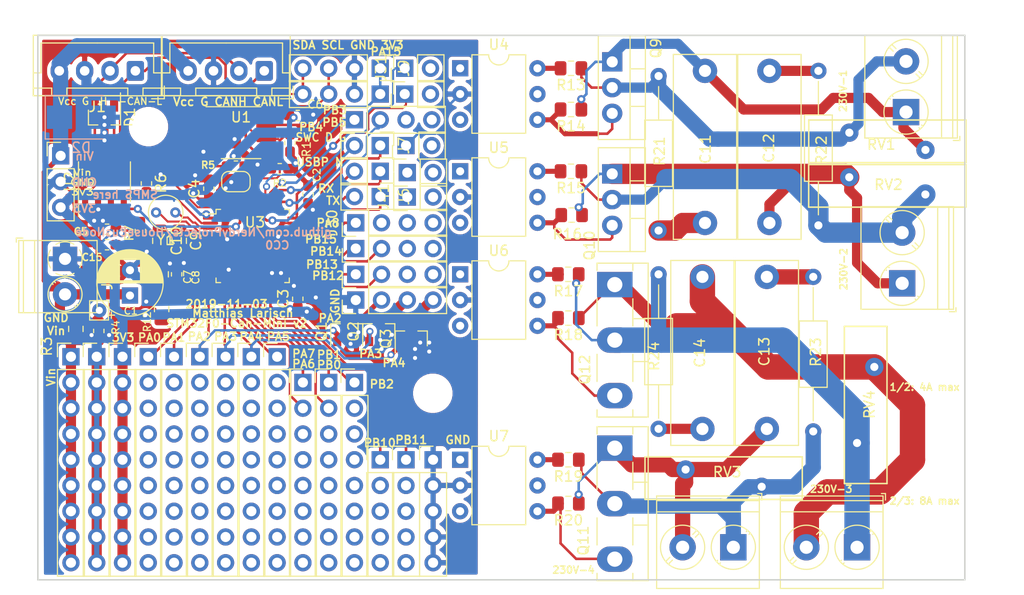
<source format=kicad_pcb>
(kicad_pcb (version 20171130) (host pcbnew 5.1.4)
  (layers (0 F.Cu signal) (31 B.Cu signal) (34 B.Paste user) (35 F.Paste user) (36 B.SilkS user) (37 F.SilkS user) (38 B.Mask user) (39 F.Mask user) (44 Edge.Cuts user))
  (net 0 "")
  (net 1 +24V)
  (net 2 GND)
  (net 3 +3V3)
  (net 4 +3.3VA)
  (net 5 "Net-(D1-Pad1)")
  (net 6 "Net-(D1-Pad2)")
  (net 7 "Net-(J3-Pad2)")
  (net 8 "Net-(J4-Pad2)")
  (net 9 "Net-(J5-Pad2)")
  (net 10 UART_TX)
  (net 11 UART_RX)
  (net 12 SWDIO)
  (net 13 SWDCLK)
  (net 14 SCL)
  (net 15 SDA)
  (net 16 "Net-(J11-Pad1)")
  (net 17 "Net-(R6-Pad1)")
  (net 18 CAN_D)
  (net 19 CAN_R)
  (net 20 CAN_SUSPEND)
  (net 21 PA0)
  (net 22 PA1)
  (net 23 PA5)
  (net 24 USB_DM)
  (net 25 USB_DP)
  (net 26 PA15)
  (net 27 PB2)
  (net 28 PB10)
  (net 29 PB11)
  (net 30 PB12)
  (net 31 PB13)
  (net 32 PB14)
  (net 33 PB15)
  (net 34 PB3)
  (net 35 PB4)
  (net 36 ODSW_1_D)
  (net 37 ODSW_2_D)
  (net 38 ODSW_3_D)
  (net 39 "Net-(C9-Pad1)")
  (net 40 "Net-(C10-Pad1)")
  (net 41 "Net-(C11-Pad1)")
  (net 42 "Net-(C11-Pad2)")
  (net 43 "Net-(C12-Pad1)")
  (net 44 "Net-(C12-Pad2)")
  (net 45 "Net-(C13-Pad1)")
  (net 46 "Net-(C13-Pad2)")
  (net 47 "Net-(C14-Pad1)")
  (net 48 "Net-(C14-Pad2)")
  (net 49 "Net-(J48-Pad1)")
  (net 50 "Net-(J49-Pad1)")
  (net 51 "Net-(Q9-Pad3)")
  (net 52 "Net-(Q10-Pad3)")
  (net 53 "Net-(Q11-Pad3)")
  (net 54 "Net-(Q12-Pad3)")
  (net 55 "Net-(R13-Pad2)")
  (net 56 "Net-(R15-Pad2)")
  (net 57 "Net-(R17-Pad2)")
  (net 58 "Net-(R19-Pad2)")
  (net 59 "Net-(J46-Pad2)")
  (net 60 "Net-(J47-Pad2)")
  (net 61 "Net-(U3-Pad3)")
  (net 62 "Net-(U3-Pad4)")
  (net 63 "Net-(R3-Pad2)")
  (net 64 ODSW_1)
  (net 65 ODSW_2)
  (net 66 ODSW_3)
  (net 67 ODSW_5)
  (net 68 ODSW_4)
  (net 69 ODSW_7)
  (net 70 ODSW_6)
  (net 71 ODSW_8)
  (net 72 PB5)
  (net 73 "Net-(C15-Pad2)")
  (module Connector_PinHeader_2.54mm:PinHeader_1x04_P2.54mm_Vertical (layer F.Cu) (at 92.329 48.006 90)
    (fp_text reference J35 hide)
    (fp_text value Conn_01x04)
    (pad 4 thru_hole oval (at 0 7.62 90) (size 1.7 1.7) (drill 1) (layers *.Cu *.Mask) (net 38 ODSW_3_D))
    (pad 3 thru_hole oval (at 0 5.08 90) (size 1.7 1.7) (drill 1) (layers *.Cu *.Mask) (net 37 ODSW_2_D))
    (pad 2 thru_hole oval (at 0 2.54 90) (size 1.7 1.7) (drill 1) (layers *.Cu *.Mask) (net 36 ODSW_1_D))
    (pad 1 thru_hole rect (at 0 0 90) (size 1.7 1.7) (drill 1) (layers *.Cu *.Mask) (net 2 GND))
  )
  (module Package_TO_SOT_THT:TO-218-3_Vertical (layer F.Cu) (at 117.856 46.482 270)
    (fp_text reference Q12 (at 8.382 2.9464 90) (layer F.SilkS))
    (fp_text value BT138-800)
    (pad 3 thru_hole oval (at 10.95 0 270) (size 2.5 3.5) (drill 1.5) (layers *.Cu *.Mask) (net 54 "Net-(Q12-Pad3)"))
    (pad 2 thru_hole oval (at 5.475 0 270) (size 2.5 3.5) (drill 1.5) (layers *.Cu *.Mask) (net 50 "Net-(J49-Pad1)"))
    (pad 1 thru_hole rect (at 0 0 270) (size 2.5 3.5) (drill 1.5) (layers *.Cu *.Mask) (net 47 "Net-(C14-Pad1)"))
  )
  (module Package_TO_SOT_THT:TO-220-3_Vertical (layer F.Cu) (at 117.602 35.56 270)
    (fp_text reference Q10 (at 7.0612 2.2352 90) (layer F.SilkS))
    (fp_text value BT138-800)
    (pad 3 thru_hole oval (at 5.08 0 270) (size 1.905 2) (drill 1.1) (layers *.Cu *.Mask) (net 52 "Net-(Q10-Pad3)"))
    (pad 2 thru_hole oval (at 2.54 0 270) (size 1.905 2) (drill 1.1) (layers *.Cu *.Mask) (net 60 "Net-(J47-Pad2)"))
    (pad 1 thru_hole rect (at 0 0 270) (size 1.905 2) (drill 1.1) (layers *.Cu *.Mask) (net 44 "Net-(C12-Pad2)"))
  )
  (module Package_TO_SOT_THT:TO-218-3_Vertical (layer F.Cu) (at 117.856 62.611 270)
    (fp_text reference Q11 (at 9.1186 3.0988 90) (layer F.SilkS))
    (fp_text value BT138-800)
    (pad 3 thru_hole oval (at 10.95 0 270) (size 2.5 3.5) (drill 1.5) (layers *.Cu *.Mask) (net 53 "Net-(Q11-Pad3)"))
    (pad 2 thru_hole oval (at 5.475 0 270) (size 2.5 3.5) (drill 1.5) (layers *.Cu *.Mask) (net 49 "Net-(J48-Pad1)"))
    (pad 1 thru_hole rect (at 0 0 270) (size 2.5 3.5) (drill 1.5) (layers *.Cu *.Mask) (net 45 "Net-(C13-Pad1)"))
  )
  (module Package_TO_SOT_THT:TO-220-3_Vertical (layer F.Cu) (at 117.602 24.511 270)
    (fp_text reference Q9 (at -1.3462 -4.318 90) (layer F.SilkS))
    (fp_text value BT138-800)
    (pad 3 thru_hole oval (at 5.08 0 270) (size 1.905 2) (drill 1.1) (layers *.Cu *.Mask) (net 51 "Net-(Q9-Pad3)"))
    (pad 2 thru_hole oval (at 2.54 0 270) (size 1.905 2) (drill 1.1) (layers *.Cu *.Mask) (net 59 "Net-(J46-Pad2)"))
    (pad 1 thru_hole rect (at 0 0 270) (size 1.905 2) (drill 1.1) (layers *.Cu *.Mask) (net 42 "Net-(C11-Pad2)"))
  )
  (module Connector_PinHeader_2.54mm:PinHeader_1x02_P2.54mm_Vertical (layer F.Cu) (at 97.409 37.846 90)
    (fp_text reference J41 (at 0 -2.33 90) (layer F.SilkS))
    (fp_text value Conn_01x02)
    (pad 2 thru_hole oval (at 0 2.54 90) (size 1.7 1.7) (drill 1) (layers *.Cu *.Mask))
    (pad 1 thru_hole rect (at 0 0 90) (size 1.7 1.7) (drill 1) (layers *.Cu *.Mask))
  )
  (module Connector_PinHeader_2.54mm:PinHeader_1x02_P2.54mm_Vertical (layer F.Cu) (at 97.409 35.433 90)
    (fp_text reference J34 hide)
    (fp_text value Conn_01x02)
    (pad 2 thru_hole oval (at 0 2.54 90) (size 1.7 1.7) (drill 1) (layers *.Cu *.Mask))
    (pad 1 thru_hole rect (at 0 0 90) (size 1.7 1.7) (drill 1) (layers *.Cu *.Mask))
  )
  (module Connector_PinHeader_2.54mm:PinHeader_1x04_P2.54mm_Vertical (layer F.Cu) (at 92.202 30.226 90)
    (fp_text reference J33 hide)
    (fp_text value Conn_01x04)
    (pad 4 thru_hole oval (at 0 7.62 90) (size 1.7 1.7) (drill 1) (layers *.Cu *.Mask))
    (pad 3 thru_hole oval (at 0 5.08 90) (size 1.7 1.7) (drill 1) (layers *.Cu *.Mask))
    (pad 2 thru_hole oval (at 0 2.54 90) (size 1.7 1.7) (drill 1) (layers *.Cu *.Mask) (net 72 PB5))
    (pad 1 thru_hole rect (at 0 0 90) (size 1.7 1.7) (drill 1) (layers *.Cu *.Mask) (net 35 PB4))
  )
  (module Connector_PinHeader_2.54mm:PinHeader_1x02_P2.54mm_Vertical (layer F.Cu) (at 97.155 27.686 90)
    (fp_text reference J32 hide)
    (fp_text value Conn_01x02)
    (pad 2 thru_hole oval (at 0 2.54 90) (size 1.7 1.7) (drill 1) (layers *.Cu *.Mask))
    (pad 1 thru_hole rect (at 0 0 90) (size 1.7 1.7) (drill 1) (layers *.Cu *.Mask) (net 34 PB3))
  )
  (module Connector_PinHeader_2.54mm:PinHeader_1x02_P2.54mm_Vertical (layer F.Cu) (at 97.155 25.146 90)
    (fp_text reference J31 (at 0 -2.33 90) (layer F.SilkS))
    (fp_text value Conn_01x02)
    (pad 2 thru_hole oval (at 0 2.54 90) (size 1.7 1.7) (drill 1) (layers *.Cu *.Mask))
    (pad 1 thru_hole rect (at 0 0 90) (size 1.7 1.7) (drill 1) (layers *.Cu *.Mask) (net 26 PA15))
  )
  (module Connector_PinHeader_2.54mm:PinHeader_1x02_P2.54mm_Vertical (layer F.Cu) (at 97.282 32.766 90)
    (fp_text reference J29 hide)
    (fp_text value Conn_01x02)
    (pad 2 thru_hole oval (at 0 2.54 90) (size 1.7 1.7) (drill 1) (layers *.Cu *.Mask))
    (pad 1 thru_hole rect (at 0 0 90) (size 1.7 1.7) (drill 1) (layers *.Cu *.Mask) (net 2 GND))
  )
  (module Connector_PinHeader_2.54mm:PinHeader_1x04_P2.54mm_Vertical (layer F.Cu) (at 92.329 40.386 90)
    (fp_text reference J30 (at 0 -2.33 90) (layer F.SilkS))
    (fp_text value Conn_01x04)
    (pad 4 thru_hole oval (at 0 7.62 90) (size 1.7 1.7) (drill 1) (layers *.Cu *.Mask))
    (pad 3 thru_hole oval (at 0 5.08 90) (size 1.7 1.7) (drill 1) (layers *.Cu *.Mask))
    (pad 2 thru_hole oval (at 0 2.54 90) (size 1.7 1.7) (drill 1) (layers *.Cu *.Mask))
    (pad 1 thru_hole rect (at 0 0 90) (size 1.7 1.7) (drill 1) (layers *.Cu *.Mask) (net 71 ODSW_8))
  )
  (module Connector_PinHeader_2.54mm:PinHeader_1x04_P2.54mm_Vertical (layer F.Cu) (at 92.329 42.926 90)
    (fp_text reference J28 hide)
    (fp_text value Conn_01x04)
    (pad 4 thru_hole oval (at 0 7.62 90) (size 1.7 1.7) (drill 1) (layers *.Cu *.Mask))
    (pad 3 thru_hole oval (at 0 5.08 90) (size 1.7 1.7) (drill 1) (layers *.Cu *.Mask))
    (pad 2 thru_hole oval (at 0 2.54 90) (size 1.7 1.7) (drill 1) (layers *.Cu *.Mask) (net 32 PB14))
    (pad 1 thru_hole rect (at 0 0 90) (size 1.7 1.7) (drill 1) (layers *.Cu *.Mask) (net 33 PB15))
  )
  (module Connector_PinHeader_2.54mm:PinHeader_1x04_P2.54mm_Vertical (layer F.Cu) (at 92.329 45.466 90)
    (fp_text reference J26 hide)
    (fp_text value Conn_01x04)
    (pad 4 thru_hole oval (at 0 7.62 90) (size 1.7 1.7) (drill 1) (layers *.Cu *.Mask))
    (pad 3 thru_hole oval (at 0 5.08 90) (size 1.7 1.7) (drill 1) (layers *.Cu *.Mask))
    (pad 2 thru_hole oval (at 0 2.54 90) (size 1.7 1.7) (drill 1) (layers *.Cu *.Mask) (net 30 PB12))
    (pad 1 thru_hole rect (at 0 0 90) (size 1.7 1.7) (drill 1) (layers *.Cu *.Mask) (net 31 PB13))
  )
  (module Package_TO_SOT_SMD:SOT-23 (layer F.Cu) (at 97.8 51.816 90)
    (fp_text reference Q3 (at 0 -2.5 90) (layer F.SilkS))
    (fp_text value N-FET)
    (pad 3 smd rect (at 1 0 90) (size 0.9 0.8) (layers F.Cu F.Paste F.Mask) (net 38 ODSW_3_D))
    (pad 2 smd rect (at -1 0.95 90) (size 0.9 0.8) (layers F.Cu F.Paste F.Mask) (net 2 GND))
    (pad 1 smd rect (at -1 -0.95 90) (size 0.9 0.8) (layers F.Cu F.Paste F.Mask) (net 66 ODSW_3))
  )
  (module Package_TO_SOT_SMD:SOT-23 (layer F.Cu) (at 94.6 51.1 90)
    (fp_text reference Q2 (at 0 -2.5 90) (layer F.SilkS))
    (fp_text value N-FET)
    (pad 3 smd rect (at 1 0 90) (size 0.9 0.8) (layers F.Cu F.Paste F.Mask) (net 37 ODSW_2_D))
    (pad 2 smd rect (at -1 0.95 90) (size 0.9 0.8) (layers F.Cu F.Paste F.Mask) (net 2 GND))
    (pad 1 smd rect (at -1 -0.95 90) (size 0.9 0.8) (layers F.Cu F.Paste F.Mask) (net 65 ODSW_2))
  )
  (module Package_TO_SOT_SMD:SOT-23 (layer F.Cu) (at 91.45 51.1 90)
    (fp_text reference Q1 (at 0 -2.5 90) (layer F.SilkS))
    (fp_text value N-FET)
    (pad 3 smd rect (at 1 0 90) (size 0.9 0.8) (layers F.Cu F.Paste F.Mask) (net 36 ODSW_1_D))
    (pad 2 smd rect (at -1 0.95 90) (size 0.9 0.8) (layers F.Cu F.Paste F.Mask) (net 2 GND))
    (pad 1 smd rect (at -1 -0.95 90) (size 0.9 0.8) (layers F.Cu F.Paste F.Mask) (net 64 ODSW_1))
  )
  (module Diode_SMD:D_SMB (layer B.Cu) (at 65.278 29.972)
    (fp_text reference D2 (at 0 3 180) (layer B.SilkS) (effects (justify mirror)))
    (fp_text value 30V/3A)
    (pad 2 smd rect (at 2.15 0) (size 2.5 2.3) (layers B.Cu B.Paste B.Mask) (net 2 GND))
    (pad 1 smd rect (at -2.15 0) (size 2.5 2.3) (layers B.Cu B.Paste B.Mask) (net 1 +24V))
  )
  (module TerminalBlock_Phoenix:TerminalBlock_Phoenix_PT-1,5-2-3.5-H_1x02_P3.50mm_Horizontal (layer F.Cu) (at 63.6778 43.942 270)
    (fp_text reference J12 (at 1.75 -4.16 90) (layer F.SilkS))
    (fp_text value Conn_01x02)
    (pad 2 thru_hole circle (at 3.5 0 270) (size 2.4 2.4) (drill 1.2) (layers *.Cu *.Mask) (net 1 +24V))
    (pad 1 thru_hole rect (at 0 0 270) (size 2.4 2.4) (drill 1.2) (layers *.Cu *.Mask) (net 2 GND))
  )
  (module Package_TO_SOT_SMD:SOT-23_Handsoldering (layer F.Cu) (at 67.564 29.972 270)
    (fp_text reference D1 (at 0 -2.5 90) (layer F.SilkS))
    (fp_text value D_TVS_x2_AAC)
    (pad 3 smd rect (at 1.5 0 270) (size 1.9 0.8) (layers F.Cu F.Paste F.Mask) (net 2 GND))
    (pad 2 smd rect (at -1.5 0.95 270) (size 1.9 0.8) (layers F.Cu F.Paste F.Mask) (net 6 "Net-(D1-Pad2)"))
    (pad 1 smd rect (at -1.5 -0.95 270) (size 1.9 0.8) (layers F.Cu F.Paste F.Mask) (net 5 "Net-(D1-Pad1)"))
  )
  (module Capacitor_SMD:C_0603_1608Metric_Pad1.05x0.95mm_HandSolder (layer F.Cu) (at 67.818 42.545)
    (fp_text reference C15 (at -1.4732 1.2446) (layer F.SilkS) (effects (font (size 0.7 0.7))))
    (fp_text value 100n)
    (pad 2 smd roundrect (at 0.875 0) (size 1.05 0.95) (layers F.Cu F.Paste F.Mask) (net 73 "Net-(C15-Pad2)"))
    (pad 1 smd roundrect (at -0.875 0) (size 1.05 0.95) (layers F.Cu F.Paste F.Mask) (net 2 GND))
  )
  (module Resistor_SMD:R_0402_1005Metric (layer F.Cu) (at 76.2 32.131)
    (fp_text reference J5 hide)
    (fp_text value GS2)
    (pad 2 smd roundrect (at 0.485 0) (size 0.59 0.64) (layers F.Cu F.Paste F.Mask) (net 9 "Net-(J5-Pad2)"))
    (pad 1 smd roundrect (at -0.485 0) (size 0.59 0.64) (layers F.Cu F.Paste F.Mask) (net 3 +3V3))
  )
  (module Resistor_SMD:R_0402_1005Metric (layer F.Cu) (at 76.2 30.861)
    (fp_text reference J4 hide)
    (fp_text value GS2)
    (pad 2 smd roundrect (at 0.485 0) (size 0.59 0.64) (layers F.Cu F.Paste F.Mask) (net 8 "Net-(J4-Pad2)"))
    (pad 1 smd roundrect (at -0.485 0) (size 0.59 0.64) (layers F.Cu F.Paste F.Mask) (net 3 +3V3))
  )
  (module Resistor_SMD:R_0402_1005Metric (layer F.Cu) (at 76.2 29.591)
    (fp_text reference J3 hide)
    (fp_text value GS2)
    (pad 2 smd roundrect (at 0.485 0) (size 0.59 0.64) (layers F.Cu F.Paste F.Mask) (net 7 "Net-(J3-Pad2)"))
    (pad 1 smd roundrect (at -0.485 0) (size 0.59 0.64) (layers F.Cu F.Paste F.Mask) (net 3 +3V3))
  )
  (module Mounting_Holes:MountingHole_3.2mm_M3 (layer F.Cu) (at 71.9 30.9)
    (fp_text reference REF** hide)
    (fp_text value MountingHole_3.2mm_M3)
    (pad 1 np_thru_hole circle (at 0 0) (size 3.2 3.2) (drill 3.2) (layers *.Cu *.Mask))
  )
  (module Mounting_Holes:MountingHole_3.2mm_M3 (layer F.Cu) (at 148.554 71.6)
    (fp_text reference REF** hide)
    (fp_text value MountingHole_3.2mm_M3)
    (pad 1 np_thru_hole circle (at 0 0) (size 3.2 3.2) (drill 3.2) (layers *.Cu *.Mask))
  )
  (module Mounting_Holes:MountingHole_3.2mm_M3 (layer F.Cu) (at 148.717 52.197)
    (fp_text reference REF** hide)
    (fp_text value MountingHole_3.2mm_M3)
    (pad 1 np_thru_hole circle (at 0 0) (size 3.2 3.2) (drill 3.2) (layers *.Cu *.Mask))
  )
  (module Mounting_Holes:MountingHole_3.2mm_M3 (layer F.Cu) (at 99.9236 57.2008)
    (fp_text reference REF** hide)
    (fp_text value MountingHole_3.2mm_M3)
    (pad 1 np_thru_hole circle (at 0 0) (size 3.2 3.2) (drill 3.2) (layers *.Cu *.Mask))
  )
  (module Connector_PinHeader_2.54mm:PinHeader_1x04_P2.54mm_Vertical (layer F.Cu) (at 94.742 27.686 270)
    (fp_text reference J10 hide)
    (fp_text value I2C)
    (pad 4 thru_hole oval (at 0 7.62 270) (size 1.7 1.7) (drill 1) (layers *.Cu *.Mask) (net 15 SDA))
    (pad 3 thru_hole oval (at 0 5.08 270) (size 1.7 1.7) (drill 1) (layers *.Cu *.Mask) (net 14 SCL))
    (pad 2 thru_hole oval (at 0 2.54 270) (size 1.7 1.7) (drill 1) (layers *.Cu *.Mask) (net 2 GND))
    (pad 1 thru_hole rect (at 0 0 270) (size 1.7 1.7) (drill 1) (layers *.Cu *.Mask) (net 3 +3V3))
  )
  (module Connector_PinHeader_2.54mm:PinHeader_1x04_P2.54mm_Vertical (layer F.Cu) (at 94.742 25.146 270)
    (fp_text reference J9 (at 0 -2.33 90) (layer F.SilkS))
    (fp_text value I2C)
    (pad 4 thru_hole oval (at 0 7.62 270) (size 1.7 1.7) (drill 1) (layers *.Cu *.Mask) (net 15 SDA))
    (pad 3 thru_hole oval (at 0 5.08 270) (size 1.7 1.7) (drill 1) (layers *.Cu *.Mask) (net 14 SCL))
    (pad 2 thru_hole oval (at 0 2.54 270) (size 1.7 1.7) (drill 1) (layers *.Cu *.Mask) (net 2 GND))
    (pad 1 thru_hole rect (at 0 0 270) (size 1.7 1.7) (drill 1) (layers *.Cu *.Mask) (net 3 +3V3))
  )
  (module Connector_PinHeader_2.54mm:PinHeader_1x03_P2.54mm_Vertical (layer F.Cu) (at 63.246 33.782)
    (fp_text reference J8 hide)
    (fp_text value STEPDOWN)
    (pad 3 thru_hole oval (at 0 5.08) (size 1.7 1.7) (drill 1) (layers *.Cu *.Mask) (net 3 +3V3))
    (pad 2 thru_hole oval (at 0 2.54) (size 1.7 1.7) (drill 1) (layers *.Cu *.Mask) (net 2 GND))
    (pad 1 thru_hole rect (at 0 0) (size 1.7 1.7) (drill 1) (layers *.Cu *.Mask) (net 1 +24V))
  )
  (module Connector_PinHeader_2.54mm:PinHeader_1x02_P2.54mm_Vertical (layer F.Cu) (at 94.742 32.766 270)
    (fp_text reference J7 (at 0 -2.33 90) (layer F.SilkS))
    (fp_text value SWD)
    (pad 2 thru_hole oval (at 0 2.54 270) (size 1.7 1.7) (drill 1) (layers *.Cu *.Mask) (net 13 SWDCLK))
    (pad 1 thru_hole rect (at 0 0 270) (size 1.7 1.7) (drill 1) (layers *.Cu *.Mask) (net 12 SWDIO))
  )
  (module Resistor_SMD:R_0603_1608Metric_Pad1.05x0.95mm_HandSolder (layer F.Cu) (at 71.1 41.2 90)
    (fp_text reference R7 (at -0.202 -1.0976 90) (layer F.SilkS) (effects (font (size 0.8 0.8))))
    (fp_text value 10k)
    (pad 2 smd roundrect (at 0.875 0 90) (size 1.05 0.95) (layers F.Cu F.Paste F.Mask) (net 3 +3V3))
    (pad 1 smd roundrect (at -0.875 0 90) (size 1.05 0.95) (layers F.Cu F.Paste F.Mask) (net 73 "Net-(C15-Pad2)"))
  )
  (module Resistor_SMD:R_0603_1608Metric_Pad1.05x0.95mm_HandSolder (layer F.Cu) (at 71.7 36.5 270)
    (fp_text reference R6 (at 0 -1.43 90) (layer F.SilkS))
    (fp_text value 100k)
    (pad 2 smd roundrect (at 0.875 0 270) (size 1.05 0.95) (layers F.Cu F.Paste F.Mask) (net 20 CAN_SUSPEND))
    (pad 1 smd roundrect (at -0.875 0 270) (size 1.05 0.95) (layers F.Cu F.Paste F.Mask) (net 17 "Net-(R6-Pad1)"))
  )
  (module Resistor_SMD:R_0603_1608Metric_Pad1.05x0.95mm_HandSolder (layer F.Cu) (at 80.518 34.798 180)
    (fp_text reference R5 (at 2.7432 0.1016) (layer F.SilkS) (effects (font (size 0.7 0.7))))
    (fp_text value 10k)
    (pad 2 smd roundrect (at 0.875 0 180) (size 1.05 0.95) (layers F.Cu F.Paste F.Mask) (net 3 +3V3))
    (pad 1 smd roundrect (at -0.875 0 180) (size 1.05 0.95) (layers F.Cu F.Paste F.Mask) (net 16 "Net-(J11-Pad1)"))
  )
  (module Resistor_SMD:R_0603_1608Metric_Pad1.05x0.95mm_HandSolder (layer F.Cu) (at 67.0052 51.054 90)
    (fp_text reference R4 (at 0.3556 1.6764 90) (layer F.SilkS) (effects (font (size 0.7 0.7) (thickness 0.12))))
    (fp_text value 100k)
    (pad 2 smd roundrect (at 0.875 0 90) (size 1.05 0.95) (layers F.Cu F.Paste F.Mask) (net 63 "Net-(R3-Pad2)"))
    (pad 1 smd roundrect (at -0.875 0 90) (size 1.05 0.95) (layers F.Cu F.Paste F.Mask) (net 2 GND))
  )
  (module Resistor_SMD:R_0603_1608Metric_Pad1.05x0.95mm_HandSolder (layer F.Cu) (at 84.836 35.052 180)
    (fp_text reference R2 (at 0 -1.43) (layer F.SilkS) (effects (font (size 0.7 0.7) (thickness 0.12))))
    (fp_text value 2k2)
    (pad 2 smd roundrect (at 0.875 0 180) (size 1.05 0.95) (layers F.Cu F.Paste F.Mask) (net 15 SDA))
    (pad 1 smd roundrect (at -0.875 0 180) (size 1.05 0.95) (layers F.Cu F.Paste F.Mask) (net 3 +3V3))
  )
  (module Resistor_SMD:R_0603_1608Metric_Pad1.05x0.95mm_HandSolder (layer F.Cu) (at 85.852 32.512 90)
    (fp_text reference R1 (at -0.6096 1.6256 90) (layer F.SilkS) (effects (font (size 0.8 0.8) (thickness 0.125))))
    (fp_text value 2k2)
    (pad 2 smd roundrect (at 0.875 0 90) (size 1.05 0.95) (layers F.Cu F.Paste F.Mask) (net 14 SCL))
    (pad 1 smd roundrect (at -0.875 0 90) (size 1.05 0.95) (layers F.Cu F.Paste F.Mask) (net 3 +3V3))
  )
  (module Capacitor_SMD:C_0603_1608Metric_Pad1.05x0.95mm_HandSolder (layer F.Cu) (at 74.676 45.466 90)
    (fp_text reference C8 (at -0.3048 1.8796 90) (layer F.SilkS) (effects (font (size 0.7 0.7) (thickness 0.12))))
    (fp_text value 10n)
    (pad 2 smd roundrect (at 0.875 0 90) (size 1.05 0.95) (layers F.Cu F.Paste F.Mask) (net 2 GND))
    (pad 1 smd roundrect (at -0.875 0 90) (size 1.05 0.95) (layers F.Cu F.Paste F.Mask) (net 4 +3.3VA))
  )
  (module Capacitor_SMD:C_0603_1608Metric_Pad1.05x0.95mm_HandSolder (layer F.Cu) (at 86.614 29.8)
    (fp_text reference C6 (at 1.7272 -1.098) (layer F.SilkS) (effects (font (size 0.8 0.8) (thickness 0.125))))
    (fp_text value 100n)
    (pad 2 smd roundrect (at 0.875 0) (size 1.05 0.95) (layers F.Cu F.Paste F.Mask) (net 2 GND))
    (pad 1 smd roundrect (at -0.875 0) (size 1.05 0.95) (layers F.Cu F.Paste F.Mask) (net 3 +3V3))
  )
  (module Capacitor_SMD:C_0603_1608Metric_Pad1.05x0.95mm_HandSolder (layer F.Cu) (at 67.818 41.021 180)
    (fp_text reference C5 (at 2.5908 -0.2286) (layer F.SilkS) (effects (font (size 0.7 0.7))))
    (fp_text value 100n)
    (pad 2 smd roundrect (at 0.875 0 180) (size 1.05 0.95) (layers F.Cu F.Paste F.Mask) (net 2 GND))
    (pad 1 smd roundrect (at -0.875 0 180) (size 1.05 0.95) (layers F.Cu F.Paste F.Mask) (net 3 +3V3))
  )
  (module Capacitor_SMD:C_0603_1608Metric_Pad1.05x0.95mm_HandSolder (layer F.Cu) (at 77.851 37.0205 90)
    (fp_text reference C4 (at 0 -1.43 90) (layer F.SilkS))
    (fp_text value 100n)
    (pad 2 smd roundrect (at 0.875 0 90) (size 1.05 0.95) (layers F.Cu F.Paste F.Mask) (net 2 GND))
    (pad 1 smd roundrect (at -0.875 0 90) (size 1.05 0.95) (layers F.Cu F.Paste F.Mask) (net 3 +3V3))
  )
  (module Capacitor_SMD:C_0603_1608Metric_Pad1.05x0.95mm_HandSolder (layer F.Cu) (at 86.614 47.879 90)
    (fp_text reference C3 (at 0 -1.43 90) (layer F.SilkS))
    (fp_text value 100n)
    (pad 2 smd roundrect (at 0.875 0 90) (size 1.05 0.95) (layers F.Cu F.Paste F.Mask) (net 2 GND))
    (pad 1 smd roundrect (at -0.875 0 90) (size 1.05 0.95) (layers F.Cu F.Paste F.Mask) (net 3 +3V3))
  )
  (module Capacitor_SMD:C_0603_1608Metric_Pad1.05x0.95mm_HandSolder (layer F.Cu) (at 87.63 37.592 270)
    (fp_text reference C2 (at -1.9304 -0.8636 90) (layer F.SilkS) (effects (font (size 0.7 0.7) (thickness 0.12))))
    (fp_text value 100n)
    (pad 2 smd roundrect (at 0.875 0 270) (size 1.05 0.95) (layers F.Cu F.Paste F.Mask) (net 2 GND))
    (pad 1 smd roundrect (at -0.875 0 270) (size 1.05 0.95) (layers F.Cu F.Paste F.Mask) (net 3 +3V3))
  )
  (module Jumper:SolderJumper-2_P1.3mm_Open_RoundedPad1.0x1.5mm (layer F.Cu) (at 80.518 36.322 180)
    (fp_text reference J11 hide)
    (fp_text value GS2)
    (pad 2 smd custom (at 0.65 0 180) (size 1 0.5) (layers F.Cu F.Mask) (net 2 GND) (options (clearance outline) (anchor rect)) (primitives (gr_circle (center 0 0.25) (end 0.5 0.25) (width 0)) (gr_circle (center 0 -0.25) (end 0.5 -0.25) (width 0)) (gr_poly (pts (xy 0 -0.75) (xy -0.5 -0.75) (xy -0.5 0.75) (xy 0 0.75)) (width 0))))
    (pad 1 smd custom (at -0.65 0 180) (size 1 0.5) (layers F.Cu F.Mask) (net 16 "Net-(J11-Pad1)") (options (clearance outline) (anchor rect)) (primitives (gr_circle (center 0 0.25) (end 0.5 0.25) (width 0)) (gr_circle (center 0 -0.25) (end 0.5 -0.25) (width 0)) (gr_poly (pts (xy 0 -0.75) (xy 0.5 -0.75) (xy 0.5 0.75) (xy 0 0.75)) (width 0))))
  )
  (module Connector_PinHeader_2.54mm:PinHeader_1x02_P2.54mm_Vertical (layer F.Cu) (at 94.742 37.8 270)
    (fp_text reference J6 (at 0 -2.33 90) (layer F.SilkS))
    (fp_text value UART)
    (pad 2 thru_hole oval (at 0 2.54 270) (size 1.7 1.7) (drill 1) (layers *.Cu *.Mask) (net 11 UART_RX))
    (pad 1 thru_hole rect (at 0 0 270) (size 1.7 1.7) (drill 1) (layers *.Cu *.Mask) (net 10 UART_TX))
  )
  (module Connector_PinHeader_2.54mm:PinHeader_1x08_P2.54mm_Vertical (layer F.Cu) (at 87.122 56.134)
    (fp_text reference J19 hide)
    (fp_text value Conn_01x08)
    (pad 1 thru_hole rect (at 0 0) (size 1.7 1.7) (drill 1) (layers *.Cu *.Mask) (net 67 ODSW_5))
    (pad 2 thru_hole oval (at 0 2.54) (size 1.7 1.7) (drill 1) (layers *.Cu *.Mask) (net 68 ODSW_4))
    (pad 3 thru_hole oval (at 0 5.08) (size 1.7 1.7) (drill 1) (layers *.Cu *.Mask))
    (pad 4 thru_hole oval (at 0 7.62) (size 1.7 1.7) (drill 1) (layers *.Cu *.Mask))
    (pad 5 thru_hole oval (at 0 10.16) (size 1.7 1.7) (drill 1) (layers *.Cu *.Mask))
    (pad 6 thru_hole oval (at 0 12.7) (size 1.7 1.7) (drill 1) (layers *.Cu *.Mask))
    (pad 7 thru_hole oval (at 0 15.24) (size 1.7 1.7) (drill 1) (layers *.Cu *.Mask))
    (pad 8 thru_hole oval (at 0 17.78) (size 1.7 1.7) (drill 1) (layers *.Cu *.Mask))
  )
  (module Connector_PinHeader_2.54mm:PinHeader_1x02_P2.54mm_Vertical (layer F.Cu) (at 94.742 35.306 270)
    (fp_text reference J36 hide)
    (fp_text value USB)
    (pad 2 thru_hole oval (at 0 2.54 270) (size 1.7 1.7) (drill 1) (layers *.Cu *.Mask) (net 25 USB_DP))
    (pad 1 thru_hole rect (at 0 0 270) (size 1.7 1.7) (drill 1) (layers *.Cu *.Mask) (net 24 USB_DM))
  )
  (module Connector_PinHeader_2.54mm:PinHeader_1x05_P2.54mm_Vertical (layer F.Cu) (at 99.949 63.754)
    (fp_text reference J25 hide)
    (fp_text value Conn_01x05)
    (pad 5 thru_hole oval (at 0 10.16) (size 1.7 1.7) (drill 1) (layers *.Cu *.Mask) (net 2 GND))
    (pad 4 thru_hole oval (at 0 7.62) (size 1.7 1.7) (drill 1) (layers *.Cu *.Mask) (net 2 GND))
    (pad 3 thru_hole oval (at 0 5.08) (size 1.7 1.7) (drill 1) (layers *.Cu *.Mask) (net 2 GND))
    (pad 2 thru_hole oval (at 0 2.54) (size 1.7 1.7) (drill 1) (layers *.Cu *.Mask) (net 2 GND))
    (pad 1 thru_hole rect (at 0 0) (size 1.7 1.7) (drill 1) (layers *.Cu *.Mask) (net 2 GND))
  )
  (module Connector_PinHeader_2.54mm:PinHeader_1x05_P2.54mm_Vertical (layer F.Cu) (at 97.282 63.754)
    (fp_text reference J23 hide)
    (fp_text value Conn_01x05)
    (pad 1 thru_hole rect (at 0 0) (size 1.7 1.7) (drill 1) (layers *.Cu *.Mask) (net 29 PB11))
    (pad 2 thru_hole oval (at 0 2.54) (size 1.7 1.7) (drill 1) (layers *.Cu *.Mask))
    (pad 3 thru_hole oval (at 0 5.08) (size 1.7 1.7) (drill 1) (layers *.Cu *.Mask))
    (pad 4 thru_hole oval (at 0 7.62) (size 1.7 1.7) (drill 1) (layers *.Cu *.Mask))
    (pad 5 thru_hole oval (at 0 10.16) (size 1.7 1.7) (drill 1) (layers *.Cu *.Mask))
  )
  (module Connector_PinHeader_2.54mm:PinHeader_1x05_P2.54mm_Vertical (layer F.Cu) (at 94.742 63.754)
    (fp_text reference J22 hide)
    (fp_text value Conn_01x05)
    (pad 1 thru_hole rect (at 0 0) (size 1.7 1.7) (drill 1) (layers *.Cu *.Mask) (net 28 PB10))
    (pad 2 thru_hole oval (at 0 2.54) (size 1.7 1.7) (drill 1) (layers *.Cu *.Mask))
    (pad 3 thru_hole oval (at 0 5.08) (size 1.7 1.7) (drill 1) (layers *.Cu *.Mask))
    (pad 4 thru_hole oval (at 0 7.62) (size 1.7 1.7) (drill 1) (layers *.Cu *.Mask))
    (pad 5 thru_hole oval (at 0 10.16) (size 1.7 1.7) (drill 1) (layers *.Cu *.Mask))
  )
  (module Connector_PinHeader_2.54mm:PinHeader_1x08_P2.54mm_Vertical (layer F.Cu) (at 92.202 56.134)
    (fp_text reference J21 hide)
    (fp_text value Conn_01x08)
    (pad 1 thru_hole rect (at 0 0) (size 1.7 1.7) (drill 1) (layers *.Cu *.Mask) (net 27 PB2))
    (pad 2 thru_hole oval (at 0 2.54) (size 1.7 1.7) (drill 1) (layers *.Cu *.Mask))
    (pad 3 thru_hole oval (at 0 5.08) (size 1.7 1.7) (drill 1) (layers *.Cu *.Mask))
    (pad 4 thru_hole oval (at 0 7.62) (size 1.7 1.7) (drill 1) (layers *.Cu *.Mask))
    (pad 5 thru_hole oval (at 0 10.16) (size 1.7 1.7) (drill 1) (layers *.Cu *.Mask))
    (pad 6 thru_hole oval (at 0 12.7) (size 1.7 1.7) (drill 1) (layers *.Cu *.Mask))
    (pad 7 thru_hole oval (at 0 15.24) (size 1.7 1.7) (drill 1) (layers *.Cu *.Mask))
    (pad 8 thru_hole oval (at 0 17.78) (size 1.7 1.7) (drill 1) (layers *.Cu *.Mask))
  )
  (module Connector_PinHeader_2.54mm:PinHeader_1x08_P2.54mm_Vertical (layer F.Cu) (at 89.662 56.134)
    (fp_text reference J20 hide)
    (fp_text value Conn_01x08)
    (pad 1 thru_hole rect (at 0 0) (size 1.7 1.7) (drill 1) (layers *.Cu *.Mask) (net 69 ODSW_7))
    (pad 2 thru_hole oval (at 0 2.54) (size 1.7 1.7) (drill 1) (layers *.Cu *.Mask) (net 70 ODSW_6))
    (pad 3 thru_hole oval (at 0 5.08) (size 1.7 1.7) (drill 1) (layers *.Cu *.Mask))
    (pad 4 thru_hole oval (at 0 7.62) (size 1.7 1.7) (drill 1) (layers *.Cu *.Mask))
    (pad 5 thru_hole oval (at 0 10.16) (size 1.7 1.7) (drill 1) (layers *.Cu *.Mask))
    (pad 6 thru_hole oval (at 0 12.7) (size 1.7 1.7) (drill 1) (layers *.Cu *.Mask))
    (pad 7 thru_hole oval (at 0 15.24) (size 1.7 1.7) (drill 1) (layers *.Cu *.Mask))
    (pad 8 thru_hole oval (at 0 17.78) (size 1.7 1.7) (drill 1) (layers *.Cu *.Mask))
  )
  (module Crystal:Crystal_C38-LF_D3.0mm_L8.0mm_Vertical (layer F.Cu) (at 74.549 39.37 180)
    (fp_text reference Y1 (at 0.95 -2.7) (layer F.SilkS))
    (fp_text value Crystal)
    (pad 2 thru_hole circle (at 1.9 0 180) (size 1 1) (drill 0.5) (layers *.Cu *.Mask) (net 62 "Net-(U3-Pad4)"))
    (pad 1 thru_hole circle (at 0 0 180) (size 1 1) (drill 0.5) (layers *.Cu *.Mask) (net 61 "Net-(U3-Pad3)"))
  )
  (module Package_QFP:LQFP-48_7x7mm_P0.5mm (layer F.Cu) (at 82.169 42.672)
    (fp_text reference U3 (at 0.2286 -2.3368) (layer F.SilkS))
    (fp_text value STM32F072C8Tx)
    (pad 48 smd roundrect (at -2.75 -4.1625) (size 0.3 1.475) (layers F.Cu F.Paste F.Mask) (net 3 +3V3))
    (pad 47 smd roundrect (at -2.25 -4.1625) (size 0.3 1.475) (layers F.Cu F.Paste F.Mask) (net 2 GND))
    (pad 46 smd roundrect (at -1.75 -4.1625) (size 0.3 1.475) (layers F.Cu F.Paste F.Mask) (net 18 CAN_D))
    (pad 45 smd roundrect (at -1.25 -4.1625) (size 0.3 1.475) (layers F.Cu F.Paste F.Mask) (net 19 CAN_R))
    (pad 44 smd roundrect (at -0.75 -4.1625) (size 0.3 1.475) (layers F.Cu F.Paste F.Mask) (net 16 "Net-(J11-Pad1)"))
    (pad 43 smd roundrect (at -0.25 -4.1625) (size 0.3 1.475) (layers F.Cu F.Paste F.Mask) (net 15 SDA))
    (pad 42 smd roundrect (at 0.25 -4.1625) (size 0.3 1.475) (layers F.Cu F.Paste F.Mask) (net 14 SCL))
    (pad 41 smd roundrect (at 0.75 -4.1625) (size 0.3 1.475) (layers F.Cu F.Paste F.Mask) (net 72 PB5))
    (pad 40 smd roundrect (at 1.25 -4.1625) (size 0.3 1.475) (layers F.Cu F.Paste F.Mask) (net 35 PB4))
    (pad 39 smd roundrect (at 1.75 -4.1625) (size 0.3 1.475) (layers F.Cu F.Paste F.Mask) (net 34 PB3))
    (pad 38 smd roundrect (at 2.25 -4.1625) (size 0.3 1.475) (layers F.Cu F.Paste F.Mask) (net 26 PA15))
    (pad 37 smd roundrect (at 2.75 -4.1625) (size 0.3 1.475) (layers F.Cu F.Paste F.Mask) (net 13 SWDCLK))
    (pad 36 smd roundrect (at 4.1625 -2.75) (size 1.475 0.3) (layers F.Cu F.Paste F.Mask) (net 3 +3V3))
    (pad 35 smd roundrect (at 4.1625 -2.25) (size 1.475 0.3) (layers F.Cu F.Paste F.Mask) (net 2 GND))
    (pad 34 smd roundrect (at 4.1625 -1.75) (size 1.475 0.3) (layers F.Cu F.Paste F.Mask) (net 12 SWDIO))
    (pad 33 smd roundrect (at 4.1625 -1.25) (size 1.475 0.3) (layers F.Cu F.Paste F.Mask) (net 25 USB_DP))
    (pad 32 smd roundrect (at 4.1625 -0.75) (size 1.475 0.3) (layers F.Cu F.Paste F.Mask) (net 24 USB_DM))
    (pad 31 smd roundrect (at 4.1625 -0.25) (size 1.475 0.3) (layers F.Cu F.Paste F.Mask) (net 11 UART_RX))
    (pad 30 smd roundrect (at 4.1625 0.25) (size 1.475 0.3) (layers F.Cu F.Paste F.Mask) (net 10 UART_TX))
    (pad 29 smd roundrect (at 4.1625 0.75) (size 1.475 0.3) (layers F.Cu F.Paste F.Mask) (net 71 ODSW_8))
    (pad 28 smd roundrect (at 4.1625 1.25) (size 1.475 0.3) (layers F.Cu F.Paste F.Mask) (net 33 PB15))
    (pad 27 smd roundrect (at 4.1625 1.75) (size 1.475 0.3) (layers F.Cu F.Paste F.Mask) (net 32 PB14))
    (pad 26 smd roundrect (at 4.1625 2.25) (size 1.475 0.3) (layers F.Cu F.Paste F.Mask) (net 31 PB13))
    (pad 25 smd roundrect (at 4.1625 2.75) (size 1.475 0.3) (layers F.Cu F.Paste F.Mask) (net 30 PB12))
    (pad 24 smd roundrect (at 2.75 4.1625) (size 0.3 1.475) (layers F.Cu F.Paste F.Mask) (net 3 +3V3))
    (pad 23 smd roundrect (at 2.25 4.1625) (size 0.3 1.475) (layers F.Cu F.Paste F.Mask) (net 2 GND))
    (pad 22 smd roundrect (at 1.75 4.1625) (size 0.3 1.475) (layers F.Cu F.Paste F.Mask) (net 29 PB11))
    (pad 21 smd roundrect (at 1.25 4.1625) (size 0.3 1.475) (layers F.Cu F.Paste F.Mask) (net 28 PB10))
    (pad 20 smd roundrect (at 0.75 4.1625) (size 0.3 1.475) (layers F.Cu F.Paste F.Mask) (net 27 PB2))
    (pad 19 smd roundrect (at 0.25 4.1625) (size 0.3 1.475) (layers F.Cu F.Paste F.Mask) (net 69 ODSW_7))
    (pad 18 smd roundrect (at -0.25 4.1625) (size 0.3 1.475) (layers F.Cu F.Paste F.Mask) (net 70 ODSW_6))
    (pad 17 smd roundrect (at -0.75 4.1625) (size 0.3 1.475) (layers F.Cu F.Paste F.Mask) (net 67 ODSW_5))
    (pad 16 smd roundrect (at -1.25 4.1625) (size 0.3 1.475) (layers F.Cu F.Paste F.Mask) (net 68 ODSW_4))
    (pad 15 smd roundrect (at -1.75 4.1625) (size 0.3 1.475) (layers F.Cu F.Paste F.Mask) (net 23 PA5))
    (pad 14 smd roundrect (at -2.25 4.1625) (size 0.3 1.475) (layers F.Cu F.Paste F.Mask) (net 66 ODSW_3))
    (pad 13 smd roundrect (at -2.75 4.1625) (size 0.3 1.475) (layers F.Cu F.Paste F.Mask) (net 65 ODSW_2))
    (pad 12 smd roundrect (at -4.1625 2.75) (size 1.475 0.3) (layers F.Cu F.Paste F.Mask) (net 64 ODSW_1))
    (pad 11 smd roundrect (at -4.1625 2.25) (size 1.475 0.3) (layers F.Cu F.Paste F.Mask) (net 22 PA1))
    (pad 10 smd roundrect (at -4.1625 1.75) (size 1.475 0.3) (layers F.Cu F.Paste F.Mask) (net 21 PA0))
    (pad 9 smd roundrect (at -4.1625 1.25) (size 1.475 0.3) (layers F.Cu F.Paste F.Mask) (net 4 +3.3VA))
    (pad 8 smd roundrect (at -4.1625 0.75) (size 1.475 0.3) (layers F.Cu F.Paste F.Mask) (net 2 GND))
    (pad 7 smd roundrect (at -4.1625 0.25) (size 1.475 0.3) (layers F.Cu F.Paste F.Mask) (net 73 "Net-(C15-Pad2)"))
    (pad 6 smd roundrect (at -4.1625 -0.25) (size 1.475 0.3) (layers F.Cu F.Paste F.Mask) (net 40 "Net-(C10-Pad1)"))
    (pad 5 smd roundrect (at -4.1625 -0.75) (size 1.475 0.3) (layers F.Cu F.Paste F.Mask) (net 39 "Net-(C9-Pad1)"))
    (pad 4 smd roundrect (at -4.1625 -1.25) (size 1.475 0.3) (layers F.Cu F.Paste F.Mask) (net 62 "Net-(U3-Pad4)"))
    (pad 3 smd roundrect (at -4.1625 -1.75) (size 1.475 0.3) (layers F.Cu F.Paste F.Mask) (net 61 "Net-(U3-Pad3)"))
    (pad 2 smd roundrect (at -4.1625 -2.25) (size 1.475 0.3) (layers F.Cu F.Paste F.Mask) (net 20 CAN_SUSPEND))
    (pad 1 smd roundrect (at -4.1625 -2.75) (size 1.475 0.3) (layers F.Cu F.Paste F.Mask) (net 3 +3V3))
  )
  (module Package_SO:SOIC-8_3.9x4.9mm_P1.27mm (layer F.Cu) (at 67.564 36.322 90)
    (fp_text reference U2 (at 0 -3.4 90) (layer F.SilkS))
    (fp_text value SN65HVD230)
    (pad 1 smd roundrect (at -2.475 -1.905 90) (size 1.95 0.6) (layers F.Cu F.Paste F.Mask) (net 18 CAN_D))
    (pad 2 smd roundrect (at -2.475 -0.635 90) (size 1.95 0.6) (layers F.Cu F.Paste F.Mask) (net 2 GND))
    (pad 3 smd roundrect (at -2.475 0.635 90) (size 1.95 0.6) (layers F.Cu F.Paste F.Mask) (net 3 +3V3))
    (pad 4 smd roundrect (at -2.475 1.905 90) (size 1.95 0.6) (layers F.Cu F.Paste F.Mask) (net 19 CAN_R))
    (pad 5 smd roundrect (at 2.475 1.905 90) (size 1.95 0.6) (layers F.Cu F.Paste F.Mask))
    (pad 6 smd roundrect (at 2.475 0.635 90) (size 1.95 0.6) (layers F.Cu F.Paste F.Mask) (net 5 "Net-(D1-Pad1)"))
    (pad 7 smd roundrect (at 2.475 -0.635 90) (size 1.95 0.6) (layers F.Cu F.Paste F.Mask) (net 6 "Net-(D1-Pad2)"))
    (pad 8 smd roundrect (at 2.475 -1.905 90) (size 1.95 0.6) (layers F.Cu F.Paste F.Mask) (net 17 "Net-(R6-Pad1)"))
  )
  (module Package_SO:SOIC-8_3.9x4.9mm_P1.27mm (layer F.Cu) (at 81.026 31.496)
    (fp_text reference U1 (at 0 -1.524) (layer F.SilkS))
    (fp_text value AT24CS64-SSHM)
    (pad 8 smd roundrect (at 2.475 -1.905) (size 1.95 0.6) (layers F.Cu F.Paste F.Mask) (net 3 +3V3))
    (pad 7 smd roundrect (at 2.475 -0.635) (size 1.95 0.6) (layers F.Cu F.Paste F.Mask) (net 2 GND))
    (pad 6 smd roundrect (at 2.475 0.635) (size 1.95 0.6) (layers F.Cu F.Paste F.Mask) (net 14 SCL))
    (pad 5 smd roundrect (at 2.475 1.905) (size 1.95 0.6) (layers F.Cu F.Paste F.Mask) (net 15 SDA))
    (pad 4 smd roundrect (at -2.475 1.905) (size 1.95 0.6) (layers F.Cu F.Paste F.Mask) (net 2 GND))
    (pad 3 smd roundrect (at -2.475 0.635) (size 1.95 0.6) (layers F.Cu F.Paste F.Mask) (net 9 "Net-(J5-Pad2)"))
    (pad 2 smd roundrect (at -2.475 -0.635) (size 1.95 0.6) (layers F.Cu F.Paste F.Mask) (net 8 "Net-(J4-Pad2)"))
    (pad 1 smd roundrect (at -2.475 -1.905) (size 1.95 0.6) (layers F.Cu F.Paste F.Mask) (net 7 "Net-(J3-Pad2)"))
  )
  (module Connector_Pin:Pin_D0.7mm_L6.5mm_W1.8mm_FlatFork (layer F.Cu) (at 67.056 49.022)
    (fp_text reference TP1 hide)
    (fp_text value Test_Point)
    (pad 1 thru_hole circle (at 0 0) (size 1.4 1.4) (drill 0.7) (layers *.Cu *.Mask) (net 63 "Net-(R3-Pad2)"))
  )
  (module Varistor:RV_Disc_D15.5mm_W4.2mm_P7.5mm (layer F.Cu) (at 141.732 62.103 90)
    (fp_text reference RV4 (at 3.7846 1.2192 90) (layer F.SilkS))
    (fp_text value Varistor)
    (pad 2 thru_hole circle (at 7.5 1.7 90) (size 1.8 1.8) (drill 0.8) (layers *.Cu *.Mask) (net 47 "Net-(C14-Pad1)"))
    (pad 1 thru_hole circle (at 0 0 90) (size 1.8 1.8) (drill 0.8) (layers *.Cu *.Mask) (net 50 "Net-(J49-Pad1)"))
  )
  (module Varistor:RV_Disc_D15.5mm_W4.2mm_P7.5mm (layer F.Cu) (at 132.334 66.421 180)
    (fp_text reference RV3 (at 3.4036 1.4478) (layer F.SilkS))
    (fp_text value Varistor)
    (pad 2 thru_hole circle (at 7.5 1.7 180) (size 1.8 1.8) (drill 0.8) (layers *.Cu *.Mask) (net 45 "Net-(C13-Pad1)"))
    (pad 1 thru_hole circle (at 0 0 180) (size 1.8 1.8) (drill 0.8) (layers *.Cu *.Mask) (net 49 "Net-(J48-Pad1)"))
  )
  (module Varistor:RV_Disc_D15.5mm_W4.2mm_P7.5mm (layer F.Cu) (at 148.463 37.592 180)
    (fp_text reference RV2 (at 3.6322 0.9652) (layer F.SilkS))
    (fp_text value Varistor)
    (pad 2 thru_hole circle (at 7.5 1.7 180) (size 1.8 1.8) (drill 0.8) (layers *.Cu *.Mask) (net 44 "Net-(C12-Pad2)"))
    (pad 1 thru_hole circle (at 0 0 180) (size 1.8 1.8) (drill 0.8) (layers *.Cu *.Mask) (net 60 "Net-(J47-Pad2)"))
  )
  (module Varistor:RV_Disc_D15.5mm_W4.2mm_P7.5mm (layer F.Cu) (at 140.97 31.496)
    (fp_text reference RV1 (at 3.1496 1.1684) (layer F.SilkS))
    (fp_text value Varistor)
    (pad 2 thru_hole circle (at 7.5 1.7) (size 1.8 1.8) (drill 0.8) (layers *.Cu *.Mask) (net 42 "Net-(C11-Pad2)"))
    (pad 1 thru_hole circle (at 0 0) (size 1.8 1.8) (drill 0.8) (layers *.Cu *.Mask) (net 59 "Net-(J46-Pad2)"))
  )
  (module Resistor_THT:R_Axial_DIN0207_L6.3mm_D2.5mm_P15.24mm_Horizontal (layer F.Cu) (at 122.174 45.466 270)
    (fp_text reference R24 (at 8.0772 0.4572 90) (layer F.SilkS))
    (fp_text value 66)
    (pad 2 thru_hole oval (at 15.24 0 270) (size 1.6 1.6) (drill 0.8) (layers *.Cu *.Mask) (net 48 "Net-(C14-Pad2)"))
    (pad 1 thru_hole circle (at 0 0 270) (size 1.6 1.6) (drill 0.8) (layers *.Cu *.Mask) (net 50 "Net-(J49-Pad1)"))
  )
  (module Resistor_THT:R_Axial_DIN0207_L6.3mm_D2.5mm_P15.24mm_Horizontal (layer F.Cu) (at 137.414 60.96 90)
    (fp_text reference R23 (at 7.8232 0.254 90) (layer F.SilkS))
    (fp_text value 66)
    (pad 2 thru_hole oval (at 15.24 0 90) (size 1.6 1.6) (drill 0.8) (layers *.Cu *.Mask) (net 46 "Net-(C13-Pad2)"))
    (pad 1 thru_hole circle (at 0 0 90) (size 1.6 1.6) (drill 0.8) (layers *.Cu *.Mask) (net 49 "Net-(J48-Pad1)"))
  )
  (module Resistor_THT:R_Axial_DIN0207_L6.3mm_D2.5mm_P15.24mm_Horizontal (layer F.Cu) (at 137.922 40.64 90)
    (fp_text reference R22 (at 7.4168 0.3048 90) (layer F.SilkS))
    (fp_text value 66)
    (pad 2 thru_hole oval (at 15.24 0 90) (size 1.6 1.6) (drill 0.8) (layers *.Cu *.Mask) (net 43 "Net-(C12-Pad1)"))
    (pad 1 thru_hole circle (at 0 0 90) (size 1.6 1.6) (drill 0.8) (layers *.Cu *.Mask) (net 60 "Net-(J47-Pad2)"))
  )
  (module Resistor_THT:R_Axial_DIN0207_L6.3mm_D2.5mm_P15.24mm_Horizontal (layer F.Cu) (at 122.174 25.908 270)
    (fp_text reference R21 (at 7.4168 -0.1016 90) (layer F.SilkS))
    (fp_text value 66)
    (pad 2 thru_hole oval (at 15.24 0 270) (size 1.6 1.6) (drill 0.8) (layers *.Cu *.Mask) (net 41 "Net-(C11-Pad1)"))
    (pad 1 thru_hole circle (at 0 0 270) (size 1.6 1.6) (drill 0.8) (layers *.Cu *.Mask) (net 59 "Net-(J46-Pad2)"))
  )
  (module Resistor_SMD:R_0805_2012Metric_Pad1.15x1.40mm_HandSolder (layer F.Cu) (at 113.284 68.072 180)
    (fp_text reference R20 (at 0 -1.65) (layer F.SilkS))
    (fp_text value 330)
    (pad 2 smd roundrect (at 1.025 0 180) (size 1.15 1.4) (layers F.Cu F.Paste F.Mask) (roundrect_rratio 0.217391) (net 53 "Net-(Q11-Pad3)"))
    (pad 1 smd roundrect (at -1.025 0 180) (size 1.15 1.4) (layers F.Cu F.Paste F.Mask) (roundrect_rratio 0.217391) (net 45 "Net-(C13-Pad1)"))
  )
  (module Resistor_SMD:R_0805_2012Metric_Pad1.15x1.40mm_HandSolder (layer F.Cu) (at 113.284 63.754 180)
    (fp_text reference R19 (at 0 -1.65) (layer F.SilkS))
    (fp_text value 360)
    (pad 2 smd roundrect (at 1.025 0 180) (size 1.15 1.4) (layers F.Cu F.Paste F.Mask) (roundrect_rratio 0.217391) (net 58 "Net-(R19-Pad2)"))
    (pad 1 smd roundrect (at -1.025 0 180) (size 1.15 1.4) (layers F.Cu F.Paste F.Mask) (roundrect_rratio 0.217391) (net 49 "Net-(J48-Pad1)"))
  )
  (module Resistor_SMD:R_0805_2012Metric_Pad1.15x1.40mm_HandSolder (layer F.Cu) (at 113.284 49.784 180)
    (fp_text reference R18 (at 0 -1.65) (layer F.SilkS))
    (fp_text value 330)
    (pad 2 smd roundrect (at 1.025 0 180) (size 1.15 1.4) (layers F.Cu F.Paste F.Mask) (roundrect_rratio 0.217391) (net 54 "Net-(Q12-Pad3)"))
    (pad 1 smd roundrect (at -1.025 0 180) (size 1.15 1.4) (layers F.Cu F.Paste F.Mask) (roundrect_rratio 0.217391) (net 47 "Net-(C14-Pad1)"))
  )
  (module Resistor_SMD:R_0805_2012Metric_Pad1.15x1.40mm_HandSolder (layer F.Cu) (at 113.275 45.466 180)
    (fp_text reference R17 (at 0 -1.65) (layer F.SilkS))
    (fp_text value 360)
    (pad 2 smd roundrect (at 1.025 0 180) (size 1.15 1.4) (layers F.Cu F.Paste F.Mask) (roundrect_rratio 0.217391) (net 57 "Net-(R17-Pad2)"))
    (pad 1 smd roundrect (at -1.025 0 180) (size 1.15 1.4) (layers F.Cu F.Paste F.Mask) (roundrect_rratio 0.217391) (net 50 "Net-(J49-Pad1)"))
  )
  (module Resistor_SMD:R_0805_2012Metric_Pad1.15x1.40mm_HandSolder (layer F.Cu) (at 113.604 39.624 180)
    (fp_text reference R16 (at 0.4216 -1.8796) (layer F.SilkS))
    (fp_text value 330)
    (pad 2 smd roundrect (at 1.025 0 180) (size 1.15 1.4) (layers F.Cu F.Paste F.Mask) (roundrect_rratio 0.217391) (net 52 "Net-(Q10-Pad3)"))
    (pad 1 smd roundrect (at -1.025 0 180) (size 1.15 1.4) (layers F.Cu F.Paste F.Mask) (roundrect_rratio 0.217391) (net 44 "Net-(C12-Pad2)"))
  )
  (module Resistor_SMD:R_0805_2012Metric_Pad1.15x1.40mm_HandSolder (layer F.Cu) (at 113.538 35.306 180)
    (fp_text reference R15 (at 0 -1.65) (layer F.SilkS))
    (fp_text value 360)
    (pad 2 smd roundrect (at 1.025 0 180) (size 1.15 1.4) (layers F.Cu F.Paste F.Mask) (roundrect_rratio 0.217391) (net 56 "Net-(R15-Pad2)"))
    (pad 1 smd roundrect (at -1.025 0 180) (size 1.15 1.4) (layers F.Cu F.Paste F.Mask) (roundrect_rratio 0.217391) (net 60 "Net-(J47-Pad2)"))
  )
  (module Resistor_SMD:R_0805_2012Metric_Pad1.15x1.40mm_HandSolder (layer F.Cu) (at 113.538 29.21 180)
    (fp_text reference R14 (at 0 -1.65) (layer F.SilkS))
    (fp_text value 330)
    (pad 2 smd roundrect (at 1.025 0 180) (size 1.15 1.4) (layers F.Cu F.Paste F.Mask) (roundrect_rratio 0.217391) (net 51 "Net-(Q9-Pad3)"))
    (pad 1 smd roundrect (at -1.025 0 180) (size 1.15 1.4) (layers F.Cu F.Paste F.Mask) (roundrect_rratio 0.217391) (net 42 "Net-(C11-Pad2)"))
  )
  (module Resistor_SMD:R_0805_2012Metric_Pad1.15x1.40mm_HandSolder (layer F.Cu) (at 113.538 25.146 180)
    (fp_text reference R13 (at 0 -1.65) (layer F.SilkS))
    (fp_text value 360)
    (pad 2 smd roundrect (at 1.025 0 180) (size 1.15 1.4) (layers F.Cu F.Paste F.Mask) (roundrect_rratio 0.217391) (net 55 "Net-(R13-Pad2)"))
    (pad 1 smd roundrect (at -1.025 0 180) (size 1.15 1.4) (layers F.Cu F.Paste F.Mask) (roundrect_rratio 0.217391) (net 59 "Net-(J46-Pad2)"))
  )
  (module Resistor_SMD:R_0805_2012Metric_Pad1.15x1.40mm_HandSolder (layer F.Cu) (at 73.2 48.895 90)
    (fp_text reference R12 (at -1.2446 -1.4196 90) (layer F.SilkS) (effects (font (size 0.7 0.7) (thickness 0.12))))
    (fp_text value 1)
    (pad 2 smd roundrect (at 1.025 0 90) (size 1.15 1.4) (layers F.Cu F.Paste F.Mask) (roundrect_rratio 0.217391) (net 4 +3.3VA))
    (pad 1 smd roundrect (at -1.025 0 90) (size 1.15 1.4) (layers F.Cu F.Paste F.Mask) (roundrect_rratio 0.217391) (net 3 +3V3))
  )
  (module Resistor_SMD:R_0805_2012Metric_Pad1.15x1.40mm_HandSolder (layer F.Cu) (at 64.7446 50.8508 90)
    (fp_text reference R3 (at -1.7272 -2.8702 90) (layer F.SilkS))
    (fp_text value 1M)
    (pad 2 smd roundrect (at 1.025 0 90) (size 1.15 1.4) (layers F.Cu F.Paste F.Mask) (roundrect_rratio 0.217391) (net 63 "Net-(R3-Pad2)"))
    (pad 1 smd roundrect (at -1.025 0 90) (size 1.15 1.4) (layers F.Cu F.Paste F.Mask) (roundrect_rratio 0.217391) (net 1 +24V))
  )
  (module TerminalBlock_Phoenix:TerminalBlock_Phoenix_PT-1,5-2-5.0-H_1x02_P5.00mm_Horizontal (layer F.Cu) (at 141.732 72.39 180)
    (fp_text reference J49 hide)
    (fp_text value Screw_Terminal_01x02)
    (pad 2 thru_hole circle (at 5 0 180) (size 2.6 2.6) (drill 1.3) (layers *.Cu *.Mask) (net 47 "Net-(C14-Pad1)"))
    (pad 1 thru_hole rect (at 0 0 180) (size 2.6 2.6) (drill 1.3) (layers *.Cu *.Mask) (net 50 "Net-(J49-Pad1)"))
  )
  (module TerminalBlock_Phoenix:TerminalBlock_Phoenix_PT-1,5-2-5.0-H_1x02_P5.00mm_Horizontal (layer F.Cu) (at 129.54 72.39 180)
    (fp_text reference J48 hide)
    (fp_text value Screw_Terminal_01x02)
    (pad 2 thru_hole circle (at 5 0 180) (size 2.6 2.6) (drill 1.3) (layers *.Cu *.Mask) (net 45 "Net-(C13-Pad1)"))
    (pad 1 thru_hole rect (at 0 0 180) (size 2.6 2.6) (drill 1.3) (layers *.Cu *.Mask) (net 49 "Net-(J48-Pad1)"))
  )
  (module TerminalBlock_Phoenix:TerminalBlock_Phoenix_PT-1,5-2-5.0-H_1x02_P5.00mm_Horizontal (layer F.Cu) (at 146.177 46.355 90)
    (fp_text reference J47 hide)
    (fp_text value Screw_Terminal_01x02)
    (pad 2 thru_hole circle (at 5 0 90) (size 2.6 2.6) (drill 1.3) (layers *.Cu *.Mask) (net 60 "Net-(J47-Pad2)"))
    (pad 1 thru_hole rect (at 0 0 90) (size 2.6 2.6) (drill 1.3) (layers *.Cu *.Mask) (net 44 "Net-(C12-Pad2)"))
  )
  (module TerminalBlock_Phoenix:TerminalBlock_Phoenix_PT-1,5-2-5.0-H_1x02_P5.00mm_Horizontal (layer F.Cu) (at 146.558 29.464 90)
    (fp_text reference J46 hide)
    (fp_text value Screw_Terminal_01x02)
    (pad 2 thru_hole circle (at 5 0 90) (size 2.6 2.6) (drill 1.3) (layers *.Cu *.Mask) (net 59 "Net-(J46-Pad2)"))
    (pad 1 thru_hole rect (at 0 0 90) (size 2.6 2.6) (drill 1.3) (layers *.Cu *.Mask) (net 42 "Net-(C11-Pad2)"))
  )
  (module Connector_PinHeader_2.54mm:PinHeader_1x09_P2.54mm_Vertical (layer F.Cu) (at 66.802 53.594)
    (fp_text reference J38 hide)
    (fp_text value Conn_01x09)
    (pad 9 thru_hole oval (at 0 20.32) (size 1.7 1.7) (drill 1) (layers *.Cu *.Mask) (net 2 GND))
    (pad 8 thru_hole oval (at 0 17.78) (size 1.7 1.7) (drill 1) (layers *.Cu *.Mask) (net 2 GND))
    (pad 7 thru_hole oval (at 0 15.24) (size 1.7 1.7) (drill 1) (layers *.Cu *.Mask) (net 2 GND))
    (pad 6 thru_hole oval (at 0 12.7) (size 1.7 1.7) (drill 1) (layers *.Cu *.Mask) (net 2 GND))
    (pad 5 thru_hole oval (at 0 10.16) (size 1.7 1.7) (drill 1) (layers *.Cu *.Mask) (net 2 GND))
    (pad 4 thru_hole oval (at 0 7.62) (size 1.7 1.7) (drill 1) (layers *.Cu *.Mask) (net 2 GND))
    (pad 3 thru_hole oval (at 0 5.08) (size 1.7 1.7) (drill 1) (layers *.Cu *.Mask) (net 2 GND))
    (pad 2 thru_hole oval (at 0 2.54) (size 1.7 1.7) (drill 1) (layers *.Cu *.Mask) (net 2 GND))
    (pad 1 thru_hole rect (at 0 0) (size 1.7 1.7) (drill 1) (layers *.Cu *.Mask) (net 2 GND))
  )
  (module Connector_PinHeader_2.54mm:PinHeader_1x09_P2.54mm_Vertical (layer F.Cu) (at 64.262 53.594)
    (fp_text reference J37 hide)
    (fp_text value Conn_01x09)
    (pad 9 thru_hole oval (at 0 20.32) (size 1.7 1.7) (drill 1) (layers *.Cu *.Mask) (net 1 +24V))
    (pad 8 thru_hole oval (at 0 17.78) (size 1.7 1.7) (drill 1) (layers *.Cu *.Mask) (net 1 +24V))
    (pad 7 thru_hole oval (at 0 15.24) (size 1.7 1.7) (drill 1) (layers *.Cu *.Mask) (net 1 +24V))
    (pad 6 thru_hole oval (at 0 12.7) (size 1.7 1.7) (drill 1) (layers *.Cu *.Mask) (net 1 +24V))
    (pad 5 thru_hole oval (at 0 10.16) (size 1.7 1.7) (drill 1) (layers *.Cu *.Mask) (net 1 +24V))
    (pad 4 thru_hole oval (at 0 7.62) (size 1.7 1.7) (drill 1) (layers *.Cu *.Mask) (net 1 +24V))
    (pad 3 thru_hole oval (at 0 5.08) (size 1.7 1.7) (drill 1) (layers *.Cu *.Mask) (net 1 +24V))
    (pad 2 thru_hole oval (at 0 2.54) (size 1.7 1.7) (drill 1) (layers *.Cu *.Mask) (net 1 +24V))
    (pad 1 thru_hole rect (at 0 0) (size 1.7 1.7) (drill 1) (layers *.Cu *.Mask) (net 1 +24V))
  )
  (module Connector_PinHeader_2.54mm:PinHeader_1x09_P2.54mm_Vertical (layer F.Cu) (at 69.342 53.594)
    (fp_text reference J27 hide)
    (fp_text value Conn_01x09)
    (pad 9 thru_hole oval (at 0 20.32) (size 1.7 1.7) (drill 1) (layers *.Cu *.Mask) (net 3 +3V3))
    (pad 8 thru_hole oval (at 0 17.78) (size 1.7 1.7) (drill 1) (layers *.Cu *.Mask) (net 3 +3V3))
    (pad 7 thru_hole oval (at 0 15.24) (size 1.7 1.7) (drill 1) (layers *.Cu *.Mask) (net 3 +3V3))
    (pad 6 thru_hole oval (at 0 12.7) (size 1.7 1.7) (drill 1) (layers *.Cu *.Mask) (net 3 +3V3))
    (pad 5 thru_hole oval (at 0 10.16) (size 1.7 1.7) (drill 1) (layers *.Cu *.Mask) (net 3 +3V3))
    (pad 4 thru_hole oval (at 0 7.62) (size 1.7 1.7) (drill 1) (layers *.Cu *.Mask) (net 3 +3V3))
    (pad 3 thru_hole oval (at 0 5.08) (size 1.7 1.7) (drill 1) (layers *.Cu *.Mask) (net 3 +3V3))
    (pad 2 thru_hole oval (at 0 2.54) (size 1.7 1.7) (drill 1) (layers *.Cu *.Mask) (net 3 +3V3))
    (pad 1 thru_hole rect (at 0 0) (size 1.7 1.7) (drill 1) (layers *.Cu *.Mask) (net 3 +3V3))
  )
  (module Connector_PinHeader_2.54mm:PinHeader_1x09_P2.54mm_Vertical (layer F.Cu) (at 84.582 53.594)
    (fp_text reference J18 hide)
    (fp_text value Conn_01x09)
    (pad 1 thru_hole rect (at 0 0) (size 1.7 1.7) (drill 1) (layers *.Cu *.Mask) (net 23 PA5))
    (pad 2 thru_hole oval (at 0 2.54) (size 1.7 1.7) (drill 1) (layers *.Cu *.Mask))
    (pad 3 thru_hole oval (at 0 5.08) (size 1.7 1.7) (drill 1) (layers *.Cu *.Mask))
    (pad 4 thru_hole oval (at 0 7.62) (size 1.7 1.7) (drill 1) (layers *.Cu *.Mask))
    (pad 5 thru_hole oval (at 0 10.16) (size 1.7 1.7) (drill 1) (layers *.Cu *.Mask))
    (pad 6 thru_hole oval (at 0 12.7) (size 1.7 1.7) (drill 1) (layers *.Cu *.Mask))
    (pad 7 thru_hole oval (at 0 15.24) (size 1.7 1.7) (drill 1) (layers *.Cu *.Mask))
    (pad 8 thru_hole oval (at 0 17.78) (size 1.7 1.7) (drill 1) (layers *.Cu *.Mask))
    (pad 9 thru_hole oval (at 0 20.32) (size 1.7 1.7) (drill 1) (layers *.Cu *.Mask))
  )
  (module Connector_PinHeader_2.54mm:PinHeader_1x09_P2.54mm_Vertical (layer F.Cu) (at 82.042 53.594)
    (fp_text reference J17 hide)
    (fp_text value Conn_01x09)
    (pad 1 thru_hole rect (at 0 0) (size 1.7 1.7) (drill 1) (layers *.Cu *.Mask) (net 66 ODSW_3))
    (pad 2 thru_hole oval (at 0 2.54) (size 1.7 1.7) (drill 1) (layers *.Cu *.Mask))
    (pad 3 thru_hole oval (at 0 5.08) (size 1.7 1.7) (drill 1) (layers *.Cu *.Mask))
    (pad 4 thru_hole oval (at 0 7.62) (size 1.7 1.7) (drill 1) (layers *.Cu *.Mask))
    (pad 5 thru_hole oval (at 0 10.16) (size 1.7 1.7) (drill 1) (layers *.Cu *.Mask))
    (pad 6 thru_hole oval (at 0 12.7) (size 1.7 1.7) (drill 1) (layers *.Cu *.Mask))
    (pad 7 thru_hole oval (at 0 15.24) (size 1.7 1.7) (drill 1) (layers *.Cu *.Mask))
    (pad 8 thru_hole oval (at 0 17.78) (size 1.7 1.7) (drill 1) (layers *.Cu *.Mask))
    (pad 9 thru_hole oval (at 0 20.32) (size 1.7 1.7) (drill 1) (layers *.Cu *.Mask))
  )
  (module Connector_PinHeader_2.54mm:PinHeader_1x09_P2.54mm_Vertical (layer F.Cu) (at 79.502 53.594)
    (fp_text reference J16 hide)
    (fp_text value Conn_01x09)
    (pad 1 thru_hole rect (at 0 0) (size 1.7 1.7) (drill 1) (layers *.Cu *.Mask) (net 65 ODSW_2))
    (pad 2 thru_hole oval (at 0 2.54) (size 1.7 1.7) (drill 1) (layers *.Cu *.Mask))
    (pad 3 thru_hole oval (at 0 5.08) (size 1.7 1.7) (drill 1) (layers *.Cu *.Mask))
    (pad 4 thru_hole oval (at 0 7.62) (size 1.7 1.7) (drill 1) (layers *.Cu *.Mask))
    (pad 5 thru_hole oval (at 0 10.16) (size 1.7 1.7) (drill 1) (layers *.Cu *.Mask))
    (pad 6 thru_hole oval (at 0 12.7) (size 1.7 1.7) (drill 1) (layers *.Cu *.Mask))
    (pad 7 thru_hole oval (at 0 15.24) (size 1.7 1.7) (drill 1) (layers *.Cu *.Mask))
    (pad 8 thru_hole oval (at 0 17.78) (size 1.7 1.7) (drill 1) (layers *.Cu *.Mask))
    (pad 9 thru_hole oval (at 0 20.32) (size 1.7 1.7) (drill 1) (layers *.Cu *.Mask))
  )
  (module Connector_PinHeader_2.54mm:PinHeader_1x09_P2.54mm_Vertical (layer F.Cu) (at 76.962 53.594)
    (fp_text reference J15 hide)
    (fp_text value Conn_01x09)
    (pad 1 thru_hole rect (at 0 0) (size 1.7 1.7) (drill 1) (layers *.Cu *.Mask) (net 64 ODSW_1))
    (pad 2 thru_hole oval (at 0 2.54) (size 1.7 1.7) (drill 1) (layers *.Cu *.Mask))
    (pad 3 thru_hole oval (at 0 5.08) (size 1.7 1.7) (drill 1) (layers *.Cu *.Mask))
    (pad 4 thru_hole oval (at 0 7.62) (size 1.7 1.7) (drill 1) (layers *.Cu *.Mask))
    (pad 5 thru_hole oval (at 0 10.16) (size 1.7 1.7) (drill 1) (layers *.Cu *.Mask))
    (pad 6 thru_hole oval (at 0 12.7) (size 1.7 1.7) (drill 1) (layers *.Cu *.Mask))
    (pad 7 thru_hole oval (at 0 15.24) (size 1.7 1.7) (drill 1) (layers *.Cu *.Mask))
    (pad 8 thru_hole oval (at 0 17.78) (size 1.7 1.7) (drill 1) (layers *.Cu *.Mask))
    (pad 9 thru_hole oval (at 0 20.32) (size 1.7 1.7) (drill 1) (layers *.Cu *.Mask))
  )
  (module Connector_PinHeader_2.54mm:PinHeader_1x09_P2.54mm_Vertical (layer F.Cu) (at 74.422 53.594)
    (fp_text reference J14 hide)
    (fp_text value Conn_01x09)
    (pad 1 thru_hole rect (at 0 0) (size 1.7 1.7) (drill 1) (layers *.Cu *.Mask) (net 22 PA1))
    (pad 2 thru_hole oval (at 0 2.54) (size 1.7 1.7) (drill 1) (layers *.Cu *.Mask))
    (pad 3 thru_hole oval (at 0 5.08) (size 1.7 1.7) (drill 1) (layers *.Cu *.Mask))
    (pad 4 thru_hole oval (at 0 7.62) (size 1.7 1.7) (drill 1) (layers *.Cu *.Mask))
    (pad 5 thru_hole oval (at 0 10.16) (size 1.7 1.7) (drill 1) (layers *.Cu *.Mask))
    (pad 6 thru_hole oval (at 0 12.7) (size 1.7 1.7) (drill 1) (layers *.Cu *.Mask))
    (pad 7 thru_hole oval (at 0 15.24) (size 1.7 1.7) (drill 1) (layers *.Cu *.Mask))
    (pad 8 thru_hole oval (at 0 17.78) (size 1.7 1.7) (drill 1) (layers *.Cu *.Mask))
    (pad 9 thru_hole oval (at 0 20.32) (size 1.7 1.7) (drill 1) (layers *.Cu *.Mask))
  )
  (module Connector_PinHeader_2.54mm:PinHeader_1x09_P2.54mm_Vertical (layer F.Cu) (at 71.882 53.594)
    (fp_text reference J13 hide)
    (fp_text value Conn_01x09)
    (pad 1 thru_hole rect (at 0 0) (size 1.7 1.7) (drill 1) (layers *.Cu *.Mask) (net 21 PA0))
    (pad 2 thru_hole oval (at 0 2.54) (size 1.7 1.7) (drill 1) (layers *.Cu *.Mask))
    (pad 3 thru_hole oval (at 0 5.08) (size 1.7 1.7) (drill 1) (layers *.Cu *.Mask))
    (pad 4 thru_hole oval (at 0 7.62) (size 1.7 1.7) (drill 1) (layers *.Cu *.Mask))
    (pad 5 thru_hole oval (at 0 10.16) (size 1.7 1.7) (drill 1) (layers *.Cu *.Mask))
    (pad 6 thru_hole oval (at 0 12.7) (size 1.7 1.7) (drill 1) (layers *.Cu *.Mask))
    (pad 7 thru_hole oval (at 0 15.24) (size 1.7 1.7) (drill 1) (layers *.Cu *.Mask))
    (pad 8 thru_hole oval (at 0 17.78) (size 1.7 1.7) (drill 1) (layers *.Cu *.Mask))
    (pad 9 thru_hole oval (at 0 20.32) (size 1.7 1.7) (drill 1) (layers *.Cu *.Mask))
  )
  (module Connector_JST:JST_XH_B4B-XH-A_1x04_P2.50mm_Vertical (layer F.Cu) (at 83.312 25.4 180)
    (fp_text reference J2 hide)
    (fp_text value POWER_BUS)
    (pad 4 thru_hole oval (at 7.5 0 180) (size 1.7 1.95) (drill 0.95) (layers *.Cu *.Mask) (net 1 +24V))
    (pad 3 thru_hole oval (at 5 0 180) (size 1.7 1.95) (drill 0.95) (layers *.Cu *.Mask) (net 2 GND))
    (pad 2 thru_hole oval (at 2.5 0 180) (size 1.7 1.95) (drill 0.95) (layers *.Cu *.Mask) (net 6 "Net-(D1-Pad2)"))
    (pad 1 thru_hole roundrect (at 0 0 180) (size 1.7 1.95) (drill 0.95) (layers *.Cu *.Mask) (roundrect_rratio 0.147059) (net 5 "Net-(D1-Pad1)"))
  )
  (module Connector_JST:JST_XH_B4B-XH-A_1x04_P2.50mm_Vertical (layer F.Cu) (at 70.612 25.4 180)
    (fp_text reference J1 (at 3.75 -3.55) (layer F.SilkS))
    (fp_text value POWER_BUS)
    (pad 4 thru_hole oval (at 7.5 0 180) (size 1.7 1.95) (drill 0.95) (layers *.Cu *.Mask) (net 1 +24V))
    (pad 3 thru_hole oval (at 5 0 180) (size 1.7 1.95) (drill 0.95) (layers *.Cu *.Mask) (net 2 GND))
    (pad 2 thru_hole oval (at 2.5 0 180) (size 1.7 1.95) (drill 0.95) (layers *.Cu *.Mask) (net 6 "Net-(D1-Pad2)"))
    (pad 1 thru_hole roundrect (at 0 0 180) (size 1.7 1.95) (drill 0.95) (layers *.Cu *.Mask) (roundrect_rratio 0.147059) (net 5 "Net-(D1-Pad1)"))
  )
  (module Capacitor_THT:C_Rect_L18.0mm_W6.0mm_P15.00mm_FKS3_FKP3 (layer F.Cu) (at 126.492 45.72 270)
    (fp_text reference C14 (at 7.5 0.254 90) (layer F.SilkS))
    (fp_text value 33n)
    (pad 2 thru_hole circle (at 15 0 270) (size 2.4 2.4) (drill 1.2) (layers *.Cu *.Mask) (net 48 "Net-(C14-Pad2)"))
    (pad 1 thru_hole circle (at 0 0 270) (size 2.4 2.4) (drill 1.2) (layers *.Cu *.Mask) (net 47 "Net-(C14-Pad1)"))
  )
  (module Capacitor_THT:C_Rect_L18.0mm_W6.0mm_P15.00mm_FKS3_FKP3 (layer F.Cu) (at 132.842 60.72 90)
    (fp_text reference C13 (at 7.634 -0.254 90) (layer F.SilkS))
    (fp_text value 33n)
    (pad 2 thru_hole circle (at 15 0 90) (size 2.4 2.4) (drill 1.2) (layers *.Cu *.Mask) (net 46 "Net-(C13-Pad2)"))
    (pad 1 thru_hole circle (at 0 0 90) (size 2.4 2.4) (drill 1.2) (layers *.Cu *.Mask) (net 45 "Net-(C13-Pad1)"))
  )
  (module Capacitor_THT:C_Rect_L18.0mm_W6.0mm_P15.00mm_FKS3_FKP3 (layer F.Cu) (at 133.096 25.4 270)
    (fp_text reference C12 (at 7.62 0.0508 90) (layer F.SilkS))
    (fp_text value 33n)
    (pad 2 thru_hole circle (at 15 0 270) (size 2.4 2.4) (drill 1.2) (layers *.Cu *.Mask) (net 44 "Net-(C12-Pad2)"))
    (pad 1 thru_hole circle (at 0 0 270) (size 2.4 2.4) (drill 1.2) (layers *.Cu *.Mask) (net 43 "Net-(C12-Pad1)"))
  )
  (module Capacitor_THT:C_Rect_L18.0mm_W6.0mm_P15.00mm_FKS3_FKP3 (layer F.Cu) (at 126.746 40.4 90)
    (fp_text reference C11 (at 7.2784 0.0508 90) (layer F.SilkS))
    (fp_text value 33n)
    (pad 2 thru_hole circle (at 15 0 90) (size 2.4 2.4) (drill 1.2) (layers *.Cu *.Mask) (net 42 "Net-(C11-Pad2)"))
    (pad 1 thru_hole circle (at 0 0 90) (size 2.4 2.4) (drill 1.2) (layers *.Cu *.Mask) (net 41 "Net-(C11-Pad1)"))
  )
  (module Capacitor_SMD:C_0805_2012Metric_Pad1.15x1.40mm_HandSolder (layer F.Cu) (at 73.025 42.164 270)
    (fp_text reference C10 (at 0 -1.65 90) (layer F.SilkS))
    (fp_text value 33p)
    (pad 2 smd roundrect (at 1.025 0 270) (size 1.15 1.4) (layers F.Cu F.Paste F.Mask) (roundrect_rratio 0.217391) (net 2 GND))
    (pad 1 smd roundrect (at -1.025 0 270) (size 1.15 1.4) (layers F.Cu F.Paste F.Mask) (roundrect_rratio 0.217391) (net 40 "Net-(C10-Pad1)"))
  )
  (module Capacitor_SMD:C_0805_2012Metric_Pad1.15x1.40mm_HandSolder (layer F.Cu) (at 74.93 42.164 270)
    (fp_text reference C9 (at 0 -1.65 90) (layer F.SilkS))
    (fp_text value 33p)
    (pad 2 smd roundrect (at 1.025 0 270) (size 1.15 1.4) (layers F.Cu F.Paste F.Mask) (roundrect_rratio 0.217391) (net 2 GND))
    (pad 1 smd roundrect (at -1.025 0 270) (size 1.15 1.4) (layers F.Cu F.Paste F.Mask) (roundrect_rratio 0.217391) (net 39 "Net-(C9-Pad1)"))
  )
  (module Capacitor_SMD:C_0805_2012Metric_Pad1.15x1.40mm_HandSolder (layer F.Cu) (at 73.152 45.466 90)
    (fp_text reference C7 (at -0.254 2.5908 90) (layer F.SilkS) (effects (font (size 0.7 0.7) (thickness 0.12))))
    (fp_text value 1µ)
    (pad 2 smd roundrect (at 1.025 0 90) (size 1.15 1.4) (layers F.Cu F.Paste F.Mask) (roundrect_rratio 0.217391) (net 2 GND))
    (pad 1 smd roundrect (at -1.025 0 90) (size 1.15 1.4) (layers F.Cu F.Paste F.Mask) (roundrect_rratio 0.217391) (net 4 +3.3VA))
  )
  (module Capacitor_THT:CP_Radial_D6.3mm_P2.50mm (layer F.Cu) (at 70.0786 47.5596 90)
    (fp_text reference C1 (at -1.5132 0.0762 180) (layer F.SilkS) (effects (font (size 0.7 0.7) (thickness 0.12))))
    (fp_text value 100µ)
    (pad 2 thru_hole circle (at 2.5 0 90) (size 1.6 1.6) (drill 0.8) (layers *.Cu *.Mask) (net 2 GND))
    (pad 1 thru_hole rect (at 0 0 90) (size 1.6 1.6) (drill 0.8) (layers *.Cu *.Mask) (net 1 +24V))
  )
  (module Housings_DIP:DIP-6_W7.62mm (layer F.Cu) (at 102.616 25.146)
    (fp_text reference U4 (at 3.81 -2.33) (layer F.SilkS))
    (fp_text value MOC3063M)
    (pad 6 thru_hole oval (at 7.62 0) (size 1.6 1.6) (drill 0.8) (layers *.Cu *.Mask) (net 55 "Net-(R13-Pad2)"))
    (pad 3 thru_hole oval (at 0 5.08) (size 1.6 1.6) (drill 0.8) (layers *.Cu *.Mask))
    (pad 5 thru_hole oval (at 7.62 2.54) (size 1.6 1.6) (drill 0.8) (layers *.Cu *.Mask))
    (pad 2 thru_hole oval (at 0 2.54) (size 1.6 1.6) (drill 0.8) (layers *.Cu *.Mask) (net 2 GND))
    (pad 4 thru_hole oval (at 7.62 5.08) (size 1.6 1.6) (drill 0.8) (layers *.Cu *.Mask) (net 51 "Net-(Q9-Pad3)"))
    (pad 1 thru_hole rect (at 0 0) (size 1.6 1.6) (drill 0.8) (layers *.Cu *.Mask))
  )
  (module Housings_DIP:DIP-6_W7.62mm (layer F.Cu) (at 102.616 35.306)
    (fp_text reference U5 (at 3.81 -2.33) (layer F.SilkS))
    (fp_text value MOC3063M)
    (pad 6 thru_hole oval (at 7.62 0) (size 1.6 1.6) (drill 0.8) (layers *.Cu *.Mask) (net 56 "Net-(R15-Pad2)"))
    (pad 3 thru_hole oval (at 0 5.08) (size 1.6 1.6) (drill 0.8) (layers *.Cu *.Mask))
    (pad 5 thru_hole oval (at 7.62 2.54) (size 1.6 1.6) (drill 0.8) (layers *.Cu *.Mask))
    (pad 2 thru_hole oval (at 0 2.54) (size 1.6 1.6) (drill 0.8) (layers *.Cu *.Mask) (net 2 GND))
    (pad 4 thru_hole oval (at 7.62 5.08) (size 1.6 1.6) (drill 0.8) (layers *.Cu *.Mask) (net 52 "Net-(Q10-Pad3)"))
    (pad 1 thru_hole rect (at 0 0) (size 1.6 1.6) (drill 0.8) (layers *.Cu *.Mask))
  )
  (module Housings_DIP:DIP-6_W7.62mm (layer F.Cu) (at 102.616 45.466)
    (fp_text reference U6 (at 3.81 -2.33) (layer F.SilkS))
    (fp_text value MOC3063M)
    (pad 6 thru_hole oval (at 7.62 0) (size 1.6 1.6) (drill 0.8) (layers *.Cu *.Mask) (net 57 "Net-(R17-Pad2)"))
    (pad 3 thru_hole oval (at 0 5.08) (size 1.6 1.6) (drill 0.8) (layers *.Cu *.Mask))
    (pad 5 thru_hole oval (at 7.62 2.54) (size 1.6 1.6) (drill 0.8) (layers *.Cu *.Mask))
    (pad 2 thru_hole oval (at 0 2.54) (size 1.6 1.6) (drill 0.8) (layers *.Cu *.Mask) (net 2 GND))
    (pad 4 thru_hole oval (at 7.62 5.08) (size 1.6 1.6) (drill 0.8) (layers *.Cu *.Mask) (net 54 "Net-(Q12-Pad3)"))
    (pad 1 thru_hole rect (at 0 0) (size 1.6 1.6) (drill 0.8) (layers *.Cu *.Mask))
  )
  (module Housings_DIP:DIP-6_W7.62mm (layer F.Cu) (at 102.616 63.754)
    (fp_text reference U7 (at 3.81 -2.33) (layer F.SilkS))
    (fp_text value MOC3063M)
    (pad 6 thru_hole oval (at 7.62 0) (size 1.6 1.6) (drill 0.8) (layers *.Cu *.Mask) (net 58 "Net-(R19-Pad2)"))
    (pad 3 thru_hole oval (at 0 5.08) (size 1.6 1.6) (drill 0.8) (layers *.Cu *.Mask))
    (pad 5 thru_hole oval (at 7.62 2.54) (size 1.6 1.6) (drill 0.8) (layers *.Cu *.Mask))
    (pad 2 thru_hole oval (at 0 2.54) (size 1.6 1.6) (drill 0.8) (layers *.Cu *.Mask) (net 2 GND))
    (pad 4 thru_hole oval (at 7.62 5.08) (size 1.6 1.6) (drill 0.8) (layers *.Cu *.Mask) (net 53 "Net-(Q11-Pad3)"))
    (pad 1 thru_hole rect (at 0 0) (size 1.6 1.6) (drill 0.8) (layers *.Cu *.Mask))
  )
  (gr_text 230V-4 (at 113.792 74.6252) (layer F.SilkS) (effects (font (size 0.7 0.7))))
  (gr_text 230V-3 (at 139.192 66.6496) (layer F.SilkS) (effects (font (size 0.7 0.7))))
  (gr_text 230V-2 (at 140.4112 44.958 90) (layer F.SilkS) (effects (font (size 0.7 0.7))))
  (gr_text 230V-1 (at 140.3604 27.3812 90) (layer F.SilkS) (effects (font (size 0.7 0.7))))
  (gr_text "1/2: 4A max" (at 148.3868 56.5912) (layer F.SilkS) (effects (font (size 0.7 0.7))))
  (gr_text "2/3: 8A max" (at 148.3868 67.818) (layer F.SilkS) (effects (font (size 0.7 0.7))))
  (gr_text "SMPS here" (at 69.6 37.6) (layer B.SilkS) (effects (font (size 0.8 0.8) (thickness 0.16)) (justify mirror)))
  (gr_text "Vin\n\nGND\n\n3V3\n" (at 65.6 36.4) (layer B.SilkS) (effects (font (size 0.8 0.8) (thickness 0.16)) (justify mirror)))
  (gr_text CC0 (at 84.6 42.6) (layer B.SilkS) (effects (font (size 0.8 0.8) (thickness 0.16)) (justify mirror)))
  (gr_text github.com/NerdyProjects/HouseBusNode (at 77.3 41.3) (layer B.SilkS) (effects (font (size 0.8 0.8) (thickness 0.16)) (justify mirror)))
  (gr_text "Matthias Larisch" (at 81.2 49.3) (layer F.SilkS) (effects (font (size 0.8 0.8) (thickness 0.16))))
  (gr_text 2019-11-03 (at 79.6 48.4) (layer F.SilkS) (effects (font (size 0.8 0.8) (thickness 0.16))))
  (gr_text "STM32F0-Can-Mini v2" (at 80.6 50.3) (layer F.SilkS) (effects (font (size 0.8 0.8) (thickness 0.16))))
  (gr_text PB5 (at 90.2208 30.48) (layer F.SilkS) (effects (font (size 0.8 0.8) (thickness 0.16))))
  (gr_text GND (at 102.4 61.8) (layer F.SilkS) (effects (font (size 0.8 0.8) (thickness 0.16))))
  (gr_text PA4 (at 96.1 54.2) (layer F.SilkS) (effects (font (size 0.8 0.8) (thickness 0.16))))
  (gr_text PA3 (at 93.8 53.3) (layer F.SilkS) (effects (font (size 0.8 0.8) (thickness 0.16))))
  (gr_text PA2 (at 89.8 49.8) (layer F.SilkS) (effects (font (size 0.8 0.8) (thickness 0.16))))
  (gr_text Vin (at 62.3 55.6 90) (layer F.SilkS) (effects (font (size 0.8 0.8) (thickness 0.16))))
  (gr_text 3V3 (at 69.4 51.7) (layer F.SilkS) (effects (font (size 0.8 0.8) (thickness 0.16))))
  (gr_text PA0 (at 72 51.7) (layer F.SilkS) (effects (font (size 0.8 0.8) (thickness 0.16))))
  (gr_text PA1 (at 74.4 51.7) (layer F.SilkS) (effects (font (size 0.8 0.8) (thickness 0.16))))
  (gr_text PA2 (at 76.9 51.6) (layer F.SilkS) (effects (font (size 0.8 0.8) (thickness 0.16))))
  (gr_text PA3 (at 79.5 51.6) (layer F.SilkS) (effects (font (size 0.8 0.8) (thickness 0.16))))
  (gr_text PA4 (at 82 51.6) (layer F.SilkS) (effects (font (size 0.8 0.8) (thickness 0.16))))
  (gr_text PA5 (at 84.7 51.6) (layer F.SilkS) (effects (font (size 0.8 0.8) (thickness 0.16))))
  (gr_text PA6 (at 87.2 54.3) (layer F.SilkS) (effects (font (size 0.8 0.8) (thickness 0.16))))
  (gr_text PA7 (at 87.2 53.3) (layer F.SilkS) (effects (font (size 0.8 0.8) (thickness 0.16))))
  (gr_text PB1 (at 89.7 53.4) (layer F.SilkS) (effects (font (size 0.8 0.8) (thickness 0.16))))
  (gr_text PB0 (at 89.7 54.4) (layer F.SilkS) (effects (font (size 0.8 0.8) (thickness 0.16))))
  (gr_text PB2 (at 94.9 56.3) (layer F.SilkS) (effects (font (size 0.8 0.8) (thickness 0.16))))
  (gr_text PB10 (at 94.7 62.1) (layer F.SilkS) (effects (font (size 0.8 0.8) (thickness 0.16))))
  (gr_text PB11 (at 97.8 61.8) (layer F.SilkS) (effects (font (size 0.8 0.8) (thickness 0.16))))
  (gr_text GND (at 90.3 48.1 90) (layer F.SilkS) (effects (font (size 0.8 0.8) (thickness 0.16))))
  (gr_text PB12 (at 89.6 45.6) (layer F.SilkS) (effects (font (size 0.8 0.8) (thickness 0.16))))
  (gr_text PB13 (at 89 44.5) (layer F.SilkS) (effects (font (size 0.8 0.8) (thickness 0.16))))
  (gr_text PB14 (at 89.4 43.2) (layer F.SilkS) (effects (font (size 0.8 0.8) (thickness 0.16))))
  (gr_text PB15 (at 88.9 42) (layer F.SilkS) (effects (font (size 0.8 0.8) (thickness 0.16))))
  (gr_text PA8 (at 89.6 40.4) (layer F.SilkS) (effects (font (size 0.8 0.8) (thickness 0.16))))
  (gr_text TX (at 90.1 38.2) (layer F.SilkS) (effects (font (size 0.8 0.8) (thickness 0.16))))
  (gr_text RX (at 89.4 37) (layer F.SilkS) (effects (font (size 0.8 0.8) (thickness 0.16))))
  (gr_text "USBP N" (at 88.7984 34.3916) (layer F.SilkS) (effects (font (size 0.8 0.8) (thickness 0.16))))
  (gr_text "SWC D G" (at 88.9 31.9532) (layer F.SilkS) (effects (font (size 0.8 0.75))))
  (gr_text PB4 (at 87.9348 30.9372) (layer F.SilkS) (effects (font (size 0.8 0.8) (thickness 0.16))))
  (gr_text PB3 (at 90.2716 29.2608) (layer F.SilkS) (effects (font (size 0.8 0.8) (thickness 0.16))))
  (gr_text PA15 (at 95.3 23.5) (layer F.SilkS) (effects (font (size 0.8 0.8) (thickness 0.16))))
  (gr_text "SDA SCL GND 3V3" (at 91.567 22.86) (layer F.SilkS) (effects (font (size 0.8 0.8) (thickness 0.16))))
  (gr_text "GND\nVin" (at 62.8 50.4) (layer F.SilkS) (effects (font (size 0.8 0.8) (thickness 0.16))))
  (gr_text "Vin\nGND\n3V3\n" (at 65.4 36.4) (layer F.SilkS) (effects (font (size 0.6 0.8) (thickness 0.13))))
  (gr_text "Vcc G CANH CANL" (at 79.756 28.448) (layer F.SilkS) (effects (font (size 0.8 0.8) (thickness 0.16))))
  (gr_text "Vcc G  H  -CAN-L" (at 68.1228 28.3972) (layer F.SilkS) (effects (font (size 0.7 0.7) (thickness 0.125))))
  (gr_line (start 152.354 75.6) (end 61 75.6) (layer Edge.Cuts) (width 0.15))
  (gr_line (start 152.354 21.9) (end 152.354 75.6) (layer Edge.Cuts) (width 0.15))
  (gr_line (start 61 21.9) (end 152.354 21.9) (layer Edge.Cuts) (width 0.15))
  (gr_line (start 61 21.9) (end 61 75.6) (layer Edge.Cuts) (width 0.15))
  (segment (start 63.246 33.782) (end 61.632775 35.395225) (width 0.5) (layer F.Cu) (net 1))
  (segment (start 61.632775 35.395225) (end 61.632775 46.077102) (width 0.5) (layer F.Cu) (net 1))
  (segment (start 61.632775 46.077102) (end 62.2099 46.654227) (width 0.5) (layer F.Cu) (net 1))
  (segment (start 62.2099 46.654227) (end 62.890027 46.654227) (width 1) (layer F.Cu) (net 1))
  (segment (start 62.890027 46.654227) (end 63.6778 47.442) (width 1) (layer F.Cu) (net 1))
  (segment (start 64.7446 51.8008) (end 64.717459 51.8008) (width 0.3) (layer F.Cu) (net 1))
  (segment (start 64.717459 51.8008) (end 64.262 52.256259) (width 0.3) (layer F.Cu) (net 1))
  (segment (start 63.6778 47.442) (end 63.175495 47.944305) (width 1) (layer F.Cu) (net 1))
  (segment (start 63.175495 47.944305) (end 63.175495 51.169754) (width 1) (layer F.Cu) (net 1))
  (segment (start 63.175495 51.169754) (end 64.262 52.256259) (width 1) (layer F.Cu) (net 1))
  (segment (start 64.262 52.256259) (end 64.262 53.594) (width 1) (layer F.Cu) (net 1))
  (segment (start 64.262 71.374) (end 64.262 73.914) (width 1) (layer F.Cu) (net 1))
  (segment (start 64.262 68.834) (end 64.262 71.374) (width 1) (layer F.Cu) (net 1))
  (segment (start 64.262 66.294) (end 64.262 68.834) (width 1) (layer F.Cu) (net 1))
  (segment (start 64.262 63.754) (end 64.262 66.294) (width 1) (layer F.Cu) (net 1))
  (segment (start 64.262 61.214) (end 64.262 63.754) (width 1) (layer F.Cu) (net 1))
  (segment (start 64.262 58.674) (end 64.262 61.214) (width 1) (layer F.Cu) (net 1))
  (segment (start 64.262 56.134) (end 64.262 58.674) (width 1) (layer F.Cu) (net 1))
  (segment (start 64.262 53.594) (end 64.262 56.134) (width 1) (layer F.Cu) (net 1))
  (segment (start 63.6778 47.442) (end 69.961 47.442) (width 1) (layer F.Cu) (net 1))
  (segment (start 69.961 47.442) (end 70.0786 47.5596) (width 1) (layer F.Cu) (net 1))
  (segment (start 63.246 25.534) (end 63.112 25.4) (width 1.5) (layer B.Cu) (net 1))
  (segment (start 63.246 33.782) (end 63.246 25.534) (width 1.5) (layer B.Cu) (net 1))
  (segment (start 73.462 22.925) (end 75.812 25.275) (width 1.5) (layer B.Cu) (net 1))
  (segment (start 75.812 25.275) (end 75.812 25.4) (width 1.5) (layer B.Cu) (net 1))
  (segment (start 64.870201 22.925) (end 73.462 22.925) (width 1.5) (layer B.Cu) (net 1))
  (segment (start 63.112 25.4) (end 63.112 24.683201) (width 1.5) (layer B.Cu) (net 1))
  (segment (start 63.112 24.683201) (end 64.870201 22.925) (width 1.5) (layer B.Cu) (net 1))
  (via (at 67.564 30.734) (size 0.7) (drill 0.4) (layers F.Cu B.Cu) (net 2))
  (segment (start 87.63 38.592) (end 87.63 38.63) (width 0.25) (layer F.Cu) (net 2))
  (segment (start 87.63 38.63) (end 88.1 39.1) (width 0.25) (layer F.Cu) (net 2))
  (via (at 88.1 39.1) (size 0.8) (drill 0.4) (layers F.Cu B.Cu) (net 2))
  (segment (start 86.7 40.5) (end 88.1 39.1) (width 1) (layer B.Cu) (net 2))
  (segment (start 86.7 45.859599) (end 86.7 40.5) (width 1) (layer B.Cu) (net 2))
  (segment (start 76.7 36.1) (end 80 32.8) (width 0.5) (layer B.Cu) (net 2))
  (segment (start 80.1 32.2) (end 80.1 32.765685) (width 0.25) (layer B.Cu) (net 2))
  (segment (start 80.1 32.765685) (end 80.065685 32.8) (width 0.25) (layer B.Cu) (net 2))
  (segment (start 80.065685 32.8) (end 80 32.8) (width 0.25) (layer B.Cu) (net 2))
  (via (at 80.391 32.131) (size 0.8) (drill 0.4) (layers F.Cu B.Cu) (net 2))
  (segment (start 76.5 35.7) (end 76.7 35.9) (width 0.25) (layer B.Cu) (net 2))
  (segment (start 76.7 35.9) (end 76.7 36.1) (width 0.25) (layer B.Cu) (net 2))
  (segment (start 77.851 36.0205) (end 76.8205 36.0205) (width 0.25) (layer F.Cu) (net 2))
  (segment (start 76.8205 36.0205) (end 76.5 35.7) (width 0.25) (layer F.Cu) (net 2))
  (via (at 76.5 35.7) (size 0.8) (drill 0.4) (layers F.Cu B.Cu) (net 2))
  (segment (start 79.0275 36.322) (end 78.726 36.0205) (width 0.25) (layer F.Cu) (net 2))
  (segment (start 78.726 36.0205) (end 77.851 36.0205) (width 0.25) (layer F.Cu) (net 2))
  (segment (start 64.670081 36.1) (end 64.448081 36.322) (width 0.5) (layer B.Cu) (net 2))
  (segment (start 76.7 36.1) (end 64.670081 36.1) (width 0.5) (layer B.Cu) (net 2))
  (segment (start 80.107435 32.7) (end 80.20097 32.606465) (width 0.25) (layer B.Cu) (net 2))
  (segment (start 80.1 32.7) (end 80.107435 32.7) (width 0.25) (layer B.Cu) (net 2))
  (segment (start 73.152 44.466) (end 70.6722 44.466) (width 0.5) (layer F.Cu) (net 2))
  (segment (start 70.6722 44.466) (end 70.0786 45.0596) (width 0.5) (layer F.Cu) (net 2))
  (segment (start 73.152 43.164) (end 73.152 44.466) (width 0.25) (layer F.Cu) (net 2))
  (segment (start 75.184 43.164) (end 73.152 43.164) (width 0.25) (layer F.Cu) (net 2))
  (segment (start 92.5 48.304) (end 92.202 48.006) (width 0.5) (layer B.Cu) (net 2))
  (segment (start 85.8 45.859599) (end 86.7 45.859599) (width 1) (layer B.Cu) (net 2))
  (segment (start 86.7 45.859599) (end 88.205599 45.859599) (width 1) (layer B.Cu) (net 2))
  (segment (start 86.7 47) (end 86.7 45.859599) (width 0.25) (layer B.Cu) (net 2))
  (segment (start 86.376 47.324) (end 86.7 47) (width 0.25) (layer F.Cu) (net 2))
  (segment (start 70.878599 45.859599) (end 84.074 45.339) (width 1) (layer B.Cu) (net 2))
  (segment (start 70.0786 45.0596) (end 70.878599 45.859599) (width 1) (layer B.Cu) (net 2))
  (segment (start 88.205599 45.859599) (end 90.352 48.006) (width 1) (layer B.Cu) (net 2))
  (segment (start 90.352 48.006) (end 92.202 48.006) (width 1) (layer B.Cu) (net 2))
  (segment (start 63.246 36.322) (end 64.7177 37.7937) (width 0.25) (layer F.Cu) (net 2))
  (segment (start 64.7177 37.7937) (end 64.7177 40.070346) (width 0.25) (layer F.Cu) (net 2))
  (segment (start 64.7177 40.070346) (end 65.795354 41.148) (width 0.25) (layer F.Cu) (net 2))
  (segment (start 65.795354 41.148) (end 66.322 41.148) (width 0.25) (layer F.Cu) (net 2))
  (segment (start 66.322 41.148) (end 67.072 41.148) (width 0.25) (layer F.Cu) (net 2))
  (segment (start 66.929 39.022) (end 66.9544 39.0652) (width 0.25) (layer F.Cu) (net 2))
  (segment (start 66.929 41.005) (end 67.072 41.148) (width 0.25) (layer F.Cu) (net 2))
  (segment (start 66.802 53.594) (end 66.802 51.9888) (width 0.25) (layer F.Cu) (net 2))
  (segment (start 66.802 51.9888) (end 67.0052 51.7856) (width 0.25) (layer F.Cu) (net 2))
  (segment (start 66.802 71.374) (end 66.802 73.914) (width 1) (layer F.Cu) (net 2))
  (segment (start 66.802 68.834) (end 66.802 71.374) (width 1) (layer F.Cu) (net 2))
  (segment (start 66.802 68.834) (end 66.802 66.294) (width 1) (layer F.Cu) (net 2))
  (segment (start 66.802 63.754) (end 66.802 66.294) (width 1) (layer F.Cu) (net 2))
  (segment (start 66.802 61.214) (end 66.802 63.754) (width 1) (layer F.Cu) (net 2))
  (segment (start 66.802 58.674) (end 66.802 61.214) (width 1) (layer F.Cu) (net 2))
  (segment (start 66.802 56.134) (end 66.802 58.674) (width 1) (layer F.Cu) (net 2))
  (segment (start 66.802 53.594) (end 66.802 56.134) (width 1) (layer F.Cu) (net 2))
  (segment (start 66.802 53.594) (end 66.802 51.100228) (width 1) (layer B.Cu) (net 2))
  (segment (start 66.802 51.100228) (end 65.627501 49.925729) (width 1) (layer B.Cu) (net 2))
  (segment (start 65.627501 49.925729) (end 65.627501 45.891701) (width 1) (layer B.Cu) (net 2))
  (segment (start 65.627501 45.891701) (end 63.6778 43.942) (width 1) (layer B.Cu) (net 2))
  (segment (start 63.6778 43.942) (end 63.6778 44.629998) (width 1) (layer B.Cu) (net 2))
  (segment (start 63.6778 43.942) (end 64.856242 45.120442) (width 1) (layer F.Cu) (net 2))
  (segment (start 64.856242 45.120442) (end 70.017758 45.120442) (width 1) (layer F.Cu) (net 2))
  (segment (start 70.017758 45.120442) (end 70.0786 45.0596) (width 1) (layer F.Cu) (net 2))
  (segment (start 63.246 36.322) (end 62.718557 36.322) (width 1) (layer B.Cu) (net 2))
  (segment (start 63.6778 42.21421) (end 63.6778 43.942) (width 1) (layer B.Cu) (net 2))
  (segment (start 65.786 25.146) (end 65.786 34.984081) (width 1) (layer B.Cu) (net 2))
  (segment (start 65.786 34.984081) (end 64.448081 36.322) (width 1) (layer B.Cu) (net 2))
  (segment (start 64.448081 36.322) (end 63.246 36.322) (width 1) (layer B.Cu) (net 2))
  (segment (start 74.676 44.466) (end 73.152 44.466) (width 0.25) (layer F.Cu) (net 2))
  (segment (start 77.819 43.422) (end 76.466 43.422) (width 0.25) (layer F.Cu) (net 2))
  (segment (start 76.466 43.422) (end 75.35797 44.53003) (width 0.25) (layer F.Cu) (net 2))
  (segment (start 75.35797 44.53003) (end 74.74003 44.53003) (width 0.25) (layer F.Cu) (net 2))
  (segment (start 74.74003 44.53003) (end 74.676 44.466) (width 0.25) (layer F.Cu) (net 2))
  (segment (start 78.994 36.2885) (end 79.919 37.2135) (width 0.25) (layer F.Cu) (net 2))
  (segment (start 79.0275 36.322) (end 80.264 36.322) (width 0.25) (layer F.Cu) (net 2))
  (segment (start 79.919 37.2135) (end 79.919 37.422) (width 0.25) (layer F.Cu) (net 2))
  (segment (start 79.919 37.422) (end 79.919 38.322) (width 0.25) (layer F.Cu) (net 2))
  (segment (start 86.519 40.422) (end 87.379002 40.422) (width 0.25) (layer F.Cu) (net 2))
  (segment (start 87.379002 40.422) (end 87.63 40.171002) (width 0.25) (layer F.Cu) (net 2))
  (segment (start 87.63 40.171002) (end 87.63 39.342) (width 0.25) (layer F.Cu) (net 2))
  (segment (start 87.63 39.342) (end 87.63 38.592) (width 0.25) (layer F.Cu) (net 2))
  (segment (start 66.943 42.545) (end 66.943 41.021) (width 0.25) (layer F.Cu) (net 2))
  (segment (start 92.202 25.146) (end 92.202 24.725998) (width 1) (layer F.Cu) (net 2))
  (via (at 67.564 32.258) (size 0.7) (drill 0.4) (layers F.Cu B.Cu) (net 2))
  (segment (start 67.564 31.472) (end 67.564 31.496) (width 0.25) (layer F.Cu) (net 2))
  (segment (start 67.564 31.496) (end 67.564 32.258) (width 0.25) (layer F.Cu) (net 2))
  (via (at 67.564 31.496) (size 0.7) (drill 0.4) (layers F.Cu B.Cu) (net 2))
  (via (at 67.564 29.972) (size 0.7) (drill 0.4) (layers F.Cu B.Cu) (net 2))
  (via (at 88.138 29.718) (size 0.8) (drill 0.4) (layers F.Cu B.Cu) (net 2))
  (segment (start 87.489 29.8) (end 88.056 29.8) (width 0.2) (layer F.Cu) (net 2))
  (segment (start 88.056 29.8) (end 88.138 29.718) (width 0.2) (layer F.Cu) (net 2))
  (segment (start 88.098596 29.678596) (end 88.098596 29.249404) (width 0.2) (layer B.Cu) (net 2))
  (segment (start 88.138 29.718) (end 88.098596 29.678596) (width 0.2) (layer B.Cu) (net 2))
  (via (at 91.821 52.324) (size 0.8) (drill 0.4) (layers F.Cu B.Cu) (net 2))
  (via (at 91.821 51.435) (size 0.8) (drill 0.4) (layers F.Cu B.Cu) (net 2))
  (via (at 92.583 51.181) (size 0.8) (drill 0.4) (layers F.Cu B.Cu) (net 2))
  (via (at 94.869 52.832) (size 0.8) (drill 0.4) (layers F.Cu B.Cu) (net 2))
  (via (at 94.742 51.943) (size 0.8) (drill 0.4) (layers F.Cu B.Cu) (net 2))
  (via (at 95.885 51.435) (size 0.8) (drill 0.4) (layers F.Cu B.Cu) (net 2))
  (via (at 99.568 53.086) (size 0.8) (drill 0.4) (layers F.Cu B.Cu) (net 2))
  (via (at 99.568 52.197) (size 0.8) (drill 0.4) (layers F.Cu B.Cu) (net 2))
  (via (at 98.679 52.197) (size 0.8) (drill 0.4) (layers F.Cu B.Cu) (net 2))
  (via (at 98.171 52.832) (size 0.8) (drill 0.4) (layers F.Cu B.Cu) (net 2))
  (via (at 98.171 53.721) (size 0.8) (drill 0.4) (layers F.Cu B.Cu) (net 2))
  (segment (start 61.722 40.25841) (end 63.6778 42.21421) (width 0.5) (layer B.Cu) (net 2))
  (segment (start 62.718557 36.322) (end 61.722 37.318557) (width 0.5) (layer B.Cu) (net 2))
  (segment (start 61.722 37.318557) (end 61.722 40.25841) (width 0.5) (layer B.Cu) (net 2))
  (segment (start 80.391 32.258) (end 80.391 32.131) (width 0.25) (layer F.Cu) (net 2))
  (segment (start 78.326 33.401) (end 79.248 33.401) (width 0.25) (layer F.Cu) (net 2))
  (segment (start 79.248 33.401) (end 80.391 32.258) (width 0.25) (layer F.Cu) (net 2))
  (segment (start 86.805 30.734) (end 87.614 29.925) (width 0.25) (layer F.Cu) (net 2))
  (segment (start 80 32.8) (end 83.641011 29.158989) (width 0.5) (layer B.Cu) (net 2))
  (segment (start 88.008181 29.158989) (end 88.098596 29.249404) (width 0.5) (layer B.Cu) (net 2))
  (segment (start 83.726 30.861) (end 83.853 30.734) (width 0.25) (layer F.Cu) (net 2))
  (segment (start 83.641011 29.158989) (end 88.008181 29.158989) (width 0.5) (layer B.Cu) (net 2))
  (segment (start 83.853 30.734) (end 86.805 30.734) (width 0.25) (layer F.Cu) (net 2))
  (segment (start 84.419 45.997) (end 84.419 46.8345) (width 0.2) (layer F.Cu) (net 2))
  (segment (start 84.61901 45.79699) (end 84.419 45.997) (width 0.2) (layer F.Cu) (net 2))
  (segment (start 86.614 47.004) (end 86.233 46.609) (width 0.2) (layer F.Cu) (net 2))
  (segment (start 85.40699 45.79699) (end 84.963 45.339) (width 0.2) (layer F.Cu) (net 2))
  (segment (start 84.963 45.339) (end 84.61901 45.79699) (width 0.2) (layer F.Cu) (net 2))
  (via (at 84.963 45.339) (size 0.8) (drill 0.4) (layers F.Cu B.Cu) (net 2))
  (segment (start 84.074 45.339) (end 85.8 45.859599) (width 1) (layer B.Cu) (net 2))
  (via (at 84.074 45.339) (size 0.8) (drill 0.4) (layers F.Cu B.Cu) (net 2))
  (segment (start 86.233 46.609) (end 85.40699 45.79699) (width 0.2) (layer F.Cu) (net 2))
  (via (at 86.233 46.609) (size 0.8) (drill 0.4) (layers F.Cu B.Cu) (net 2))
  (segment (start 102.616 27.686) (end 101.2444 29.0576) (width 0.25) (layer B.Cu) (net 2))
  (segment (start 101.2444 30.513002) (end 100.159802 31.5976) (width 0.25) (layer B.Cu) (net 2))
  (segment (start 101.2444 29.0576) (end 101.2444 30.513002) (width 0.25) (layer B.Cu) (net 2))
  (segment (start 98.4504 31.5976) (end 100.159802 31.5976) (width 0.25) (layer B.Cu) (net 2))
  (segment (start 97.282 32.766) (end 98.4504 31.5976) (width 0.25) (layer B.Cu) (net 2))
  (segment (start 66.9544 39.0652) (end 66.548 40.1828) (width 0.25) (layer F.Cu) (net 2))
  (via (at 66.9544 39.0652) (size 0.8) (drill 0.4) (layers F.Cu B.Cu) (net 2))
  (segment (start 66.548 40.1828) (end 66.929 41.005) (width 0.25) (layer F.Cu) (net 2))
  (via (at 66.548 40.1828) (size 0.8) (drill 0.4) (layers F.Cu B.Cu) (net 2))
  (via (at 67.4116 40.1828) (size 0.8) (drill 0.4) (layers F.Cu B.Cu) (net 2))
  (via (at 73.1012 35.6108) (size 0.8) (drill 0.4) (layers F.Cu B.Cu) (net 2))
  (via (at 77.3176 33.3756) (size 0.8) (drill 0.4) (layers F.Cu B.Cu) (net 2))
  (via (at 79.502 36.9824) (size 0.8) (drill 0.4) (layers F.Cu B.Cu) (net 2))
  (via (at 80.0608 36.3728) (size 0.8) (drill 0.4) (layers F.Cu B.Cu) (net 2))
  (via (at 82.6516 34.6456) (size 0.8) (drill 0.4) (layers F.Cu B.Cu) (net 2))
  (via (at 79.8068 45.0088) (size 0.8) (drill 0.4) (layers F.Cu B.Cu) (net 2))
  (via (at 79.6544 42.0116) (size 0.8) (drill 0.4) (layers F.Cu B.Cu) (net 2))
  (via (at 84.6836 41.7576) (size 0.8) (drill 0.4) (layers F.Cu B.Cu) (net 2))
  (segment (start 79.6544 42.577285) (end 79.6544 42.0116) (width 0.2) (layer F.Cu) (net 2))
  (segment (start 79.6544 42.6116) (end 79.6544 42.577285) (width 0.2) (layer F.Cu) (net 2))
  (segment (start 78.844 43.422) (end 79.6544 42.6116) (width 0.2) (layer F.Cu) (net 2))
  (segment (start 78.0065 43.422) (end 78.844 43.422) (width 0.2) (layer F.Cu) (net 2))
  (segment (start 86.3315 40.422) (end 85.308 40.422) (width 0.2) (layer F.Cu) (net 2))
  (segment (start 84.6836 41.0464) (end 84.6836 41.7576) (width 0.2) (layer F.Cu) (net 2))
  (segment (start 85.308 40.422) (end 84.6836 41.0464) (width 0.2) (layer F.Cu) (net 2))
  (via (at 88.392 47.752) (size 0.8) (drill 0.4) (layers F.Cu B.Cu) (net 2))
  (via (at 66.294 51.4604) (size 0.8) (drill 0.4) (layers F.Cu B.Cu) (net 2))
  (via (at 68.0212 51.4604) (size 0.8) (drill 0.4) (layers F.Cu B.Cu) (net 2))
  (via (at 71.7296 43.2308) (size 0.8) (drill 0.4) (layers F.Cu B.Cu) (net 2))
  (via (at 75.3872 44.3484) (size 0.8) (drill 0.4) (layers F.Cu B.Cu) (net 2))
  (via (at 74.0156 44.3992) (size 0.8) (drill 0.4) (layers F.Cu B.Cu) (net 2))
  (via (at 71.6788 48.1584) (size 0.8) (drill 0.4) (layers F.Cu B.Cu) (net 2))
  (segment (start 85.800001 31.5) (end 87.8 31.5) (width 1) (layer B.Cu) (net 3))
  (segment (start 85.800001 31.5) (end 85.800001 33.900001) (width 0.5) (layer B.Cu) (net 3))
  (segment (start 85.800001 31.5) (end 82.643516 31.5) (width 1) (layer B.Cu) (net 3))
  (segment (start 85.800001 31.079943) (end 85.800001 31.5) (width 0.5) (layer B.Cu) (net 3))
  (segment (start 82.643516 31.5) (end 80.520547 33.622969) (width 1) (layer B.Cu) (net 3))
  (segment (start 80.520547 33.622969) (end 80.520547 34.1) (width 1) (layer B.Cu) (net 3))
  (segment (start 76.313766 37.486234) (end 76.663765 37.136235) (width 1) (layer B.Cu) (net 3))
  (segment (start 76.663765 37.136235) (end 77.484312 37.136235) (width 1) (layer B.Cu) (net 3))
  (segment (start 77.484312 37.136235) (end 80.520547 34.1) (width 1) (layer B.Cu) (net 3))
  (segment (start 63.246 38.862) (end 64.466215 37.641785) (width 1) (layer B.Cu) (net 3))
  (segment (start 75.663241 37.641785) (end 75.818792 37.486234) (width 1) (layer B.Cu) (net 3))
  (segment (start 75.818792 37.486234) (end 76.313766 37.486234) (width 1) (layer B.Cu) (net 3))
  (segment (start 76.848032 38.0205) (end 76.663765 37.836233) (width 0.25) (layer F.Cu) (net 3))
  (via (at 76.313766 37.486234) (size 0.7) (drill 0.4) (layers F.Cu B.Cu) (net 3))
  (segment (start 76.663765 37.836233) (end 76.313766 37.486234) (width 0.25) (layer F.Cu) (net 3))
  (segment (start 77.851 38.0205) (end 76.848032 38.0205) (width 0.25) (layer F.Cu) (net 3))
  (segment (start 69.342 71.374) (end 69.342 73.914) (width 1) (layer F.Cu) (net 3))
  (segment (start 69.342 68.834) (end 69.342 71.374) (width 1) (layer F.Cu) (net 3))
  (segment (start 69.342 66.294) (end 69.342 68.834) (width 1) (layer F.Cu) (net 3))
  (segment (start 69.342 63.754) (end 69.342 66.294) (width 1) (layer F.Cu) (net 3))
  (segment (start 69.342 61.214) (end 69.342 63.754) (width 1) (layer F.Cu) (net 3))
  (segment (start 69.342 58.674) (end 69.342 61.214) (width 1) (layer F.Cu) (net 3))
  (segment (start 69.342 56.134) (end 69.342 58.674) (width 1) (layer F.Cu) (net 3))
  (segment (start 69.342 53.594) (end 69.342 56.134) (width 1) (layer F.Cu) (net 3))
  (segment (start 87.505 36.592) (end 87.63 36.592) (width 0.25) (layer F.Cu) (net 3))
  (segment (start 86.528847 37.568153) (end 87.505 36.592) (width 0.25) (layer F.Cu) (net 3))
  (segment (start 86.519 39.547) (end 86.528847 39.537153) (width 0.25) (layer F.Cu) (net 3))
  (segment (start 86.519 39.922) (end 86.519 39.547) (width 0.25) (layer F.Cu) (net 3))
  (segment (start 86.528847 39.537153) (end 86.528847 37.568153) (width 0.25) (layer F.Cu) (net 3))
  (segment (start 80.3 33.8) (end 80.520547 34.020547) (width 0.3) (layer B.Cu) (net 3))
  (segment (start 80.520547 34.020547) (end 80.520547 34.1) (width 0.3) (layer B.Cu) (net 3))
  (segment (start 79.568 34.798) (end 79.568 34.532) (width 0.3) (layer F.Cu) (net 3))
  (segment (start 79.568 34.532) (end 80.3 33.8) (width 0.3) (layer F.Cu) (net 3))
  (via (at 80.3 33.8) (size 0.8) (drill 0.4) (layers F.Cu B.Cu) (net 3))
  (segment (start 69.521484 49.5) (end 87.503 49.149) (width 1) (layer B.Cu) (net 3))
  (segment (start 87.7 49.5) (end 88.2 49.5) (width 1) (layer B.Cu) (net 3))
  (segment (start 88.1 48.9) (end 88.1 49.465685) (width 0.25) (layer B.Cu) (net 3))
  (segment (start 88.1 49.465685) (end 88.065685 49.5) (width 0.25) (layer B.Cu) (net 3))
  (segment (start 88.065685 49.5) (end 87.7 49.5) (width 0.25) (layer B.Cu) (net 3))
  (segment (start 84.919 46.497) (end 84.919 47.022) (width 0.25) (layer F.Cu) (net 3))
  (segment (start 75.56 32.512) (end 75.56 32.937002) (width 0.25) (layer F.Cu) (net 3))
  (segment (start 75.56 32.937002) (end 77.420998 34.798) (width 0.25) (layer F.Cu) (net 3))
  (segment (start 77.420998 34.798) (end 78.968 34.798) (width 0.25) (layer F.Cu) (net 3))
  (segment (start 78.968 34.798) (end 79.568 34.798) (width 0.25) (layer F.Cu) (net 3))
  (segment (start 75.56 30.988) (end 75.56 32.512) (width 0.25) (layer F.Cu) (net 3))
  (segment (start 75.56 29.464) (end 75.56 30.988) (width 0.25) (layer F.Cu) (net 3))
  (segment (start 69.072 41.148) (end 70.802 41.148) (width 0.25) (layer F.Cu) (net 3))
  (segment (start 70.802 41.148) (end 71.1 40.85) (width 0.25) (layer F.Cu) (net 3))
  (segment (start 71.1 40.85) (end 71.1 40.25) (width 0.25) (layer F.Cu) (net 3))
  (segment (start 85.532 35.052) (end 85.848 35.052) (width 0.25) (layer F.Cu) (net 3))
  (segment (start 85.848 35.052) (end 86.4 34.5) (width 0.25) (layer F.Cu) (net 3))
  (segment (start 86.4 34.5) (end 86.4 34.01) (width 0.25) (layer F.Cu) (net 3))
  (segment (start 86.4 34.01) (end 85.852 33.462) (width 0.25) (layer F.Cu) (net 3))
  (segment (start 86.4 34.5) (end 86.4 35.362) (width 0.5) (layer F.Cu) (net 3))
  (segment (start 86.4 35.362) (end 87.63 36.592) (width 0.5) (layer F.Cu) (net 3))
  (segment (start 85.800001 33.900001) (end 86.4 34.5) (width 0.5) (layer B.Cu) (net 3))
  (via (at 86.4 34.5) (size 0.8) (drill 0.4) (layers F.Cu B.Cu) (net 3))
  (segment (start 69.342 49.679484) (end 69.521484 49.5) (width 1) (layer B.Cu) (net 3))
  (segment (start 85.800001 31.079943) (end 85.6 31.279944) (width 0.5) (layer B.Cu) (net 3))
  (segment (start 83.726 29.591) (end 85.233 29.591) (width 0.25) (layer F.Cu) (net 3))
  (segment (start 85.233 29.591) (end 85.614 29.972) (width 0.25) (layer F.Cu) (net 3))
  (segment (start 71.6 49.5) (end 71.105026 49.5) (width 0.5) (layer B.Cu) (net 3))
  (segment (start 71.105026 49.5) (end 70.925542 49.679484) (width 0.5) (layer B.Cu) (net 3))
  (segment (start 70.925542 49.679484) (end 69.342 49.679484) (width 0.5) (layer B.Cu) (net 3))
  (segment (start 73.2 49.65) (end 71.75 49.65) (width 0.5) (layer F.Cu) (net 3))
  (segment (start 71.75 49.65) (end 71.6 49.5) (width 0.5) (layer F.Cu) (net 3))
  (via (at 71.6 49.5) (size 0.7) (drill 0.4) (layers F.Cu B.Cu) (net 3))
  (segment (start 67.8434 43.2816) (end 67.6656 43.2816) (width 0.5) (layer B.Cu) (net 3))
  (segment (start 67.6656 43.2816) (end 68.578599 44.194599) (width 1) (layer B.Cu) (net 3))
  (segment (start 68.6562 41.5638) (end 69.072 41.148) (width 0.25) (layer F.Cu) (net 3))
  (segment (start 68.199 39.022) (end 68.199 40.047) (width 0.25) (layer F.Cu) (net 3))
  (segment (start 68.199 40.047) (end 68.994194 40.842194) (width 0.25) (layer F.Cu) (net 3))
  (segment (start 68.994194 40.842194) (end 68.994194 40.945194) (width 0.25) (layer F.Cu) (net 3))
  (segment (start 68.994194 40.945194) (end 69.072 41.023) (width 0.25) (layer F.Cu) (net 3))
  (segment (start 69.072 41.023) (end 69.072 41.148) (width 0.25) (layer F.Cu) (net 3))
  (segment (start 69.342 49.679484) (end 69.342 53.594) (width 1) (layer B.Cu) (net 3))
  (segment (start 68.578599 44.194599) (end 68.578599 48.916083) (width 1) (layer B.Cu) (net 3))
  (segment (start 68.578599 48.916083) (end 69.342 49.679484) (width 1) (layer B.Cu) (net 3))
  (segment (start 79.419 38.322) (end 78.1525 38.322) (width 0.25) (layer F.Cu) (net 3))
  (segment (start 78.1525 38.322) (end 77.851 38.0205) (width 0.25) (layer F.Cu) (net 3))
  (via (at 68.199 41.402) (size 0.8) (drill 0.4) (layers F.Cu B.Cu) (net 3))
  (segment (start 68.693 41.021) (end 68.58 41.021) (width 0.25) (layer F.Cu) (net 3))
  (segment (start 68.58 41.021) (end 68.199 41.402) (width 0.25) (layer F.Cu) (net 3))
  (via (at 69.215 41.402) (size 0.8) (drill 0.4) (layers F.Cu B.Cu) (net 3))
  (segment (start 68.693 41.021) (end 68.834 41.021) (width 0.25) (layer F.Cu) (net 3))
  (segment (start 68.834 41.021) (end 69.215 41.402) (width 0.25) (layer F.Cu) (net 3))
  (segment (start 67.183 42.418) (end 68.199 41.402) (width 0.25) (layer B.Cu) (net 3))
  (segment (start 66.802 42.418) (end 67.6656 43.2816) (width 1) (layer B.Cu) (net 3))
  (segment (start 66.802 42.418) (end 67.183 42.418) (width 0.25) (layer B.Cu) (net 3))
  (segment (start 63.246 38.862) (end 66.802 42.418) (width 1) (layer B.Cu) (net 3))
  (segment (start 68.199 41.402) (end 69.215 41.402) (width 0.25) (layer B.Cu) (net 3))
  (segment (start 74.344785 37.654811) (end 74.344785 37.641785) (width 0.2) (layer B.Cu) (net 3))
  (segment (start 74.422 37.732026) (end 74.344785 37.654811) (width 0.2) (layer B.Cu) (net 3))
  (segment (start 74.422 38.227) (end 74.422 37.732026) (width 0.2) (layer B.Cu) (net 3))
  (segment (start 64.466215 37.641785) (end 74.344785 37.641785) (width 1) (layer B.Cu) (net 3))
  (segment (start 74.344785 37.641785) (end 75.663241 37.641785) (width 1) (layer B.Cu) (net 3))
  (segment (start 94.742 26.246) (end 94.742 27.686) (width 0.25) (layer B.Cu) (net 3))
  (segment (start 94.742 25.146) (end 94.742 26.246) (width 0.25) (layer B.Cu) (net 3))
  (segment (start 75.56 32.286) (end 75.715 32.131) (width 0.2) (layer F.Cu) (net 3))
  (segment (start 75.56 32.512) (end 75.56 32.286) (width 0.2) (layer F.Cu) (net 3))
  (segment (start 85.614 29.988675) (end 85.634315 30.00899) (width 0.25) (layer F.Cu) (net 3))
  (segment (start 85.614 29.8) (end 85.614 29.988675) (width 0.25) (layer F.Cu) (net 3))
  (segment (start 85.634315 30.00899) (end 86.2 30.00899) (width 0.25) (layer F.Cu) (net 3))
  (segment (start 85.800001 31.079943) (end 85.800001 30.408989) (width 0.5) (layer B.Cu) (net 3))
  (via (at 86.2 30.00899) (size 0.8) (drill 0.4) (layers F.Cu B.Cu) (net 3))
  (segment (start 85.800001 30.408989) (end 86.2 30.00899) (width 0.5) (layer B.Cu) (net 3))
  (segment (start 78.0065 39.922) (end 77.965986 39.922) (width 0.2) (layer F.Cu) (net 3))
  (via (at 77.597 39.553014) (size 0.8) (drill 0.4) (layers F.Cu B.Cu) (net 3))
  (segment (start 77.965986 39.922) (end 77.597 39.553014) (width 0.2) (layer F.Cu) (net 3))
  (segment (start 75.663241 38.198241) (end 75.663241 37.641785) (width 0.3) (layer B.Cu) (net 3))
  (segment (start 77.597 39.553014) (end 77.018014 39.553014) (width 0.3) (layer B.Cu) (net 3))
  (segment (start 77.018014 39.553014) (end 75.663241 38.198241) (width 0.3) (layer B.Cu) (net 3))
  (segment (start 86.614 48.754) (end 85.852 48.895) (width 0.2) (layer F.Cu) (net 3))
  (segment (start 84.919 47.962) (end 84.919 46.8345) (width 0.2) (layer F.Cu) (net 3))
  (segment (start 85.711 48.754) (end 84.919 47.962) (width 0.2) (layer F.Cu) (net 3))
  (segment (start 87.503 49.149) (end 87.7 49.5) (width 1) (layer B.Cu) (net 3))
  (via (at 87.503 49.149) (size 0.8) (drill 0.4) (layers F.Cu B.Cu) (net 3))
  (segment (start 85.852 48.895) (end 85.711 48.754) (width 0.2) (layer F.Cu) (net 3))
  (via (at 85.852 48.895) (size 0.8) (drill 0.4) (layers F.Cu B.Cu) (net 3))
  (segment (start 90.344 28.956) (end 87.8 31.5) (width 0.25) (layer B.Cu) (net 3))
  (segment (start 93.4339 28.956) (end 90.344 28.956) (width 0.25) (layer B.Cu) (net 3))
  (segment (start 93.5736 28.8163) (end 93.4339 28.956) (width 0.25) (layer B.Cu) (net 3))
  (segment (start 94.742 27.686) (end 93.6117 28.8163) (width 0.25) (layer B.Cu) (net 3))
  (segment (start 93.6117 28.8163) (end 93.5736 28.8163) (width 0.25) (layer B.Cu) (net 3))
  (segment (start 73.2 47.75) (end 73.2 46.514) (width 0.25) (layer F.Cu) (net 4))
  (segment (start 73.2 46.514) (end 73.152 46.466) (width 0.25) (layer F.Cu) (net 4))
  (segment (start 74.676 46.466) (end 73.152 46.466) (width 0.25) (layer F.Cu) (net 4))
  (segment (start 75.184 45.974) (end 75.168 45.974) (width 0.25) (layer F.Cu) (net 4))
  (segment (start 75.168 45.974) (end 74.676 46.466) (width 0.25) (layer F.Cu) (net 4))
  (segment (start 75.184 45.668002) (end 75.184 45.974) (width 0.25) (layer F.Cu) (net 4))
  (segment (start 75.80798 44.800198) (end 75.80798 45.044022) (width 0.25) (layer F.Cu) (net 4))
  (segment (start 75.80798 45.044022) (end 75.184 45.668002) (width 0.25) (layer F.Cu) (net 4))
  (segment (start 77.819 43.922) (end 76.686178 43.922) (width 0.25) (layer F.Cu) (net 4))
  (segment (start 76.686178 43.922) (end 75.80798 44.800198) (width 0.25) (layer F.Cu) (net 4))
  (segment (start 81.661 27.051) (end 83.312 25.4) (width 0.25) (layer F.Cu) (net 5))
  (segment (start 80.391 27.051) (end 81.661 27.051) (width 0.25) (layer F.Cu) (net 5))
  (segment (start 79.502 26.162) (end 80.391 27.051) (width 0.25) (layer F.Cu) (net 5))
  (segment (start 71.562 25.4) (end 72.86201 24.09999) (width 0.25) (layer F.Cu) (net 5))
  (segment (start 70.612 25.4) (end 71.562 25.4) (width 0.25) (layer F.Cu) (net 5))
  (segment (start 72.86201 24.09999) (end 78.798705 24.09999) (width 0.25) (layer F.Cu) (net 5))
  (segment (start 78.798705 24.09999) (end 79.502 24.803285) (width 0.25) (layer F.Cu) (net 5))
  (segment (start 79.502 24.803285) (end 79.502 26.162) (width 0.25) (layer F.Cu) (net 5))
  (segment (start 68.514 27.272) (end 68.514 28.472) (width 0.25) (layer F.Cu) (net 5))
  (segment (start 69.243 26.543) (end 68.514 27.272) (width 0.25) (layer F.Cu) (net 5))
  (segment (start 70.612 25.4) (end 69.469 26.543) (width 0.25) (layer F.Cu) (net 5))
  (segment (start 69.469 26.543) (end 69.243 26.543) (width 0.25) (layer F.Cu) (net 5))
  (segment (start 68.514 29.672) (end 68.514 28.472) (width 0.25) (layer F.Cu) (net 5))
  (segment (start 68.514 32.457) (end 68.514 29.672) (width 0.25) (layer F.Cu) (net 5))
  (segment (start 68.199 32.772) (end 68.514 32.457) (width 0.25) (layer F.Cu) (net 5))
  (segment (start 68.199 33.847) (end 68.199 32.772) (width 0.25) (layer F.Cu) (net 5))
  (segment (start 66.741 33.434) (end 66.929 33.622) (width 0.25) (layer F.Cu) (net 6))
  (segment (start 68.112 25.275) (end 68.112 25.4) (width 0.25) (layer F.Cu) (net 6))
  (segment (start 79.18698 23.64998) (end 69.73702 23.64998) (width 0.25) (layer F.Cu) (net 6))
  (segment (start 80.812 25.275) (end 79.18698 23.64998) (width 0.25) (layer F.Cu) (net 6))
  (segment (start 69.73702 23.64998) (end 68.112 25.275) (width 0.25) (layer F.Cu) (net 6))
  (segment (start 80.812 25.4) (end 80.812 25.275) (width 0.25) (layer F.Cu) (net 6))
  (segment (start 66.614 27.023) (end 66.614 28.472) (width 0.25) (layer F.Cu) (net 6))
  (segment (start 68.112 25.4) (end 68.112 25.525) (width 0.25) (layer F.Cu) (net 6))
  (segment (start 68.112 25.525) (end 66.614 27.023) (width 0.25) (layer F.Cu) (net 6))
  (segment (start 66.614 32.457) (end 66.614 28.472) (width 0.25) (layer F.Cu) (net 6))
  (segment (start 66.929 33.847) (end 66.929 32.772) (width 0.25) (layer F.Cu) (net 6))
  (segment (start 66.929 32.772) (end 66.614 32.457) (width 0.25) (layer F.Cu) (net 6))
  (segment (start 78.326 29.591) (end 76.967 29.591) (width 0.25) (layer F.Cu) (net 7))
  (segment (start 76.967 29.591) (end 76.84 29.464) (width 0.25) (layer F.Cu) (net 7))
  (segment (start 78.326 30.861) (end 76.967 30.861) (width 0.25) (layer F.Cu) (net 8))
  (segment (start 76.967 30.861) (end 76.84 30.988) (width 0.25) (layer F.Cu) (net 8))
  (segment (start 78.326 32.131) (end 77.221 32.131) (width 0.25) (layer F.Cu) (net 9))
  (segment (start 77.221 32.131) (end 76.685 32.131) (width 0.25) (layer F.Cu) (net 9))
  (segment (start 86.519 42.922) (end 88.061416 42.922) (width 0.25) (layer F.Cu) (net 10))
  (segment (start 90.764355 40.219061) (end 90.764355 39.538643) (width 0.25) (layer F.Cu) (net 10))
  (segment (start 90.764355 39.538643) (end 91.221136 39.081862) (width 0.25) (layer F.Cu) (net 10))
  (segment (start 91.221136 39.081862) (end 94.606138 39.081862) (width 0.25) (layer F.Cu) (net 10))
  (segment (start 88.061416 42.922) (end 90.764355 40.219061) (width 0.25) (layer F.Cu) (net 10))
  (segment (start 94.606138 39.081862) (end 94.742 38.946) (width 0.25) (layer F.Cu) (net 10))
  (segment (start 94.742 38.946) (end 94.742 37.846) (width 0.25) (layer F.Cu) (net 10))
  (segment (start 90.314344 40.032661) (end 90.314344 38.834803) (width 0.25) (layer F.Cu) (net 11))
  (segment (start 87.925005 42.422) (end 90.314344 40.032661) (width 0.25) (layer F.Cu) (net 11))
  (segment (start 90.314344 38.834803) (end 91.303147 37.846) (width 0.25) (layer F.Cu) (net 11))
  (segment (start 86.519 42.422) (end 87.925005 42.422) (width 0.25) (layer F.Cu) (net 11))
  (segment (start 91.303147 37.846) (end 92.202 37.846) (width 0.25) (layer F.Cu) (net 11))
  (segment (start 94.572 34.036) (end 94.742 33.866) (width 0.25) (layer F.Cu) (net 12))
  (segment (start 94.742 33.866) (end 94.742 32.766) (width 0.25) (layer F.Cu) (net 12))
  (segment (start 90.901991 35.463009) (end 90.901991 34.638872) (width 0.25) (layer F.Cu) (net 12))
  (segment (start 91.504863 34.036) (end 94.572 34.036) (width 0.25) (layer F.Cu) (net 12))
  (segment (start 88.964312 37.400688) (end 90.901991 35.463009) (width 0.25) (layer F.Cu) (net 12))
  (segment (start 86.51944 40.92244) (end 86.519 40.922) (width 0.25) (layer F.Cu) (net 12))
  (segment (start 88.964312 39.4731) (end 88.964312 37.400688) (width 0.25) (layer F.Cu) (net 12))
  (segment (start 90.901991 34.638872) (end 91.504863 34.036) (width 0.25) (layer F.Cu) (net 12))
  (segment (start 86.519 40.922) (end 87.515412 40.922) (width 0.25) (layer F.Cu) (net 12))
  (segment (start 87.515412 40.922) (end 88.964312 39.4731) (width 0.25) (layer F.Cu) (net 12))
  (segment (start 85.698277 38.322) (end 85.792706 38.416429) (width 0.25) (layer F.Cu) (net 13))
  (segment (start 84.919 38.322) (end 85.698277 38.322) (width 0.25) (layer F.Cu) (net 13))
  (segment (start 86.358391 38.416429) (end 85.792706 38.416429) (width 0.25) (layer B.Cu) (net 13))
  (segment (start 86.551571 38.416429) (end 86.358391 38.416429) (width 0.25) (layer B.Cu) (net 13))
  (via (at 85.792706 38.416429) (size 0.8) (drill 0.4) (layers F.Cu B.Cu) (net 13))
  (segment (start 92.202 32.766) (end 86.551571 38.416429) (width 0.25) (layer B.Cu) (net 13))
  (segment (start 92.202 32.766) (end 91.690447 32.766) (width 0.25) (layer F.Cu) (net 13))
  (segment (start 89.662 25.146) (end 89.962597 24.845403) (width 1) (layer B.Cu) (net 14))
  (segment (start 89.662 27.686) (end 89.662 27.752) (width 0.5) (layer F.Cu) (net 14))
  (segment (start 84.840813 32.270813) (end 84.843187 32.270813) (width 0.25) (layer F.Cu) (net 14))
  (segment (start 84.843187 32.270813) (end 85.552 31.562) (width 0.25) (layer F.Cu) (net 14))
  (segment (start 85.552 31.562) (end 85.852 31.562) (width 0.25) (layer F.Cu) (net 14))
  (segment (start 89.662 27.686) (end 89.662 25.146) (width 0.25) (layer F.Cu) (net 14))
  (segment (start 88.473001 28.874999) (end 89.662 27.686) (width 0.2) (layer F.Cu) (net 14))
  (segment (start 82.504001 28.874999) (end 88.473001 28.874999) (width 0.2) (layer F.Cu) (net 14))
  (segment (start 84.840813 32.270813) (end 84.701 32.131) (width 0.2) (layer F.Cu) (net 14))
  (segment (start 82.880719 32.131) (end 81.915 31.165281) (width 0.2) (layer F.Cu) (net 14))
  (segment (start 81.915 31.165281) (end 81.915 29.464) (width 0.2) (layer F.Cu) (net 14))
  (segment (start 84.701 32.131) (end 82.880719 32.131) (width 0.2) (layer F.Cu) (net 14))
  (segment (start 81.915 29.464) (end 82.504001 28.874999) (width 0.2) (layer F.Cu) (net 14))
  (segment (start 84.840813 35.313314) (end 84.840813 32.270813) (width 0.2) (layer F.Cu) (net 14))
  (segment (start 84.222437 36.001565) (end 84.521435 36.001565) (width 0.2) (layer F.Cu) (net 14))
  (segment (start 84.222001 36.002001) (end 84.222437 36.001565) (width 0.2) (layer F.Cu) (net 14))
  (segment (start 84.521435 36.001565) (end 84.840813 35.682187) (width 0.2) (layer F.Cu) (net 14))
  (segment (start 83.097076 36.002001) (end 84.222001 36.002001) (width 0.2) (layer F.Cu) (net 14))
  (segment (start 84.840813 35.682187) (end 84.840813 35.313314) (width 0.2) (layer F.Cu) (net 14))
  (segment (start 82.419 37.565675) (end 82.737209 37.247466) (width 0.2) (layer F.Cu) (net 14))
  (segment (start 82.419 38.322) (end 82.419 37.565675) (width 0.2) (layer F.Cu) (net 14))
  (segment (start 82.737209 37.247466) (end 82.737209 36.361868) (width 0.2) (layer F.Cu) (net 14))
  (segment (start 82.737209 36.361868) (end 83.097076 36.002001) (width 0.2) (layer F.Cu) (net 14))
  (segment (start 87.122 27.686) (end 86.521495 27.686) (width 0.2) (layer F.Cu) (net 15))
  (segment (start 83.632 35.052) (end 83.082 35.052) (width 0.2) (layer F.Cu) (net 15))
  (segment (start 81.919 37.499977) (end 81.919 38.322) (width 0.2) (layer F.Cu) (net 15))
  (segment (start 83.082 35.052) (end 82.329001 35.804999) (width 0.2) (layer F.Cu) (net 15))
  (segment (start 82.329001 35.804999) (end 82.329001 37.089976) (width 0.2) (layer F.Cu) (net 15))
  (segment (start 82.329001 37.089976) (end 81.919 37.499977) (width 0.2) (layer F.Cu) (net 15))
  (segment (start 87.122 25.146) (end 87.122 27.686) (width 0.25) (layer F.Cu) (net 15))
  (segment (start 85.919919 27.686) (end 87.122 27.686) (width 0.2) (layer F.Cu) (net 15))
  (segment (start 82.804 27.686) (end 85.919919 27.686) (width 0.2) (layer F.Cu) (net 15))
  (segment (start 81.91135 28.57865) (end 82.804 27.686) (width 0.2) (layer F.Cu) (net 15))
  (segment (start 81.91135 28.57865) (end 81.489989 29.000011) (width 0.25) (layer F.Cu) (net 15))
  (segment (start 81.489989 32.467989) (end 83.726 34.704) (width 0.25) (layer F.Cu) (net 15))
  (segment (start 81.489989 29.000011) (end 81.489989 32.467989) (width 0.25) (layer F.Cu) (net 15))
  (segment (start 83.726 34.704) (end 83.726 34.958) (width 0.25) (layer F.Cu) (net 15))
  (segment (start 83.726 34.958) (end 83.632 35.052) (width 0.25) (layer F.Cu) (net 15))
  (segment (start 81.544 36.322) (end 81.544 34.874) (width 0.25) (layer F.Cu) (net 16))
  (segment (start 81.544 34.874) (end 81.468 34.798) (width 0.25) (layer F.Cu) (net 16))
  (segment (start 81.419 38.322) (end 81.419 36.447) (width 0.25) (layer F.Cu) (net 16))
  (segment (start 81.419 36.447) (end 81.544 36.322) (width 0.25) (layer F.Cu) (net 16))
  (segment (start 66.284 35.55) (end 70.8 35.55) (width 0.25) (layer F.Cu) (net 17))
  (segment (start 65.659 33.622) (end 65.659 34.925) (width 0.25) (layer F.Cu) (net 17))
  (segment (start 70.8 35.55) (end 71.7 35.55) (width 0.25) (layer F.Cu) (net 17))
  (segment (start 65.659 34.925) (end 66.284 35.55) (width 0.25) (layer F.Cu) (net 17))
  (segment (start 65.659 38.547) (end 65.659 39.022) (width 0.2) (layer F.Cu) (net 18))
  (segment (start 80.419 38.322) (end 80.419 39.222) (width 0.25) (layer F.Cu) (net 18))
  (segment (start 80.015 39.751) (end 80.419 39.347) (width 0.2) (layer F.Cu) (net 18))
  (segment (start 79.248 39.751) (end 80.015 39.751) (width 0.2) (layer F.Cu) (net 18))
  (segment (start 78.350014 38.853014) (end 79.248 39.751) (width 0.2) (layer F.Cu) (net 18))
  (segment (start 80.419 39.347) (end 80.419 39.222) (width 0.2) (layer F.Cu) (net 18))
  (segment (start 65.659 37.722) (end 66.83101 36.54999) (width 0.2) (layer F.Cu) (net 18))
  (segment (start 65.659 38.797) (end 65.659 37.722) (width 0.2) (layer F.Cu) (net 18))
  (segment (start 66.83101 36.54999) (end 74.458268 36.54999) (width 0.2) (layer F.Cu) (net 18))
  (segment (start 74.458268 36.54999) (end 76.761292 38.853014) (width 0.2) (layer F.Cu) (net 18))
  (segment (start 76.761292 38.853014) (end 78.350014 38.853014) (width 0.2) (layer F.Cu) (net 18))
  (segment (start 69.506194 39.015194) (end 70.281574 39.015194) (width 0.25) (layer F.Cu) (net 19))
  (via (at 70.847259 39.015194) (size 0.8) (drill 0.4) (layers F.Cu B.Cu) (net 19))
  (segment (start 69.491 39) (end 69.506194 39.015194) (width 0.25) (layer F.Cu) (net 19))
  (segment (start 70.281574 39.015194) (end 70.847259 39.015194) (width 0.25) (layer F.Cu) (net 19))
  (segment (start 69.491 39) (end 69.469 39.022) (width 0.2) (layer F.Cu) (net 19))
  (segment (start 79.952315 40.767) (end 80.518 40.767) (width 0.25) (layer B.Cu) (net 19))
  (segment (start 80.919 40.366) (end 80.917999 40.367001) (width 0.25) (layer F.Cu) (net 19))
  (segment (start 70.847259 39.015194) (end 72.599065 40.767) (width 0.25) (layer B.Cu) (net 19))
  (segment (start 72.599065 40.767) (end 79.952315 40.767) (width 0.25) (layer B.Cu) (net 19))
  (segment (start 80.919 38.322) (end 80.919 40.366) (width 0.25) (layer F.Cu) (net 19))
  (via (at 80.518 40.767) (size 0.8) (drill 0.4) (layers F.Cu B.Cu) (net 19))
  (segment (start 80.917999 40.367001) (end 80.518 40.767) (width 0.25) (layer F.Cu) (net 19))
  (segment (start 77.819 40.422) (end 78.669 40.422) (width 0.2) (layer F.Cu) (net 20))
  (segment (start 72.275 37.375) (end 71.7 37.375) (width 0.2) (layer F.Cu) (net 20))
  (segment (start 74.083384 37.375) (end 72.275 37.375) (width 0.2) (layer F.Cu) (net 20))
  (segment (start 78.0065 40.422) (end 77.130384 40.422) (width 0.2) (layer F.Cu) (net 20))
  (segment (start 77.130384 40.422) (end 74.083384 37.375) (width 0.2) (layer F.Cu) (net 20))
  (segment (start 72.136 53.594) (end 71.882 53.594) (width 0.25) (layer F.Cu) (net 21))
  (segment (start 76.25799 49.47201) (end 72.136 53.594) (width 0.25) (layer F.Cu) (net 21))
  (segment (start 77.819 44.422) (end 76.822588 44.422) (width 0.25) (layer F.Cu) (net 21))
  (segment (start 76.25799 44.986598) (end 76.25799 49.47201) (width 0.25) (layer F.Cu) (net 21))
  (segment (start 76.822588 44.422) (end 76.25799 44.986598) (width 0.25) (layer F.Cu) (net 21))
  (segment (start 76.708 45.172998) (end 76.958998 44.922) (width 0.25) (layer F.Cu) (net 22))
  (segment (start 76.708 49.911) (end 76.708 45.172998) (width 0.25) (layer F.Cu) (net 22))
  (segment (start 76.958998 44.922) (end 77.819 44.922) (width 0.25) (layer F.Cu) (net 22))
  (segment (start 74.422 53.594) (end 74.422 52.197) (width 0.25) (layer F.Cu) (net 22))
  (segment (start 74.422 52.197) (end 76.708 49.911) (width 0.25) (layer F.Cu) (net 22))
  (segment (start 84.230087 53.594) (end 84.582 53.594) (width 0.25) (layer F.Cu) (net 23))
  (segment (start 80.419 49.782913) (end 84.230087 53.594) (width 0.25) (layer F.Cu) (net 23))
  (segment (start 80.419 47.022) (end 80.419 49.782913) (width 0.25) (layer F.Cu) (net 23))
  (segment (start 94.742 36.406) (end 94.742 35.306) (width 0.25) (layer F.Cu) (net 24))
  (segment (start 86.519 41.922) (end 87.788594 41.922) (width 0.25) (layer F.Cu) (net 24))
  (segment (start 87.788594 41.922) (end 89.864333 39.846261) (width 0.25) (layer F.Cu) (net 24))
  (segment (start 91.44 36.576) (end 94.572 36.576) (width 0.25) (layer F.Cu) (net 24))
  (segment (start 94.572 36.576) (end 94.742 36.406) (width 0.25) (layer F.Cu) (net 24))
  (segment (start 89.864333 39.846261) (end 89.864333 38.151667) (width 0.25) (layer F.Cu) (net 24))
  (segment (start 89.864333 38.151667) (end 91.44 36.576) (width 0.25) (layer F.Cu) (net 24))
  (segment (start 87.652183 41.422) (end 89.414322 39.659861) (width 0.25) (layer F.Cu) (net 25))
  (segment (start 92.073589 35.306) (end 92.202 35.306) (width 0.25) (layer F.Cu) (net 25))
  (segment (start 86.519 41.422) (end 87.652183 41.422) (width 0.25) (layer F.Cu) (net 25))
  (segment (start 89.414322 37.965267) (end 92.073589 35.306) (width 0.25) (layer F.Cu) (net 25))
  (segment (start 89.414322 39.659861) (end 89.414322 37.965267) (width 0.25) (layer F.Cu) (net 25))
  (segment (start 85.926956 37.159538) (end 86.972843 37.159538) (width 0.25) (layer B.Cu) (net 26))
  (segment (start 86.972843 37.159538) (end 91.026999 33.105382) (width 0.25) (layer B.Cu) (net 26))
  (segment (start 91.026999 33.105382) (end 91.026999 32.201999) (width 0.25) (layer B.Cu) (net 26))
  (segment (start 91.026999 32.201999) (end 91.730866 31.498132) (width 0.25) (layer B.Cu) (net 26))
  (segment (start 84.818967 37.159538) (end 85.361271 37.159538) (width 0.25) (layer F.Cu) (net 26))
  (segment (start 84.419 38.322) (end 84.419 37.559505) (width 0.25) (layer F.Cu) (net 26))
  (segment (start 85.361271 37.159538) (end 85.926956 37.159538) (width 0.25) (layer F.Cu) (net 26))
  (segment (start 84.419 37.559505) (end 84.818967 37.159538) (width 0.25) (layer F.Cu) (net 26))
  (via (at 85.926956 37.159538) (size 0.8) (drill 0.4) (layers F.Cu B.Cu) (net 26))
  (segment (start 96.232 25.146) (end 97.282 25.146) (width 0.2) (layer B.Cu) (net 26))
  (segment (start 96.012 25.366) (end 96.232 25.146) (width 0.2) (layer B.Cu) (net 26))
  (segment (start 96.012 26.588998) (end 96.012 25.366) (width 0.2) (layer B.Cu) (net 26))
  (segment (start 96.004999 26.595999) (end 96.012 26.588998) (width 0.2) (layer B.Cu) (net 26))
  (segment (start 93.13387 31.498132) (end 93.4593 31.172702) (width 0.2) (layer B.Cu) (net 26))
  (segment (start 93.9927 29.0195) (end 95.612502 29.0195) (width 0.2) (layer B.Cu) (net 26))
  (segment (start 91.730866 31.498132) (end 93.13387 31.498132) (width 0.2) (layer B.Cu) (net 26))
  (segment (start 95.612502 29.0195) (end 96.004999 28.627003) (width 0.2) (layer B.Cu) (net 26))
  (segment (start 93.4593 31.172702) (end 93.4593 29.5529) (width 0.2) (layer B.Cu) (net 26))
  (segment (start 96.004999 28.627003) (end 96.004999 26.595999) (width 0.2) (layer B.Cu) (net 26))
  (segment (start 93.4593 29.5529) (end 93.9927 29.0195) (width 0.2) (layer B.Cu) (net 26))
  (segment (start 82.919 47.022) (end 82.919 49.06639) (width 0.25) (layer F.Cu) (net 27))
  (segment (start 91.828947 56.134) (end 92.202 56.134) (width 0.25) (layer F.Cu) (net 27))
  (segment (start 86.234076 50.539125) (end 86.497687 50.802737) (width 0.25) (layer F.Cu) (net 27))
  (segment (start 84.391735 50.539125) (end 86.234076 50.539125) (width 0.25) (layer F.Cu) (net 27))
  (segment (start 86.497687 50.802737) (end 91.828947 56.134) (width 0.25) (layer F.Cu) (net 27))
  (segment (start 82.919 49.06639) (end 84.391735 50.539125) (width 0.25) (layer F.Cu) (net 27))
  (segment (start 83.419 47.022) (end 83.419 48.929979) (width 0.25) (layer F.Cu) (net 28))
  (segment (start 94.742 62.654) (end 94.742 63.754) (width 0.25) (layer F.Cu) (net 28))
  (segment (start 83.419 48.929979) (end 84.578135 50.089114) (width 0.25) (layer F.Cu) (net 28))
  (segment (start 84.578135 50.089114) (end 86.475079 50.089114) (width 0.25) (layer F.Cu) (net 28))
  (segment (start 86.475079 50.089114) (end 91.229068 54.843103) (width 0.25) (layer F.Cu) (net 28))
  (segment (start 91.229068 54.843103) (end 93.391082 54.843103) (width 0.25) (layer F.Cu) (net 28))
  (segment (start 93.391082 54.843103) (end 94.742 56.194021) (width 0.25) (layer F.Cu) (net 28))
  (segment (start 94.742 56.194021) (end 94.742 62.654) (width 0.25) (layer F.Cu) (net 28))
  (segment (start 97.282 62.654) (end 97.282 63.754) (width 0.25) (layer F.Cu) (net 29))
  (segment (start 97.282 58.09761) (end 97.282 62.654) (width 0.25) (layer F.Cu) (net 29))
  (segment (start 93.577482 54.393092) (end 97.282 58.09761) (width 0.25) (layer F.Cu) (net 29))
  (segment (start 91.415467 54.393092) (end 93.577482 54.393092) (width 0.25) (layer F.Cu) (net 29))
  (segment (start 84.939103 49.639103) (end 86.661479 49.639103) (width 0.25) (layer F.Cu) (net 29))
  (segment (start 86.661479 49.639103) (end 91.415467 54.393092) (width 0.25) (layer F.Cu) (net 29))
  (segment (start 83.919 48.619) (end 84.939103 49.639103) (width 0.25) (layer F.Cu) (net 29))
  (segment (start 83.919 47.022) (end 83.919 48.619) (width 0.25) (layer F.Cu) (net 29))
  (segment (start 86.519 45.422) (end 87.419 45.422) (width 0.25) (layer F.Cu) (net 30))
  (segment (start 87.419 45.422) (end 88.713197 46.716197) (width 0.25) (layer F.Cu) (net 30))
  (segment (start 88.713197 46.716197) (end 93.491803 46.716197) (width 0.25) (layer F.Cu) (net 30))
  (segment (start 93.491803 46.716197) (end 93.892001 46.315999) (width 0.25) (layer F.Cu) (net 30))
  (segment (start 93.892001 46.315999) (end 94.742 45.466) (width 0.25) (layer F.Cu) (net 30))
  (segment (start 90.558 44.922) (end 86.519 44.922) (width 0.25) (layer F.Cu) (net 31))
  (segment (start 91.102 45.466) (end 90.558 44.922) (width 0.25) (layer F.Cu) (net 31))
  (segment (start 92.202 45.466) (end 91.102 45.466) (width 0.25) (layer F.Cu) (net 31))
  (segment (start 90.960998 44.422) (end 91.200316 44.182682) (width 0.25) (layer F.Cu) (net 32))
  (segment (start 93.485318 44.182682) (end 93.892001 43.775999) (width 0.25) (layer F.Cu) (net 32))
  (segment (start 91.200316 44.182682) (end 93.485318 44.182682) (width 0.25) (layer F.Cu) (net 32))
  (segment (start 86.519 44.422) (end 90.960998 44.422) (width 0.25) (layer F.Cu) (net 32))
  (segment (start 93.892001 43.775999) (end 94.742 42.926) (width 0.25) (layer F.Cu) (net 32))
  (segment (start 91.762386 42.926) (end 92.202 42.926) (width 0.25) (layer F.Cu) (net 33))
  (segment (start 90.766386 43.922) (end 91.762386 42.926) (width 0.25) (layer F.Cu) (net 33))
  (segment (start 86.519 43.922) (end 90.766386 43.922) (width 0.25) (layer F.Cu) (net 33))
  (segment (start 90.1 32.8) (end 91.405189 31.494811) (width 0.25) (layer F.Cu) (net 34))
  (segment (start 91.405189 31.494811) (end 93.218191 31.494811) (width 0.25) (layer F.Cu) (net 34))
  (segment (start 93.218191 31.494811) (end 93.566999 31.146003) (width 0.25) (layer F.Cu) (net 34))
  (via (at 90.1 32.8) (size 0.8) (drill 0.4) (layers F.Cu B.Cu) (net 34))
  (segment (start 93.566999 29.698999) (end 93.566999 31.146003) (width 0.2) (layer F.Cu) (net 34))
  (segment (start 94.189999 29.075999) (end 93.566999 29.698999) (width 0.2) (layer F.Cu) (net 34))
  (segment (start 96.942001 29.075999) (end 94.189999 29.075999) (width 0.2) (layer F.Cu) (net 34))
  (segment (start 97.282 28.736) (end 96.942001 29.075999) (width 0.2) (layer F.Cu) (net 34))
  (segment (start 97.282 27.686) (end 97.282 28.736) (width 0.2) (layer F.Cu) (net 34))
  (via (at 85.08497 36.427995) (size 0.8) (drill 0.4) (layers F.Cu B.Cu) (net 34))
  (segment (start 84.911669 36.427995) (end 85.08497 36.427995) (width 0.25) (layer F.Cu) (net 34))
  (segment (start 83.919 38.322) (end 83.919 37.420664) (width 0.25) (layer F.Cu) (net 34))
  (segment (start 86.472005 36.427995) (end 85.650655 36.427995) (width 0.25) (layer B.Cu) (net 34))
  (segment (start 83.919 37.420664) (end 84.911669 36.427995) (width 0.25) (layer F.Cu) (net 34))
  (segment (start 90.1 32.8) (end 86.472005 36.427995) (width 0.25) (layer B.Cu) (net 34))
  (segment (start 85.650655 36.427995) (end 85.08497 36.427995) (width 0.25) (layer B.Cu) (net 34))
  (segment (start 83.536776 36.313083) (end 83.536776 36.808057) (width 0.2) (layer B.Cu) (net 35))
  (segment (start 86.351421 35.648579) (end 84.20128 35.648579) (width 0.2) (layer B.Cu) (net 35))
  (segment (start 89.399999 32.600001) (end 86.351421 35.648579) (width 0.2) (layer B.Cu) (net 35))
  (segment (start 89.399999 31.978001) (end 89.399999 32.600001) (width 0.2) (layer B.Cu) (net 35))
  (segment (start 84.20128 35.648579) (end 83.536776 36.313083) (width 0.2) (layer B.Cu) (net 35))
  (segment (start 91.152 30.226) (end 89.399999 31.978001) (width 0.2) (layer B.Cu) (net 35))
  (segment (start 92.202 30.226) (end 91.152 30.226) (width 0.2) (layer B.Cu) (net 35))
  (segment (start 83.419 38.322) (end 83.419 36.925833) (width 0.2) (layer F.Cu) (net 35))
  (segment (start 83.419 36.925833) (end 83.536776 36.808057) (width 0.2) (layer F.Cu) (net 35))
  (via (at 83.536776 36.808057) (size 0.7) (drill 0.4) (layers F.Cu B.Cu) (net 35))
  (segment (start 91.45 50.1) (end 92.648 50.1) (width 0.5) (layer F.Cu) (net 36))
  (segment (start 92.648 50.1) (end 94.742 48.006) (width 0.5) (layer F.Cu) (net 36))
  (segment (start 94.6 50.1) (end 95.188 50.1) (width 1) (layer F.Cu) (net 37))
  (segment (start 95.188 50.1) (end 97.282 48.006) (width 1) (layer F.Cu) (net 37))
  (segment (start 97.8 50.816) (end 97.8 50.028) (width 1) (layer F.Cu) (net 38))
  (segment (start 97.8 50.028) (end 99.822 48.006) (width 1) (layer F.Cu) (net 38))
  (segment (start 76.933287 41.922) (end 76.969 41.922) (width 0.2) (layer F.Cu) (net 39))
  (segment (start 76.175287 41.164) (end 76.933287 41.922) (width 0.2) (layer F.Cu) (net 39))
  (segment (start 75.184 41.164) (end 76.175287 41.164) (width 0.2) (layer F.Cu) (net 39))
  (segment (start 76.969 41.922) (end 77.819 41.922) (width 0.2) (layer F.Cu) (net 39))
  (segment (start 73.277 41.164) (end 73.152 41.164) (width 0.15) (layer F.Cu) (net 40))
  (segment (start 73.92498 42.03898) (end 73.025 41.139) (width 0.15) (layer F.Cu) (net 40))
  (segment (start 78.0065 42.422) (end 76.104758 42.422) (width 0.15) (layer F.Cu) (net 40))
  (segment (start 75.721738 42.03898) (end 73.92498 42.03898) (width 0.15) (layer F.Cu) (net 40))
  (segment (start 76.104758 42.422) (end 75.721738 42.03898) (width 0.15) (layer F.Cu) (net 40))
  (segment (start 126.732 40.386) (end 126.746 40.4) (width 1) (layer F.Cu) (net 41))
  (segment (start 122.174 41.148) (end 123.825 41.148) (width 2) (layer F.Cu) (net 41))
  (segment (start 124.573 40.4) (end 126.746 40.4) (width 2) (layer F.Cu) (net 41))
  (segment (start 123.825 41.148) (end 124.573 40.4) (width 2) (layer F.Cu) (net 41))
  (segment (start 146.304 28.9) (end 146.304 31.03) (width 1) (layer F.Cu) (net 42))
  (segment (start 146.304 31.03) (end 148.47 33.196) (width 1) (layer F.Cu) (net 42))
  (via (at 114.554 28.194) (size 0.8) (drill 0.4) (layers F.Cu B.Cu) (net 42))
  (segment (start 114.563 29.21) (end 114.563 28.203) (width 0.25) (layer F.Cu) (net 42))
  (segment (start 114.563 28.203) (end 114.554 28.194) (width 0.25) (layer F.Cu) (net 42))
  (segment (start 114.554 28.194) (end 115.062 27.686) (width 0.25) (layer B.Cu) (net 42))
  (segment (start 115.062 27.686) (end 115.062 25.4) (width 0.25) (layer B.Cu) (net 42))
  (segment (start 115.951 24.511) (end 117.602 24.511) (width 0.25) (layer B.Cu) (net 42))
  (segment (start 115.062 25.4) (end 115.951 24.511) (width 0.25) (layer B.Cu) (net 42))
  (segment (start 117.602 23.876) (end 117.602 24.511) (width 1) (layer B.Cu) (net 42))
  (segment (start 126.746 25.4) (end 124.079 22.733) (width 1) (layer B.Cu) (net 42))
  (segment (start 118.745 22.733) (end 117.602 23.876) (width 1) (layer B.Cu) (net 42))
  (segment (start 124.079 22.733) (end 118.745 22.733) (width 1) (layer B.Cu) (net 42))
  (segment (start 130.556 29.21) (end 126.746 25.4) (width 1) (layer F.Cu) (net 42))
  (segment (start 144.258 29.464) (end 142.861 28.067) (width 1) (layer F.Cu) (net 42))
  (segment (start 146.558 29.464) (end 144.258 29.464) (width 1) (layer F.Cu) (net 42))
  (segment (start 142.861 28.067) (end 139.3825 28.067) (width 1) (layer F.Cu) (net 42))
  (segment (start 139.3825 28.067) (end 138.2395 29.21) (width 1) (layer F.Cu) (net 42))
  (segment (start 138.2395 29.21) (end 130.556 29.21) (width 1) (layer F.Cu) (net 42))
  (segment (start 133.096 25.4) (end 137.922 25.4) (width 1) (layer F.Cu) (net 43))
  (segment (start 135.586 36.068) (end 133.096 38.558) (width 1) (layer F.Cu) (net 44))
  (segment (start 133.096 38.558) (end 133.096 40.4) (width 1) (layer F.Cu) (net 44))
  (segment (start 117.5545 35.56) (end 117.602 35.56) (width 0.25) (layer F.Cu) (net 44))
  (segment (start 114.629 39.624) (end 114.629 39.191) (width 0.25) (layer F.Cu) (net 44))
  (via (at 114.3 38.862) (size 0.8) (drill 0.4) (layers F.Cu B.Cu) (net 44))
  (segment (start 114.629 39.191) (end 114.3 38.862) (width 0.25) (layer F.Cu) (net 44))
  (segment (start 114.699999 37.212001) (end 114.699999 38.462001) (width 0.25) (layer B.Cu) (net 44))
  (segment (start 114.699999 38.462001) (end 114.3 38.862) (width 0.25) (layer B.Cu) (net 44))
  (segment (start 116.352 35.56) (end 114.699999 37.212001) (width 0.25) (layer B.Cu) (net 44))
  (segment (start 117.602 35.56) (end 116.352 35.56) (width 0.25) (layer B.Cu) (net 44))
  (segment (start 140.963 37.164792) (end 141.732 37.933792) (width 1) (layer F.Cu) (net 44))
  (segment (start 140.963 35.892) (end 140.963 37.164792) (width 1) (layer F.Cu) (net 44))
  (segment (start 141.732 37.933792) (end 141.732 44.323) (width 1) (layer F.Cu) (net 44))
  (segment (start 143.764 46.355) (end 146.177 46.355) (width 1) (layer F.Cu) (net 44))
  (segment (start 141.732 44.323) (end 143.764 46.355) (width 1) (layer F.Cu) (net 44))
  (segment (start 140.631 35.56) (end 140.963 35.892) (width 2) (layer F.Cu) (net 44))
  (segment (start 117.602 35.56) (end 140.631 35.56) (width 2) (layer F.Cu) (net 44))
  (segment (start 132.842 61.40891) (end 132.842 60.72) (width 1) (layer F.Cu) (net 45))
  (via (at 114.3 67.183) (size 0.8) (drill 0.4) (layers F.Cu B.Cu) (net 45))
  (segment (start 114.563 68.072) (end 114.563 67.446) (width 0.25) (layer F.Cu) (net 45))
  (segment (start 114.563 67.446) (end 114.3 67.183) (width 0.25) (layer F.Cu) (net 45))
  (segment (start 117.61 62.611) (end 118.11 62.611) (width 0.25) (layer B.Cu) (net 45))
  (segment (start 114.3 65.921) (end 117.61 62.611) (width 0.25) (layer B.Cu) (net 45))
  (segment (start 114.3 67.183) (end 114.3 65.921) (width 0.25) (layer B.Cu) (net 45))
  (segment (start 124.54 72.39) (end 124.54 66.12) (width 1.5) (layer F.Cu) (net 45))
  (segment (start 124.834 65.993792) (end 124.834 64.721) (width 1.5) (layer F.Cu) (net 45))
  (segment (start 124.707792 66.12) (end 124.834 65.993792) (width 1.5) (layer F.Cu) (net 45))
  (segment (start 124.54 66.12) (end 124.707792 66.12) (width 1.5) (layer F.Cu) (net 45))
  (segment (start 119.507 64.262) (end 117.856 62.611) (width 1.5) (layer F.Cu) (net 45))
  (segment (start 123.561208 64.721) (end 123.102208 64.262) (width 1.5) (layer F.Cu) (net 45))
  (segment (start 123.102208 64.262) (end 119.507 64.262) (width 1.5) (layer F.Cu) (net 45))
  (segment (start 124.834 64.721) (end 123.561208 64.721) (width 1.5) (layer F.Cu) (net 45))
  (segment (start 128.841 64.721) (end 124.834 64.721) (width 1.5) (layer F.Cu) (net 45))
  (segment (start 132.842 60.72) (end 128.841 64.721) (width 1.5) (layer F.Cu) (net 45))
  (segment (start 132.842 45.72) (end 137.414 45.72) (width 1.5) (layer F.Cu) (net 46))
  (segment (start 117.611 46.482) (end 117.856 46.482) (width 0.25) (layer F.Cu) (net 47))
  (segment (start 114.309 49.784) (end 117.611 46.482) (width 0.25) (layer F.Cu) (net 47))
  (segment (start 136.732 72.39) (end 136.732 69.008) (width 2.5) (layer F.Cu) (net 47))
  (segment (start 136.732 69.008) (end 138.811 66.929) (width 2.5) (layer F.Cu) (net 47))
  (segment (start 138.811 66.929) (end 144.018 66.929) (width 2.5) (layer F.Cu) (net 47))
  (segment (start 144.018 66.929) (end 147.193 63.754) (width 2.5) (layer F.Cu) (net 47))
  (segment (start 147.193 58.364) (end 143.432 54.603) (width 2.5) (layer F.Cu) (net 47))
  (segment (start 147.193 63.754) (end 147.193 58.364) (width 2.5) (layer F.Cu) (net 47))
  (segment (start 126.492 45.72) (end 126.492 48.133) (width 2.5) (layer F.Cu) (net 47))
  (segment (start 132.962 54.603) (end 143.432 54.603) (width 2.5) (layer F.Cu) (net 47))
  (segment (start 118.356 46.482) (end 122.42 50.546) (width 1.5) (layer F.Cu) (net 47))
  (segment (start 117.856 46.482) (end 118.356 46.482) (width 1.5) (layer F.Cu) (net 47))
  (segment (start 126.492 48.133) (end 128.905 50.546) (width 2.5) (layer F.Cu) (net 47))
  (segment (start 128.905 50.546) (end 132.962 54.603) (width 2.5) (layer F.Cu) (net 47))
  (segment (start 123.952 50.546) (end 128.905 50.546) (width 2.5) (layer F.Cu) (net 47))
  (segment (start 122.42 50.546) (end 123.952 50.546) (width 1.5) (layer F.Cu) (net 47))
  (segment (start 122.174 60.706) (end 126.478 60.706) (width 1) (layer F.Cu) (net 48))
  (segment (start 126.478 60.706) (end 126.492 60.72) (width 1) (layer F.Cu) (net 48))
  (segment (start 114.563 65.039) (end 114.563 63.754) (width 0.25) (layer F.Cu) (net 49))
  (segment (start 118.11 68.086) (end 117.61 68.086) (width 0.25) (layer F.Cu) (net 49))
  (segment (start 117.61 68.086) (end 114.563 65.039) (width 0.25) (layer F.Cu) (net 49))
  (segment (start 129.54 69.59) (end 129.54 72.39) (width 1.5) (layer B.Cu) (net 49))
  (segment (start 128.276 68.326) (end 129.54 69.59) (width 1.5) (layer B.Cu) (net 49))
  (segment (start 117.856 68.086) (end 118.096 68.326) (width 1.5) (layer B.Cu) (net 49))
  (segment (start 118.096 68.326) (end 128.276 68.326) (width 1.5) (layer B.Cu) (net 49))
  (segment (start 129.54 67.942208) (end 129.54 69.59) (width 1.5) (layer B.Cu) (net 49))
  (segment (start 131.061208 66.421) (end 129.54 67.942208) (width 1.5) (layer B.Cu) (net 49))
  (segment (start 132.334 66.421) (end 131.061208 66.421) (width 1.5) (layer B.Cu) (net 49))
  (segment (start 137.414 60.96) (end 137.414 64.516) (width 1.5) (layer B.Cu) (net 49))
  (segment (start 135.509 66.421) (end 132.334 66.421) (width 1.5) (layer B.Cu) (net 49))
  (segment (start 137.414 64.516) (end 135.509 66.421) (width 1.5) (layer B.Cu) (net 49))
  (segment (start 141.986 72.136) (end 141.732 72.39) (width 1) (layer F.Cu) (net 50))
  (via (at 114.046 46.355) (size 0.8) (drill 0.4) (layers F.Cu B.Cu) (net 50))
  (segment (start 114.3 45.466) (end 114.3 46.101) (width 0.25) (layer F.Cu) (net 50))
  (segment (start 114.3 46.101) (end 114.046 46.355) (width 0.25) (layer F.Cu) (net 50))
  (segment (start 114.046 46.355) (end 114.046 50.419) (width 0.25) (layer B.Cu) (net 50))
  (segment (start 115.584 51.957) (end 117.856 51.957) (width 0.25) (layer B.Cu) (net 50))
  (segment (start 114.046 50.419) (end 115.584 51.957) (width 0.25) (layer B.Cu) (net 50))
  (segment (start 141.732 72.39) (end 141.732 62.103) (width 2.5) (layer B.Cu) (net 50))
  (segment (start 141.732 62.103) (end 141.732 59.309) (width 2.5) (layer B.Cu) (net 50))
  (segment (start 141.732 59.309) (end 134.38 51.957) (width 2.5) (layer B.Cu) (net 50))
  (segment (start 122.174 51.689) (end 122.442 51.957) (width 1.5) (layer B.Cu) (net 50))
  (segment (start 122.174 45.466) (end 122.174 51.689) (width 1.5) (layer B.Cu) (net 50))
  (segment (start 134.38 51.957) (end 122.442 51.957) (width 2.5) (layer B.Cu) (net 50))
  (segment (start 122.442 51.957) (end 117.856 51.957) (width 2.5) (layer B.Cu) (net 50))
  (segment (start 116.120169 31.6) (end 112.946 31.6) (width 0.5) (layer F.Cu) (net 51))
  (segment (start 112.946 31.6) (end 111.572 30.226) (width 0.5) (layer F.Cu) (net 51))
  (segment (start 110.236 30.226) (end 111.572 30.226) (width 0.5) (layer F.Cu) (net 51))
  (segment (start 111.572 30.226) (end 112.588 29.21) (width 0.5) (layer F.Cu) (net 51))
  (segment (start 116.120169 31.6) (end 117.117 31.6) (width 0.25) (layer F.Cu) (net 51))
  (segment (start 117.602 31.115) (end 117.602 29.591) (width 0.25) (layer F.Cu) (net 51))
  (segment (start 117.117 31.6) (end 117.602 31.115) (width 0.25) (layer F.Cu) (net 51))
  (segment (start 110.236 40.386) (end 111.892 40.386) (width 0.5) (layer F.Cu) (net 52))
  (segment (start 111.892 40.386) (end 112.654 39.624) (width 0.5) (layer F.Cu) (net 52))
  (segment (start 117.4075 42.037) (end 117.602 41.8425) (width 0.25) (layer F.Cu) (net 52))
  (segment (start 113.03 42.037) (end 117.4075 42.037) (width 0.25) (layer F.Cu) (net 52))
  (segment (start 117.602 41.8425) (end 117.602 40.64) (width 0.25) (layer F.Cu) (net 52))
  (segment (start 111.892 40.899) (end 113.03 42.037) (width 0.25) (layer F.Cu) (net 52))
  (segment (start 111.892 40.386) (end 111.892 40.899) (width 0.25) (layer F.Cu) (net 52))
  (segment (start 110.236 68.834) (end 111.826 68.834) (width 0.5) (layer F.Cu) (net 53))
  (segment (start 111.826 68.834) (end 112.588 68.072) (width 0.5) (layer F.Cu) (net 53))
  (segment (start 117.61 73.561) (end 117.582 73.533) (width 0.25) (layer F.Cu) (net 53))
  (segment (start 118.11 73.561) (end 117.61 73.561) (width 0.25) (layer F.Cu) (net 53))
  (segment (start 117.582 73.533) (end 114.046 73.533) (width 0.25) (layer F.Cu) (net 53))
  (segment (start 112.513 72) (end 112.513 68.072) (width 0.25) (layer F.Cu) (net 53))
  (segment (start 114.046 73.533) (end 112.513 72) (width 0.25) (layer F.Cu) (net 53))
  (segment (start 110.236 50.546) (end 111.826 50.546) (width 0.5) (layer F.Cu) (net 54))
  (segment (start 111.826 50.546) (end 112.588 49.784) (width 0.5) (layer F.Cu) (net 54))
  (segment (start 115.856 57.432) (end 113.665 55.241) (width 0.25) (layer F.Cu) (net 54))
  (segment (start 117.856 57.432) (end 115.856 57.432) (width 0.25) (layer F.Cu) (net 54))
  (segment (start 113.665 55.241) (end 113.665 53.213) (width 0.25) (layer F.Cu) (net 54))
  (segment (start 112.259 50.979) (end 111.826 50.546) (width 0.25) (layer F.Cu) (net 54))
  (segment (start 112.259 51.807) (end 112.259 50.979) (width 0.25) (layer F.Cu) (net 54))
  (segment (start 113.665 53.213) (end 112.259 51.807) (width 0.25) (layer F.Cu) (net 54))
  (segment (start 110.236 25.146) (end 112.588 25.146) (width 0.5) (layer F.Cu) (net 55))
  (segment (start 110.236 35.306) (end 112.588 35.306) (width 0.5) (layer F.Cu) (net 56))
  (segment (start 110.236 45.466) (end 112.588 45.466) (width 0.5) (layer F.Cu) (net 57))
  (segment (start 110.236 63.754) (end 112.588 63.754) (width 0.5) (layer F.Cu) (net 58))
  (segment (start 114.563 26.044) (end 114.563 25.146) (width 0.25) (layer F.Cu) (net 59))
  (segment (start 117.602 27.051) (end 115.57 27.051) (width 0.25) (layer F.Cu) (net 59))
  (segment (start 115.57 27.051) (end 114.563 26.044) (width 0.25) (layer F.Cu) (net 59))
  (segment (start 117.602 27.051) (end 121.40037 27.051) (width 1) (layer B.Cu) (net 59))
  (segment (start 140.716 31.496) (end 140.97 31.496) (width 1) (layer B.Cu) (net 59))
  (segment (start 121.40037 27.051) (end 122.174 26.27737) (width 1) (layer B.Cu) (net 59))
  (segment (start 128.02763 32.131) (end 140.081 32.131) (width 1.5) (layer B.Cu) (net 59))
  (segment (start 140.081 32.131) (end 140.716 31.496) (width 1) (layer B.Cu) (net 59))
  (segment (start 141.869999 30.596001) (end 141.869999 26.278001) (width 1) (layer B.Cu) (net 59))
  (segment (start 140.97 31.496) (end 141.869999 30.596001) (width 1) (layer B.Cu) (net 59))
  (segment (start 143.684 24.464) (end 146.558 24.464) (width 1) (layer B.Cu) (net 59))
  (segment (start 141.869999 26.278001) (end 143.684 24.464) (width 1) (layer B.Cu) (net 59))
  (segment (start 127.2286 32.131) (end 128.02763 32.131) (width 1.5) (layer B.Cu) (net 59))
  (segment (start 122.174 26.27737) (end 122.174 27.0764) (width 1.5) (layer B.Cu) (net 59))
  (segment (start 122.174 27.0764) (end 127.2286 32.131) (width 1.5) (layer B.Cu) (net 59))
  (segment (start 135.150343 36.068) (end 137.922 38.839657) (width 2) (layer B.Cu) (net 60))
  (segment (start 137.922 38.839657) (end 137.922 40.64) (width 2) (layer B.Cu) (net 60))
  (segment (start 117.602 38.1) (end 116.205 38.1) (width 0.25) (layer F.Cu) (net 60))
  (segment (start 114.563 36.458) (end 114.563 35.306) (width 0.25) (layer F.Cu) (net 60))
  (segment (start 116.205 38.1) (end 114.563 36.458) (width 0.25) (layer F.Cu) (net 60))
  (segment (start 135.150343 36.068) (end 122.936 36.068) (width 2) (layer B.Cu) (net 60))
  (segment (start 120.904 38.1) (end 117.602 38.1) (width 1) (layer B.Cu) (net 60))
  (segment (start 122.936 36.068) (end 120.904 38.1) (width 1) (layer B.Cu) (net 60))
  (segment (start 146.177 39.878) (end 148.463 37.592) (width 2) (layer B.Cu) (net 60))
  (segment (start 146.177 41.355) (end 146.177 39.878) (width 2) (layer B.Cu) (net 60))
  (segment (start 138.637 41.355) (end 137.922 40.64) (width 2) (layer B.Cu) (net 60))
  (segment (start 146.177 41.355) (end 138.637 41.355) (width 2) (layer B.Cu) (net 60))
  (segment (start 76.273513 40.363979) (end 75.773513 39.863979) (width 0.2) (layer F.Cu) (net 61))
  (segment (start 77.819 40.922) (end 77.064686 40.922) (width 0.2) (layer F.Cu) (net 61))
  (segment (start 75.291979 39.863979) (end 74.798 39.37) (width 0.2) (layer F.Cu) (net 61))
  (segment (start 77.064686 40.922) (end 76.506665 40.363979) (width 0.2) (layer F.Cu) (net 61))
  (segment (start 76.506665 40.363979) (end 76.273513 40.363979) (width 0.2) (layer F.Cu) (net 61))
  (segment (start 75.773513 39.863979) (end 75.291979 39.863979) (width 0.2) (layer F.Cu) (net 61))
  (segment (start 73.79199 40.26399) (end 72.898 39.37) (width 0.2) (layer F.Cu) (net 62))
  (segment (start 76.340976 40.76399) (end 76.107824 40.76399) (width 0.2) (layer F.Cu) (net 62))
  (segment (start 77.819 41.422) (end 76.998987 41.422) (width 0.2) (layer F.Cu) (net 62))
  (segment (start 76.107824 40.76399) (end 75.607824 40.26399) (width 0.2) (layer F.Cu) (net 62))
  (segment (start 76.998987 41.422) (end 76.340976 40.76399) (width 0.2) (layer F.Cu) (net 62))
  (segment (start 75.607824 40.26399) (end 73.79199 40.26399) (width 0.2) (layer F.Cu) (net 62))
  (segment (start 67.1322 49.1744) (end 67.1322 49.7586) (width 0.25) (layer F.Cu) (net 63))
  (segment (start 67.1322 49.7586) (end 67.0052 49.8856) (width 0.25) (layer F.Cu) (net 63))
  (segment (start 64.7446 49.9008) (end 66.4058 49.9008) (width 0.25) (layer F.Cu) (net 63))
  (segment (start 66.4058 49.9008) (end 67.1322 49.1744) (width 0.25) (layer F.Cu) (net 63))
  (segment (start 90.5 52.1) (end 90.5 51.4) (width 0.5) (layer F.Cu) (net 64))
  (segment (start 90.5 51.4) (end 90.1 51) (width 0.5) (layer F.Cu) (net 64))
  (segment (start 76.962 53.594) (end 76.962 52.494) (width 0.25) (layer B.Cu) (net 64))
  (segment (start 76.962 52.494) (end 78.456 51) (width 0.25) (layer B.Cu) (net 64))
  (segment (start 78.456 51) (end 90.1 51) (width 0.25) (layer B.Cu) (net 64))
  (via (at 90.1 51) (size 0.7) (drill 0.4) (layers F.Cu B.Cu) (net 64))
  (segment (start 76.962 53.594) (end 76.962 52.494) (width 0.25) (layer F.Cu) (net 64))
  (segment (start 77.819 45.797) (end 77.819 45.422) (width 0.25) (layer F.Cu) (net 64))
  (segment (start 76.962 52.494) (end 77.819 51.637) (width 0.25) (layer F.Cu) (net 64))
  (segment (start 77.819 51.637) (end 77.819 45.797) (width 0.25) (layer F.Cu) (net 64))
  (segment (start 79.502 53.594) (end 79.502 52.494) (width 0.25) (layer B.Cu) (net 65))
  (segment (start 79.502 52.494) (end 79.896376 52.099624) (width 0.25) (layer B.Cu) (net 65))
  (segment (start 91.345926 53.244928) (end 92.679056 53.244928) (width 0.25) (layer B.Cu) (net 65))
  (segment (start 92.679056 53.244928) (end 93.720834 52.20315) (width 0.25) (layer B.Cu) (net 65))
  (segment (start 93.720834 52.20315) (end 93.720834 51.099998) (width 0.25) (layer B.Cu) (net 65))
  (segment (start 79.896376 52.099624) (end 79.896376 51.703624) (width 0.25) (layer B.Cu) (net 65))
  (segment (start 79.896376 51.703624) (end 80.1 51.5) (width 0.25) (layer B.Cu) (net 65))
  (segment (start 80.1 51.5) (end 89.600998 51.5) (width 0.25) (layer B.Cu) (net 65))
  (segment (start 89.600998 51.5) (end 91.345926 53.244928) (width 0.25) (layer B.Cu) (net 65))
  (segment (start 93.65 52.1) (end 93.65 51.170832) (width 0.5) (layer F.Cu) (net 65))
  (segment (start 93.65 51.170832) (end 93.720834 51.099998) (width 0.5) (layer F.Cu) (net 65))
  (segment (start 93.720834 51.219273) (end 93.720834 51.099998) (width 0.25) (layer B.Cu) (net 65))
  (via (at 93.720834 51.099998) (size 0.7) (drill 0.4) (layers F.Cu B.Cu) (net 65))
  (segment (start 79.502 53.594) (end 79.502 52.494) (width 0.25) (layer F.Cu) (net 65))
  (segment (start 79.502 52.494) (end 79.419 52.411) (width 0.25) (layer F.Cu) (net 65))
  (segment (start 79.419 52.411) (end 79.419 47.922) (width 0.25) (layer F.Cu) (net 65))
  (segment (start 79.419 47.922) (end 79.419 47.022) (width 0.25) (layer F.Cu) (net 65))
  (segment (start 95.450001 53.749999) (end 95.8 53.4) (width 0.25) (layer B.Cu) (net 66))
  (segment (start 89.414599 51.950011) (end 91.214587 53.749999) (width 0.25) (layer B.Cu) (net 66))
  (segment (start 82.585989 51.950011) (end 89.414599 51.950011) (width 0.25) (layer B.Cu) (net 66))
  (segment (start 91.214587 53.749999) (end 95.450001 53.749999) (width 0.25) (layer B.Cu) (net 66))
  (segment (start 82.042 53.594) (end 82.042 52.494) (width 0.25) (layer B.Cu) (net 66))
  (segment (start 82.042 52.494) (end 82.585989 51.950011) (width 0.25) (layer B.Cu) (net 66))
  (segment (start 96.85 52.816) (end 96.384 52.816) (width 0.5) (layer F.Cu) (net 66))
  (segment (start 96.384 52.816) (end 95.8 53.4) (width 0.5) (layer F.Cu) (net 66))
  (via (at 95.8 53.4) (size 0.7) (drill 0.4) (layers F.Cu B.Cu) (net 66))
  (segment (start 82.042 53.594) (end 82.042 52.494) (width 0.25) (layer F.Cu) (net 66))
  (segment (start 82.042 52.494) (end 79.919 50.371) (width 0.25) (layer F.Cu) (net 66))
  (segment (start 79.919 50.371) (end 79.919 47.922) (width 0.25) (layer F.Cu) (net 66))
  (segment (start 79.919 47.922) (end 79.919 47.022) (width 0.25) (layer F.Cu) (net 66))
  (segment (start 87.122 55.034) (end 87.122 56.134) (width 0.25) (layer F.Cu) (net 67))
  (segment (start 87.122 53.336283) (end 87.122 55.034) (width 0.25) (layer F.Cu) (net 67))
  (segment (start 83.798067 51.889158) (end 85.674876 51.889158) (width 0.25) (layer F.Cu) (net 67))
  (segment (start 81.419 47.022) (end 81.419 49.510091) (width 0.25) (layer F.Cu) (net 67))
  (segment (start 81.419 49.510091) (end 83.798067 51.889158) (width 0.25) (layer F.Cu) (net 67))
  (segment (start 85.674876 51.889158) (end 87.122 53.336283) (width 0.25) (layer F.Cu) (net 67))
  (segment (start 80.919 49.646502) (end 80.919 47.922) (width 0.25) (layer F.Cu) (net 68))
  (segment (start 83.611667 52.339169) (end 80.919 49.646502) (width 0.25) (layer F.Cu) (net 68))
  (segment (start 87.122 58.674) (end 85.848066 57.400066) (width 0.25) (layer F.Cu) (net 68))
  (segment (start 85.848066 57.400066) (end 85.848066 52.698759) (width 0.25) (layer F.Cu) (net 68))
  (segment (start 85.848066 52.698759) (end 85.488476 52.339169) (width 0.25) (layer F.Cu) (net 68))
  (segment (start 85.488476 52.339169) (end 83.611667 52.339169) (width 0.25) (layer F.Cu) (net 68))
  (segment (start 80.919 47.922) (end 80.919 47.022) (width 0.25) (layer F.Cu) (net 68))
  (segment (start 89.662 56.134) (end 89.662 54.603463) (width 0.25) (layer F.Cu) (net 69))
  (segment (start 86.047676 50.989136) (end 84.188103 50.989136) (width 0.25) (layer F.Cu) (net 69))
  (segment (start 82.419 47.922) (end 82.419 47.022) (width 0.25) (layer F.Cu) (net 69))
  (segment (start 82.419 49.220033) (end 82.419 47.922) (width 0.25) (layer F.Cu) (net 69))
  (segment (start 84.188103 50.989136) (end 82.419 49.220033) (width 0.25) (layer F.Cu) (net 69))
  (segment (start 89.662 54.603463) (end 86.047676 50.989136) (width 0.25) (layer F.Cu) (net 69))
  (segment (start 85.861276 51.439147) (end 88.375032 53.952905) (width 0.25) (layer F.Cu) (net 70))
  (segment (start 88.375032 53.952905) (end 88.375032 57.387032) (width 0.25) (layer F.Cu) (net 70))
  (segment (start 84.001703 51.439147) (end 85.861276 51.439147) (width 0.25) (layer F.Cu) (net 70))
  (segment (start 81.919 49.356444) (end 84.001703 51.439147) (width 0.25) (layer F.Cu) (net 70))
  (segment (start 88.812001 57.824001) (end 89.662 58.674) (width 0.25) (layer F.Cu) (net 70))
  (segment (start 88.375032 57.387032) (end 88.812001 57.824001) (width 0.25) (layer F.Cu) (net 70))
  (segment (start 81.919 47.022) (end 81.919 49.356444) (width 0.25) (layer F.Cu) (net 70))
  (segment (start 92.202 40.386) (end 92.848521 40.386) (width 0.25) (layer F.Cu) (net 71))
  (segment (start 86.519 43.422) (end 88.197826 43.422) (width 0.25) (layer F.Cu) (net 71))
  (segment (start 88.197826 43.422) (end 91.233826 40.386) (width 0.25) (layer F.Cu) (net 71))
  (segment (start 91.233826 40.386) (end 92.202 40.386) (width 0.25) (layer F.Cu) (net 71))
  (segment (start 84.677785 40.1574) (end 84.1121 40.1574) (width 0.25) (layer B.Cu) (net 72))
  (segment (start 85.611598 40.1574) (end 84.677785 40.1574) (width 0.25) (layer B.Cu) (net 72))
  (segment (start 82.919 38.322) (end 82.919 39.529985) (width 0.25) (layer F.Cu) (net 72))
  (segment (start 91.737354 34.031644) (end 85.611598 40.1574) (width 0.25) (layer B.Cu) (net 72))
  (segment (start 83.546415 40.1574) (end 84.1121 40.1574) (width 0.25) (layer F.Cu) (net 72))
  (segment (start 82.919 39.529985) (end 83.546415 40.1574) (width 0.25) (layer F.Cu) (net 72))
  (via (at 84.1121 40.1574) (size 0.8) (drill 0.4) (layers F.Cu B.Cu) (net 72))
  (segment (start 94.5896 31.0896) (end 94.5896 30.3784) (width 0.2) (layer B.Cu) (net 72))
  (segment (start 92.917556 34.031644) (end 93.4212 33.528) (width 0.2) (layer B.Cu) (net 72))
  (segment (start 94.5896 30.3784) (end 94.742 30.226) (width 0.2) (layer B.Cu) (net 72))
  (segment (start 91.737354 34.031644) (end 92.917556 34.031644) (width 0.2) (layer B.Cu) (net 72))
  (segment (start 93.4212 33.528) (end 93.4212 31.882798) (width 0.2) (layer B.Cu) (net 72))
  (segment (start 94.214398 31.0896) (end 94.5896 31.0896) (width 0.2) (layer B.Cu) (net 72))
  (segment (start 93.4212 31.882798) (end 94.214398 31.0896) (width 0.2) (layer B.Cu) (net 72))
  (segment (start 71.9 42.15) (end 71.1 42.15) (width 0.15) (layer F.Cu) (net 73))
  (segment (start 69.318 42.545) (end 68.693 42.545) (width 0.25) (layer F.Cu) (net 73))
  (segment (start 70.525 42.075) (end 70.055 42.545) (width 0.25) (layer F.Cu) (net 73))
  (segment (start 70.055 42.545) (end 69.318 42.545) (width 0.25) (layer F.Cu) (net 73))
  (segment (start 71.1 42.075) (end 70.525 42.075) (width 0.25) (layer F.Cu) (net 73))
  (segment (start 76.18848 42.922) (end 78.0065 42.922) (width 0.15) (layer F.Cu) (net 73))
  (segment (start 76.18448 42.926) (end 76.18848 42.922) (width 0.15) (layer F.Cu) (net 73))
  (segment (start 72.08899 42.33899) (end 75.59747 42.33899) (width 0.15) (layer F.Cu) (net 73))
  (segment (start 71.9 42.15) (end 72.08899 42.33899) (width 0.15) (layer F.Cu) (net 73))
  (segment (start 75.59747 42.33899) (end 76.18448 42.926) (width 0.15) (layer F.Cu) (net 73))
  (zone (net 2) (net_name GND) (layer B.Cu) (connect_pads (clearance 0.35)) (min_thickness 0.254) (fill yes (arc_segments 16) (thermal_gap 0.508) (thermal_bridge_width 0.508))
    (polygon (pts (xy 61.4 22.2) (xy 104.394 22.2) (xy 104.3432 75.0824) (xy 61.6 75.1)))
  )
  (zone (net 2) (net_name GND) (layer F.Cu) (connect_pads (clearance 0.35)) (min_thickness 0.254) (fill yes (arc_segments 16) (thermal_gap 0.508) (thermal_bridge_width 0.508))
    (polygon (pts (xy 61.4 22.2) (xy 104.394 22.1996) (xy 104.3432 75.0824) (xy 61.6 75.1)))
  )
)
</source>
